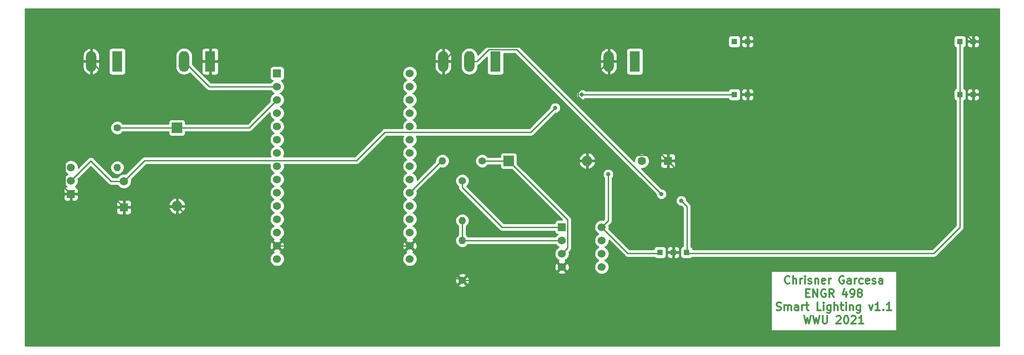
<source format=gtl>
%TF.GenerationSoftware,KiCad,Pcbnew,(5.1.9)-1*%
%TF.CreationDate,2021-05-17T17:45:37-07:00*%
%TF.ProjectId,Senior Project,53656e69-6f72-4205-9072-6f6a6563742e,rev?*%
%TF.SameCoordinates,Original*%
%TF.FileFunction,Copper,L1,Top*%
%TF.FilePolarity,Positive*%
%FSLAX46Y46*%
G04 Gerber Fmt 4.6, Leading zero omitted, Abs format (unit mm)*
G04 Created by KiCad (PCBNEW (5.1.9)-1) date 2021-05-17 17:45:37*
%MOMM*%
%LPD*%
G01*
G04 APERTURE LIST*
%TA.AperFunction,NonConductor*%
%ADD10C,0.300000*%
%TD*%
%TA.AperFunction,ComponentPad*%
%ADD11R,1.100000X1.100000*%
%TD*%
%TA.AperFunction,ComponentPad*%
%ADD12C,1.400000*%
%TD*%
%TA.AperFunction,ComponentPad*%
%ADD13O,1.400000X1.400000*%
%TD*%
%TA.AperFunction,ComponentPad*%
%ADD14R,1.600000X1.600000*%
%TD*%
%TA.AperFunction,ComponentPad*%
%ADD15C,1.600000*%
%TD*%
%TA.AperFunction,ComponentPad*%
%ADD16R,2.000000X2.000000*%
%TD*%
%TA.AperFunction,ComponentPad*%
%ADD17O,2.000000X2.000000*%
%TD*%
%TA.AperFunction,ComponentPad*%
%ADD18R,1.980000X3.960000*%
%TD*%
%TA.AperFunction,ComponentPad*%
%ADD19O,1.980000X3.960000*%
%TD*%
%TA.AperFunction,ComponentPad*%
%ADD20R,1.524000X1.524000*%
%TD*%
%TA.AperFunction,ComponentPad*%
%ADD21C,1.524000*%
%TD*%
%TA.AperFunction,ViaPad*%
%ADD22C,0.800000*%
%TD*%
%TA.AperFunction,Conductor*%
%ADD23C,0.250000*%
%TD*%
%TA.AperFunction,Conductor*%
%ADD24C,0.254000*%
%TD*%
%TA.AperFunction,Conductor*%
%ADD25C,0.100000*%
%TD*%
G04 APERTURE END LIST*
D10*
X201085714Y-127520714D02*
X201014285Y-127592142D01*
X200800000Y-127663571D01*
X200657142Y-127663571D01*
X200442857Y-127592142D01*
X200300000Y-127449285D01*
X200228571Y-127306428D01*
X200157142Y-127020714D01*
X200157142Y-126806428D01*
X200228571Y-126520714D01*
X200300000Y-126377857D01*
X200442857Y-126235000D01*
X200657142Y-126163571D01*
X200800000Y-126163571D01*
X201014285Y-126235000D01*
X201085714Y-126306428D01*
X201728571Y-127663571D02*
X201728571Y-126163571D01*
X202371428Y-127663571D02*
X202371428Y-126877857D01*
X202300000Y-126735000D01*
X202157142Y-126663571D01*
X201942857Y-126663571D01*
X201800000Y-126735000D01*
X201728571Y-126806428D01*
X203085714Y-127663571D02*
X203085714Y-126663571D01*
X203085714Y-126949285D02*
X203157142Y-126806428D01*
X203228571Y-126735000D01*
X203371428Y-126663571D01*
X203514285Y-126663571D01*
X204014285Y-127663571D02*
X204014285Y-126663571D01*
X204014285Y-126163571D02*
X203942857Y-126235000D01*
X204014285Y-126306428D01*
X204085714Y-126235000D01*
X204014285Y-126163571D01*
X204014285Y-126306428D01*
X204657142Y-127592142D02*
X204800000Y-127663571D01*
X205085714Y-127663571D01*
X205228571Y-127592142D01*
X205300000Y-127449285D01*
X205300000Y-127377857D01*
X205228571Y-127235000D01*
X205085714Y-127163571D01*
X204871428Y-127163571D01*
X204728571Y-127092142D01*
X204657142Y-126949285D01*
X204657142Y-126877857D01*
X204728571Y-126735000D01*
X204871428Y-126663571D01*
X205085714Y-126663571D01*
X205228571Y-126735000D01*
X205942857Y-126663571D02*
X205942857Y-127663571D01*
X205942857Y-126806428D02*
X206014285Y-126735000D01*
X206157142Y-126663571D01*
X206371428Y-126663571D01*
X206514285Y-126735000D01*
X206585714Y-126877857D01*
X206585714Y-127663571D01*
X207871428Y-127592142D02*
X207728571Y-127663571D01*
X207442857Y-127663571D01*
X207300000Y-127592142D01*
X207228571Y-127449285D01*
X207228571Y-126877857D01*
X207300000Y-126735000D01*
X207442857Y-126663571D01*
X207728571Y-126663571D01*
X207871428Y-126735000D01*
X207942857Y-126877857D01*
X207942857Y-127020714D01*
X207228571Y-127163571D01*
X208585714Y-127663571D02*
X208585714Y-126663571D01*
X208585714Y-126949285D02*
X208657142Y-126806428D01*
X208728571Y-126735000D01*
X208871428Y-126663571D01*
X209014285Y-126663571D01*
X211442857Y-126235000D02*
X211300000Y-126163571D01*
X211085714Y-126163571D01*
X210871428Y-126235000D01*
X210728571Y-126377857D01*
X210657142Y-126520714D01*
X210585714Y-126806428D01*
X210585714Y-127020714D01*
X210657142Y-127306428D01*
X210728571Y-127449285D01*
X210871428Y-127592142D01*
X211085714Y-127663571D01*
X211228571Y-127663571D01*
X211442857Y-127592142D01*
X211514285Y-127520714D01*
X211514285Y-127020714D01*
X211228571Y-127020714D01*
X212800000Y-127663571D02*
X212800000Y-126877857D01*
X212728571Y-126735000D01*
X212585714Y-126663571D01*
X212300000Y-126663571D01*
X212157142Y-126735000D01*
X212800000Y-127592142D02*
X212657142Y-127663571D01*
X212300000Y-127663571D01*
X212157142Y-127592142D01*
X212085714Y-127449285D01*
X212085714Y-127306428D01*
X212157142Y-127163571D01*
X212300000Y-127092142D01*
X212657142Y-127092142D01*
X212800000Y-127020714D01*
X213514285Y-127663571D02*
X213514285Y-126663571D01*
X213514285Y-126949285D02*
X213585714Y-126806428D01*
X213657142Y-126735000D01*
X213800000Y-126663571D01*
X213942857Y-126663571D01*
X215085714Y-127592142D02*
X214942857Y-127663571D01*
X214657142Y-127663571D01*
X214514285Y-127592142D01*
X214442857Y-127520714D01*
X214371428Y-127377857D01*
X214371428Y-126949285D01*
X214442857Y-126806428D01*
X214514285Y-126735000D01*
X214657142Y-126663571D01*
X214942857Y-126663571D01*
X215085714Y-126735000D01*
X216300000Y-127592142D02*
X216157142Y-127663571D01*
X215871428Y-127663571D01*
X215728571Y-127592142D01*
X215657142Y-127449285D01*
X215657142Y-126877857D01*
X215728571Y-126735000D01*
X215871428Y-126663571D01*
X216157142Y-126663571D01*
X216300000Y-126735000D01*
X216371428Y-126877857D01*
X216371428Y-127020714D01*
X215657142Y-127163571D01*
X216942857Y-127592142D02*
X217085714Y-127663571D01*
X217371428Y-127663571D01*
X217514285Y-127592142D01*
X217585714Y-127449285D01*
X217585714Y-127377857D01*
X217514285Y-127235000D01*
X217371428Y-127163571D01*
X217157142Y-127163571D01*
X217014285Y-127092142D01*
X216942857Y-126949285D01*
X216942857Y-126877857D01*
X217014285Y-126735000D01*
X217157142Y-126663571D01*
X217371428Y-126663571D01*
X217514285Y-126735000D01*
X218871428Y-127663571D02*
X218871428Y-126877857D01*
X218800000Y-126735000D01*
X218657142Y-126663571D01*
X218371428Y-126663571D01*
X218228571Y-126735000D01*
X218871428Y-127592142D02*
X218728571Y-127663571D01*
X218371428Y-127663571D01*
X218228571Y-127592142D01*
X218157142Y-127449285D01*
X218157142Y-127306428D01*
X218228571Y-127163571D01*
X218371428Y-127092142D01*
X218728571Y-127092142D01*
X218871428Y-127020714D01*
X204228571Y-129427857D02*
X204728571Y-129427857D01*
X204942857Y-130213571D02*
X204228571Y-130213571D01*
X204228571Y-128713571D01*
X204942857Y-128713571D01*
X205585714Y-130213571D02*
X205585714Y-128713571D01*
X206442857Y-130213571D01*
X206442857Y-128713571D01*
X207942857Y-128785000D02*
X207800000Y-128713571D01*
X207585714Y-128713571D01*
X207371428Y-128785000D01*
X207228571Y-128927857D01*
X207157142Y-129070714D01*
X207085714Y-129356428D01*
X207085714Y-129570714D01*
X207157142Y-129856428D01*
X207228571Y-129999285D01*
X207371428Y-130142142D01*
X207585714Y-130213571D01*
X207728571Y-130213571D01*
X207942857Y-130142142D01*
X208014285Y-130070714D01*
X208014285Y-129570714D01*
X207728571Y-129570714D01*
X209514285Y-130213571D02*
X209014285Y-129499285D01*
X208657142Y-130213571D02*
X208657142Y-128713571D01*
X209228571Y-128713571D01*
X209371428Y-128785000D01*
X209442857Y-128856428D01*
X209514285Y-128999285D01*
X209514285Y-129213571D01*
X209442857Y-129356428D01*
X209371428Y-129427857D01*
X209228571Y-129499285D01*
X208657142Y-129499285D01*
X211942857Y-129213571D02*
X211942857Y-130213571D01*
X211585714Y-128642142D02*
X211228571Y-129713571D01*
X212157142Y-129713571D01*
X212800000Y-130213571D02*
X213085714Y-130213571D01*
X213228571Y-130142142D01*
X213300000Y-130070714D01*
X213442857Y-129856428D01*
X213514285Y-129570714D01*
X213514285Y-128999285D01*
X213442857Y-128856428D01*
X213371428Y-128785000D01*
X213228571Y-128713571D01*
X212942857Y-128713571D01*
X212800000Y-128785000D01*
X212728571Y-128856428D01*
X212657142Y-128999285D01*
X212657142Y-129356428D01*
X212728571Y-129499285D01*
X212800000Y-129570714D01*
X212942857Y-129642142D01*
X213228571Y-129642142D01*
X213371428Y-129570714D01*
X213442857Y-129499285D01*
X213514285Y-129356428D01*
X214371428Y-129356428D02*
X214228571Y-129285000D01*
X214157142Y-129213571D01*
X214085714Y-129070714D01*
X214085714Y-128999285D01*
X214157142Y-128856428D01*
X214228571Y-128785000D01*
X214371428Y-128713571D01*
X214657142Y-128713571D01*
X214800000Y-128785000D01*
X214871428Y-128856428D01*
X214942857Y-128999285D01*
X214942857Y-129070714D01*
X214871428Y-129213571D01*
X214800000Y-129285000D01*
X214657142Y-129356428D01*
X214371428Y-129356428D01*
X214228571Y-129427857D01*
X214157142Y-129499285D01*
X214085714Y-129642142D01*
X214085714Y-129927857D01*
X214157142Y-130070714D01*
X214228571Y-130142142D01*
X214371428Y-130213571D01*
X214657142Y-130213571D01*
X214800000Y-130142142D01*
X214871428Y-130070714D01*
X214942857Y-129927857D01*
X214942857Y-129642142D01*
X214871428Y-129499285D01*
X214800000Y-129427857D01*
X214657142Y-129356428D01*
X198585714Y-132692142D02*
X198800000Y-132763571D01*
X199157142Y-132763571D01*
X199300000Y-132692142D01*
X199371428Y-132620714D01*
X199442857Y-132477857D01*
X199442857Y-132335000D01*
X199371428Y-132192142D01*
X199300000Y-132120714D01*
X199157142Y-132049285D01*
X198871428Y-131977857D01*
X198728571Y-131906428D01*
X198657142Y-131835000D01*
X198585714Y-131692142D01*
X198585714Y-131549285D01*
X198657142Y-131406428D01*
X198728571Y-131335000D01*
X198871428Y-131263571D01*
X199228571Y-131263571D01*
X199442857Y-131335000D01*
X200085714Y-132763571D02*
X200085714Y-131763571D01*
X200085714Y-131906428D02*
X200157142Y-131835000D01*
X200300000Y-131763571D01*
X200514285Y-131763571D01*
X200657142Y-131835000D01*
X200728571Y-131977857D01*
X200728571Y-132763571D01*
X200728571Y-131977857D02*
X200800000Y-131835000D01*
X200942857Y-131763571D01*
X201157142Y-131763571D01*
X201300000Y-131835000D01*
X201371428Y-131977857D01*
X201371428Y-132763571D01*
X202728571Y-132763571D02*
X202728571Y-131977857D01*
X202657142Y-131835000D01*
X202514285Y-131763571D01*
X202228571Y-131763571D01*
X202085714Y-131835000D01*
X202728571Y-132692142D02*
X202585714Y-132763571D01*
X202228571Y-132763571D01*
X202085714Y-132692142D01*
X202014285Y-132549285D01*
X202014285Y-132406428D01*
X202085714Y-132263571D01*
X202228571Y-132192142D01*
X202585714Y-132192142D01*
X202728571Y-132120714D01*
X203442857Y-132763571D02*
X203442857Y-131763571D01*
X203442857Y-132049285D02*
X203514285Y-131906428D01*
X203585714Y-131835000D01*
X203728571Y-131763571D01*
X203871428Y-131763571D01*
X204157142Y-131763571D02*
X204728571Y-131763571D01*
X204371428Y-131263571D02*
X204371428Y-132549285D01*
X204442857Y-132692142D01*
X204585714Y-132763571D01*
X204728571Y-132763571D01*
X207085714Y-132763571D02*
X206371428Y-132763571D01*
X206371428Y-131263571D01*
X207585714Y-132763571D02*
X207585714Y-131763571D01*
X207585714Y-131263571D02*
X207514285Y-131335000D01*
X207585714Y-131406428D01*
X207657142Y-131335000D01*
X207585714Y-131263571D01*
X207585714Y-131406428D01*
X208942857Y-131763571D02*
X208942857Y-132977857D01*
X208871428Y-133120714D01*
X208800000Y-133192142D01*
X208657142Y-133263571D01*
X208442857Y-133263571D01*
X208300000Y-133192142D01*
X208942857Y-132692142D02*
X208800000Y-132763571D01*
X208514285Y-132763571D01*
X208371428Y-132692142D01*
X208300000Y-132620714D01*
X208228571Y-132477857D01*
X208228571Y-132049285D01*
X208300000Y-131906428D01*
X208371428Y-131835000D01*
X208514285Y-131763571D01*
X208800000Y-131763571D01*
X208942857Y-131835000D01*
X209657142Y-132763571D02*
X209657142Y-131263571D01*
X210300000Y-132763571D02*
X210300000Y-131977857D01*
X210228571Y-131835000D01*
X210085714Y-131763571D01*
X209871428Y-131763571D01*
X209728571Y-131835000D01*
X209657142Y-131906428D01*
X210800000Y-131763571D02*
X211371428Y-131763571D01*
X211014285Y-131263571D02*
X211014285Y-132549285D01*
X211085714Y-132692142D01*
X211228571Y-132763571D01*
X211371428Y-132763571D01*
X211871428Y-132763571D02*
X211871428Y-131763571D01*
X211871428Y-131263571D02*
X211800000Y-131335000D01*
X211871428Y-131406428D01*
X211942857Y-131335000D01*
X211871428Y-131263571D01*
X211871428Y-131406428D01*
X212585714Y-131763571D02*
X212585714Y-132763571D01*
X212585714Y-131906428D02*
X212657142Y-131835000D01*
X212800000Y-131763571D01*
X213014285Y-131763571D01*
X213157142Y-131835000D01*
X213228571Y-131977857D01*
X213228571Y-132763571D01*
X214585714Y-131763571D02*
X214585714Y-132977857D01*
X214514285Y-133120714D01*
X214442857Y-133192142D01*
X214300000Y-133263571D01*
X214085714Y-133263571D01*
X213942857Y-133192142D01*
X214585714Y-132692142D02*
X214442857Y-132763571D01*
X214157142Y-132763571D01*
X214014285Y-132692142D01*
X213942857Y-132620714D01*
X213871428Y-132477857D01*
X213871428Y-132049285D01*
X213942857Y-131906428D01*
X214014285Y-131835000D01*
X214157142Y-131763571D01*
X214442857Y-131763571D01*
X214585714Y-131835000D01*
X216300000Y-131763571D02*
X216657142Y-132763571D01*
X217014285Y-131763571D01*
X218371428Y-132763571D02*
X217514285Y-132763571D01*
X217942857Y-132763571D02*
X217942857Y-131263571D01*
X217800000Y-131477857D01*
X217657142Y-131620714D01*
X217514285Y-131692142D01*
X219014285Y-132620714D02*
X219085714Y-132692142D01*
X219014285Y-132763571D01*
X218942857Y-132692142D01*
X219014285Y-132620714D01*
X219014285Y-132763571D01*
X220514285Y-132763571D02*
X219657142Y-132763571D01*
X220085714Y-132763571D02*
X220085714Y-131263571D01*
X219942857Y-131477857D01*
X219800000Y-131620714D01*
X219657142Y-131692142D01*
X203835714Y-133813571D02*
X204192857Y-135313571D01*
X204478571Y-134242142D01*
X204764285Y-135313571D01*
X205121428Y-133813571D01*
X205550000Y-133813571D02*
X205907142Y-135313571D01*
X206192857Y-134242142D01*
X206478571Y-135313571D01*
X206835714Y-133813571D01*
X207407142Y-133813571D02*
X207407142Y-135027857D01*
X207478571Y-135170714D01*
X207550000Y-135242142D01*
X207692857Y-135313571D01*
X207978571Y-135313571D01*
X208121428Y-135242142D01*
X208192857Y-135170714D01*
X208264285Y-135027857D01*
X208264285Y-133813571D01*
X210050000Y-133956428D02*
X210121428Y-133885000D01*
X210264285Y-133813571D01*
X210621428Y-133813571D01*
X210764285Y-133885000D01*
X210835714Y-133956428D01*
X210907142Y-134099285D01*
X210907142Y-134242142D01*
X210835714Y-134456428D01*
X209978571Y-135313571D01*
X210907142Y-135313571D01*
X211835714Y-133813571D02*
X211978571Y-133813571D01*
X212121428Y-133885000D01*
X212192857Y-133956428D01*
X212264285Y-134099285D01*
X212335714Y-134385000D01*
X212335714Y-134742142D01*
X212264285Y-135027857D01*
X212192857Y-135170714D01*
X212121428Y-135242142D01*
X211978571Y-135313571D01*
X211835714Y-135313571D01*
X211692857Y-135242142D01*
X211621428Y-135170714D01*
X211550000Y-135027857D01*
X211478571Y-134742142D01*
X211478571Y-134385000D01*
X211550000Y-134099285D01*
X211621428Y-133956428D01*
X211692857Y-133885000D01*
X211835714Y-133813571D01*
X212907142Y-133956428D02*
X212978571Y-133885000D01*
X213121428Y-133813571D01*
X213478571Y-133813571D01*
X213621428Y-133885000D01*
X213692857Y-133956428D01*
X213764285Y-134099285D01*
X213764285Y-134242142D01*
X213692857Y-134456428D01*
X212835714Y-135313571D01*
X213764285Y-135313571D01*
X215192857Y-135313571D02*
X214335714Y-135313571D01*
X214764285Y-135313571D02*
X214764285Y-133813571D01*
X214621428Y-134027857D01*
X214478571Y-134170714D01*
X214335714Y-134242142D01*
D11*
%TO.P,J9,1*%
%TO.N,GND*%
X178816000Y-121666000D03*
%TD*%
D12*
%TO.P,1k,1*%
%TO.N,GND*%
X138430000Y-127000000D03*
D13*
%TO.P,1k,2*%
%TO.N,Net-(1k1-Pad2)*%
X138430000Y-119380000D03*
%TD*%
D14*
%TO.P,C1,1*%
%TO.N,GND*%
X73660000Y-113030000D03*
D15*
%TO.P,C1,2*%
%TO.N,+3V3*%
X73660000Y-108030000D03*
%TD*%
D16*
%TO.P,C2,1*%
%TO.N,Net-(C2-Pad1)*%
X83820000Y-97790000D03*
D17*
%TO.P,C2,2*%
%TO.N,GND*%
X83820000Y-112790000D03*
%TD*%
%TO.P,C3,2*%
%TO.N,GND*%
X162320000Y-104140000D03*
D16*
%TO.P,C3,1*%
%TO.N,Net-(C3-Pad1)*%
X147320000Y-104140000D03*
%TD*%
D15*
%TO.P,C4,2*%
%TO.N,Net-(C4-Pad2)*%
X172800000Y-104140000D03*
D14*
%TO.P,C4,1*%
%TO.N,GND*%
X177800000Y-104140000D03*
%TD*%
D11*
%TO.P,J1,1*%
%TO.N,+3V3*%
X190500000Y-91440000D03*
%TD*%
D18*
%TO.P,J2,1*%
%TO.N,+3V3*%
X72390000Y-85090000D03*
D19*
%TO.P,J2,2*%
%TO.N,GND*%
X67390000Y-85090000D03*
%TD*%
D18*
%TO.P,J3,1*%
%TO.N,Net-(J3-Pad1)*%
X144780000Y-85090000D03*
D19*
%TO.P,J3,2*%
%TO.N,+5V*%
X139780000Y-85090000D03*
%TO.P,J3,3*%
%TO.N,GND*%
X134780000Y-85090000D03*
%TD*%
D18*
%TO.P,J4,1*%
%TO.N,Net-(J4-Pad1)*%
X171450000Y-85090000D03*
D19*
%TO.P,J4,2*%
%TO.N,GND*%
X166450000Y-85090000D03*
%TD*%
D18*
%TO.P,J5,1*%
%TO.N,GND*%
X90170000Y-85090000D03*
D19*
%TO.P,J5,2*%
%TO.N,Net-(J5-Pad2)*%
X85170000Y-85090000D03*
%TD*%
D11*
%TO.P,J6,1*%
%TO.N,+5V*%
X233680000Y-81280000D03*
%TD*%
%TO.P,J7,1*%
%TO.N,GND*%
X193040000Y-81280000D03*
%TD*%
%TO.P,J8,1*%
%TO.N,+5V*%
X181356000Y-121666000D03*
%TD*%
%TO.P,J10,1*%
%TO.N,Net-(C4-Pad2)*%
X176276000Y-121666000D03*
%TD*%
D13*
%TO.P,R3,2*%
%TO.N,Net-(R3-Pad2)*%
X72390000Y-105410000D03*
D12*
%TO.P,R3,1*%
%TO.N,Net-(C2-Pad1)*%
X72390000Y-97790000D03*
%TD*%
%TO.P,R4,1*%
%TO.N,Net-(C3-Pad1)*%
X142240000Y-104140000D03*
D13*
%TO.P,R4,2*%
%TO.N,Net-(R4-Pad2)*%
X134620000Y-104140000D03*
%TD*%
%TO.P,R5,2*%
%TO.N,Net-(1k1-Pad2)*%
X138430000Y-115570000D03*
D12*
%TO.P,R5,1*%
%TO.N,Net-(J4-Pad1)*%
X138430000Y-107950000D03*
%TD*%
D20*
%TO.P,U1,1*%
%TO.N,GND*%
X63500000Y-110490000D03*
D21*
%TO.P,U1,2*%
%TO.N,+3V3*%
X63500000Y-107950000D03*
%TO.P,U1,3*%
%TO.N,Net-(R3-Pad2)*%
X63500000Y-105410000D03*
%TD*%
%TO.P,U2,30*%
%TO.N,Net-(U2-Pad30)*%
X128360001Y-87380001D03*
%TO.P,U2,29*%
%TO.N,Net-(U2-Pad29)*%
X128360001Y-89920001D03*
%TO.P,U2,28*%
%TO.N,Net-(U2-Pad28)*%
X128360001Y-92460001D03*
%TO.P,U2,27*%
%TO.N,Net-(U2-Pad27)*%
X128360001Y-95000001D03*
%TO.P,U2,26*%
%TO.N,Net-(U2-Pad26)*%
X128360001Y-97540001D03*
%TO.P,U2,25*%
%TO.N,Net-(U2-Pad25)*%
X128360001Y-100080001D03*
%TO.P,U2,24*%
%TO.N,Net-(U2-Pad24)*%
X128360001Y-102620001D03*
%TO.P,U2,23*%
%TO.N,Net-(U2-Pad23)*%
X128360001Y-105160001D03*
%TO.P,U2,22*%
%TO.N,Net-(J3-Pad1)*%
X128360001Y-107700001D03*
%TO.P,U2,21*%
%TO.N,Net-(R4-Pad2)*%
X128360001Y-110240001D03*
%TO.P,U2,20*%
%TO.N,Net-(U2-Pad20)*%
X128360001Y-112780001D03*
%TO.P,U2,19*%
%TO.N,Net-(U2-Pad19)*%
X128360001Y-115320001D03*
%TO.P,U2,18*%
%TO.N,Net-(U2-Pad18)*%
X128360001Y-117860001D03*
%TO.P,U2,17*%
%TO.N,GND*%
X128360001Y-120400001D03*
%TO.P,U2,16*%
%TO.N,Net-(U2-Pad16)*%
X128360001Y-122940001D03*
%TO.P,U2,15*%
%TO.N,Net-(U2-Pad15)*%
X102960001Y-122940001D03*
%TO.P,U2,14*%
%TO.N,GND*%
X102960001Y-120400001D03*
%TO.P,U2,13*%
%TO.N,Net-(U2-Pad13)*%
X102960001Y-117860001D03*
%TO.P,U2,12*%
%TO.N,Net-(U2-Pad12)*%
X102960001Y-115320001D03*
%TO.P,U2,11*%
%TO.N,Net-(U2-Pad11)*%
X102960001Y-112780001D03*
%TO.P,U2,10*%
%TO.N,Net-(U2-Pad10)*%
X102960001Y-110240001D03*
%TO.P,U2,9*%
%TO.N,Net-(U2-Pad9)*%
X102960001Y-107700001D03*
%TO.P,U2,8*%
%TO.N,Net-(U2-Pad8)*%
X102960001Y-105160001D03*
%TO.P,U2,7*%
%TO.N,Net-(U2-Pad7)*%
X102960001Y-102620001D03*
%TO.P,U2,6*%
%TO.N,Net-(U2-Pad6)*%
X102960001Y-100080001D03*
%TO.P,U2,5*%
%TO.N,Net-(U2-Pad5)*%
X102960001Y-97540001D03*
%TO.P,U2,4*%
%TO.N,Net-(U2-Pad4)*%
X102960001Y-95000001D03*
%TO.P,U2,3*%
%TO.N,Net-(C2-Pad1)*%
X102960001Y-92460001D03*
%TO.P,U2,2*%
%TO.N,Net-(J5-Pad2)*%
X102960001Y-89920001D03*
D20*
%TO.P,U2,1*%
%TO.N,Net-(U2-Pad1)*%
X102960001Y-87380001D03*
%TD*%
%TO.P,U4,1*%
%TO.N,Net-(J4-Pad1)*%
X157480000Y-116840000D03*
D21*
%TO.P,U4,2*%
%TO.N,Net-(1k1-Pad2)*%
X157480000Y-119380000D03*
%TO.P,U4,3*%
%TO.N,Net-(C3-Pad1)*%
X157480000Y-121920000D03*
%TO.P,U4,4*%
%TO.N,GND*%
X157480000Y-124460000D03*
%TO.P,U4,5*%
%TO.N,N/C*%
X165100000Y-124460000D03*
%TO.P,U4,6*%
X165100000Y-121920000D03*
%TO.P,U4,7*%
X165100000Y-119380000D03*
%TO.P,U4,8*%
%TO.N,Net-(C4-Pad2)*%
X165100000Y-116840000D03*
%TD*%
D11*
%TO.P,J11,1*%
%TO.N,+3V3*%
X190500000Y-81280000D03*
%TD*%
%TO.P,J12,1*%
%TO.N,+5V*%
X233680000Y-91440000D03*
%TD*%
%TO.P,J13,1*%
%TO.N,GND*%
X193040000Y-91440000D03*
%TD*%
%TO.P,J14,1*%
%TO.N,GND*%
X236220000Y-81280000D03*
%TD*%
%TO.P,J15,1*%
%TO.N,GND*%
X236220000Y-91440000D03*
%TD*%
D22*
%TO.N,GND*%
X167640000Y-104140000D03*
X68580000Y-95250000D03*
X66040000Y-97790000D03*
X85090000Y-91440000D03*
%TO.N,+3V3*%
X161290000Y-91440000D03*
X156210000Y-93980000D03*
%TO.N,+5V*%
X180340000Y-111760000D03*
X176530000Y-110490000D03*
%TO.N,Net-(C4-Pad2)*%
X166370000Y-106680000D03*
%TD*%
D23*
%TO.N,GND*%
X193040000Y-87630000D02*
X193040000Y-91440000D01*
X190500000Y-85090000D02*
X193040000Y-87630000D01*
X193040000Y-87630000D02*
X193040000Y-81280000D01*
X193040000Y-81280000D02*
X228600000Y-81280000D01*
X228600000Y-81280000D02*
X229870000Y-80010000D01*
X229870000Y-80010000D02*
X234950000Y-80010000D01*
X236220000Y-81280000D02*
X236220000Y-91440000D01*
X234950000Y-80010000D02*
X236220000Y-81280000D01*
X177800000Y-104140000D02*
X187960000Y-104140000D01*
X187960000Y-104140000D02*
X193040000Y-99060000D01*
X193040000Y-99060000D02*
X193040000Y-91440000D01*
X178880000Y-105220000D02*
X177800000Y-104140000D01*
X178880000Y-121850000D02*
X178880000Y-105220000D01*
X162320000Y-104140000D02*
X167640000Y-104140000D01*
X128360001Y-120400001D02*
X134620000Y-126660000D01*
X138090000Y-126660000D02*
X138430000Y-127000000D01*
X134620000Y-126660000D02*
X138090000Y-126660000D01*
X154940000Y-127000000D02*
X157480000Y-124460000D01*
X138430000Y-127000000D02*
X154940000Y-127000000D01*
X162320000Y-119620000D02*
X162320000Y-104140000D01*
X157480000Y-124460000D02*
X162320000Y-119620000D01*
X83820000Y-112790000D02*
X90170000Y-119140000D01*
X101700000Y-119140000D02*
X102960001Y-120400001D01*
X90170000Y-119140000D02*
X101700000Y-119140000D01*
X102960001Y-120400001D02*
X128360001Y-120400001D01*
X71120000Y-110490000D02*
X73660000Y-113030000D01*
X63500000Y-110490000D02*
X71120000Y-110490000D01*
X83580000Y-113030000D02*
X83820000Y-112790000D01*
X73660000Y-113030000D02*
X83580000Y-113030000D01*
X72310000Y-91520000D02*
X68580000Y-95250000D01*
X62412999Y-101417001D02*
X62412999Y-109402999D01*
X62412999Y-109402999D02*
X63500000Y-110490000D01*
X66040000Y-97790000D02*
X62412999Y-101417001D01*
X176674999Y-103014999D02*
X177800000Y-104140000D01*
X171791997Y-103014999D02*
X176674999Y-103014999D01*
X160564999Y-91788001D02*
X171791997Y-103014999D01*
X160564999Y-90975001D02*
X160564999Y-91788001D01*
X152184981Y-82334981D02*
X160695000Y-90845000D01*
X137535019Y-82334981D02*
X152184981Y-82334981D01*
X134780000Y-85090000D02*
X137535019Y-82334981D01*
X160695000Y-90845000D02*
X160564999Y-90975001D01*
X166450000Y-85090000D02*
X160695000Y-90845000D01*
X85010000Y-91520000D02*
X85090000Y-91440000D01*
X72310000Y-91520000D02*
X85010000Y-91520000D01*
X72310000Y-90010000D02*
X67390000Y-85090000D01*
X72310000Y-91520000D02*
X72310000Y-90010000D01*
%TO.N,Net-(1k1-Pad2)*%
X138430000Y-119380000D02*
X138430000Y-115570000D01*
X138430000Y-119380000D02*
X157480000Y-119380000D01*
%TO.N,+3V3*%
X72310000Y-85090000D02*
X72390000Y-85090000D01*
X190500000Y-91440000D02*
X161290000Y-91440000D01*
X151562998Y-98627002D02*
X123622998Y-98627002D01*
X156210000Y-93980000D02*
X151562998Y-98627002D01*
X77617000Y-104073000D02*
X73660000Y-108030000D01*
X118177000Y-104073000D02*
X77617000Y-104073000D01*
X123622998Y-98627002D02*
X118177000Y-104073000D01*
X67310000Y-104140000D02*
X63500000Y-107950000D01*
X71200000Y-108030000D02*
X73660000Y-108030000D01*
X67310000Y-104140000D02*
X71200000Y-108030000D01*
%TO.N,Net-(C2-Pad1)*%
X97630002Y-97790000D02*
X102960001Y-92460001D01*
X83820000Y-97790000D02*
X97630002Y-97790000D01*
X72390000Y-97790000D02*
X83820000Y-97790000D01*
%TO.N,Net-(C3-Pad1)*%
X142240000Y-104140000D02*
X147320000Y-104140000D01*
X158567001Y-115387001D02*
X158567001Y-120832999D01*
X158567001Y-120832999D02*
X157480000Y-121920000D01*
X147320000Y-104140000D02*
X158567001Y-115387001D01*
%TO.N,+5V*%
X233680000Y-81280000D02*
X233680000Y-91440000D01*
X233680000Y-91440000D02*
X233680000Y-116840000D01*
X228670000Y-121850000D02*
X181420000Y-121850000D01*
X233680000Y-116840000D02*
X228670000Y-121850000D01*
X181420000Y-112840000D02*
X180340000Y-111760000D01*
X181420000Y-121850000D02*
X181420000Y-112840000D01*
X176530000Y-110490000D02*
X148824990Y-82784990D01*
X141224998Y-85090000D02*
X139780000Y-85090000D01*
X143530008Y-82784990D02*
X141224998Y-85090000D01*
X148824990Y-82784990D02*
X143530008Y-82784990D01*
%TO.N,Net-(J4-Pad1)*%
X138430000Y-107950000D02*
X138430000Y-109220000D01*
X146050000Y-116840000D02*
X157480000Y-116840000D01*
X138430000Y-109220000D02*
X146050000Y-116840000D01*
%TO.N,Net-(J5-Pad2)*%
X90000001Y-89920001D02*
X102960001Y-89920001D01*
X85170000Y-85090000D02*
X90000001Y-89920001D01*
%TO.N,Net-(R4-Pad2)*%
X134460002Y-104140000D02*
X134620000Y-104140000D01*
X128360001Y-110240001D02*
X134460002Y-104140000D01*
%TO.N,Net-(C4-Pad2)*%
X170110000Y-121850000D02*
X165100000Y-116840000D01*
X176340000Y-121850000D02*
X170110000Y-121850000D01*
X166370000Y-115570000D02*
X165100000Y-116840000D01*
X166370000Y-106680000D02*
X166370000Y-115570000D01*
%TD*%
D24*
%TO.N,GND*%
X241173000Y-139573000D02*
X54737000Y-139573000D01*
X54737000Y-127921269D01*
X137688336Y-127921269D01*
X137747797Y-128155037D01*
X137986242Y-128265934D01*
X138241740Y-128328183D01*
X138504473Y-128339390D01*
X138764344Y-128299125D01*
X139011366Y-128208935D01*
X139112203Y-128155037D01*
X139171664Y-127921269D01*
X138430000Y-127179605D01*
X137688336Y-127921269D01*
X54737000Y-127921269D01*
X54737000Y-127074473D01*
X137090610Y-127074473D01*
X137130875Y-127334344D01*
X137221065Y-127581366D01*
X137274963Y-127682203D01*
X137508731Y-127741664D01*
X138250395Y-127000000D01*
X138609605Y-127000000D01*
X139351269Y-127741664D01*
X139585037Y-127682203D01*
X139695934Y-127443758D01*
X139758183Y-127188260D01*
X139769390Y-126925527D01*
X139729125Y-126665656D01*
X139638935Y-126418634D01*
X139585037Y-126317797D01*
X139351269Y-126258336D01*
X138609605Y-127000000D01*
X138250395Y-127000000D01*
X137508731Y-126258336D01*
X137274963Y-126317797D01*
X137164066Y-126556242D01*
X137101817Y-126811740D01*
X137090610Y-127074473D01*
X54737000Y-127074473D01*
X54737000Y-126078731D01*
X137688336Y-126078731D01*
X138430000Y-126820395D01*
X139171664Y-126078731D01*
X139112203Y-125844963D01*
X138873758Y-125734066D01*
X138618260Y-125671817D01*
X138355527Y-125660610D01*
X138095656Y-125700875D01*
X137848634Y-125791065D01*
X137747797Y-125844963D01*
X137688336Y-126078731D01*
X54737000Y-126078731D01*
X54737000Y-125425565D01*
X156694040Y-125425565D01*
X156761020Y-125665656D01*
X157010048Y-125782756D01*
X157277135Y-125849023D01*
X157552017Y-125861910D01*
X157824133Y-125820922D01*
X158083023Y-125727636D01*
X158198980Y-125665656D01*
X158265960Y-125425565D01*
X157480000Y-124639605D01*
X156694040Y-125425565D01*
X54737000Y-125425565D01*
X54737000Y-124532017D01*
X156078090Y-124532017D01*
X156119078Y-124804133D01*
X156212364Y-125063023D01*
X156274344Y-125178980D01*
X156514435Y-125245960D01*
X157300395Y-124460000D01*
X157659605Y-124460000D01*
X158445565Y-125245960D01*
X158685656Y-125178980D01*
X158802756Y-124929952D01*
X158869023Y-124662865D01*
X158881910Y-124387983D01*
X158840922Y-124115867D01*
X158747636Y-123856977D01*
X158685656Y-123741020D01*
X158445565Y-123674040D01*
X157659605Y-124460000D01*
X157300395Y-124460000D01*
X156514435Y-123674040D01*
X156274344Y-123741020D01*
X156157244Y-123990048D01*
X156090977Y-124257135D01*
X156078090Y-124532017D01*
X54737000Y-124532017D01*
X54737000Y-122802409D01*
X101563001Y-122802409D01*
X101563001Y-123077593D01*
X101616687Y-123347491D01*
X101721996Y-123601728D01*
X101874881Y-123830536D01*
X102069466Y-124025121D01*
X102298274Y-124178006D01*
X102552511Y-124283315D01*
X102822409Y-124337001D01*
X103097593Y-124337001D01*
X103367491Y-124283315D01*
X103621728Y-124178006D01*
X103850536Y-124025121D01*
X104045121Y-123830536D01*
X104198006Y-123601728D01*
X104303315Y-123347491D01*
X104357001Y-123077593D01*
X104357001Y-122802409D01*
X126963001Y-122802409D01*
X126963001Y-123077593D01*
X127016687Y-123347491D01*
X127121996Y-123601728D01*
X127274881Y-123830536D01*
X127469466Y-124025121D01*
X127698274Y-124178006D01*
X127952511Y-124283315D01*
X128222409Y-124337001D01*
X128497593Y-124337001D01*
X128767491Y-124283315D01*
X129021728Y-124178006D01*
X129250536Y-124025121D01*
X129445121Y-123830536D01*
X129598006Y-123601728D01*
X129703315Y-123347491D01*
X129757001Y-123077593D01*
X129757001Y-122802409D01*
X129703315Y-122532511D01*
X129598006Y-122278274D01*
X129445121Y-122049466D01*
X129250536Y-121854881D01*
X129021728Y-121701996D01*
X128950058Y-121672309D01*
X128963024Y-121667637D01*
X129078981Y-121605657D01*
X129145961Y-121365566D01*
X128360001Y-120579606D01*
X127574041Y-121365566D01*
X127641021Y-121605657D01*
X127776761Y-121669486D01*
X127698274Y-121701996D01*
X127469466Y-121854881D01*
X127274881Y-122049466D01*
X127121996Y-122278274D01*
X127016687Y-122532511D01*
X126963001Y-122802409D01*
X104357001Y-122802409D01*
X104303315Y-122532511D01*
X104198006Y-122278274D01*
X104045121Y-122049466D01*
X103850536Y-121854881D01*
X103621728Y-121701996D01*
X103550058Y-121672309D01*
X103563024Y-121667637D01*
X103678981Y-121605657D01*
X103745961Y-121365566D01*
X102960001Y-120579606D01*
X102174041Y-121365566D01*
X102241021Y-121605657D01*
X102376761Y-121669486D01*
X102298274Y-121701996D01*
X102069466Y-121854881D01*
X101874881Y-122049466D01*
X101721996Y-122278274D01*
X101616687Y-122532511D01*
X101563001Y-122802409D01*
X54737000Y-122802409D01*
X54737000Y-120472018D01*
X101558091Y-120472018D01*
X101599079Y-120744134D01*
X101692365Y-121003024D01*
X101754345Y-121118981D01*
X101994436Y-121185961D01*
X102780396Y-120400001D01*
X103139606Y-120400001D01*
X103925566Y-121185961D01*
X104165657Y-121118981D01*
X104282757Y-120869953D01*
X104349024Y-120602866D01*
X104355158Y-120472018D01*
X126958091Y-120472018D01*
X126999079Y-120744134D01*
X127092365Y-121003024D01*
X127154345Y-121118981D01*
X127394436Y-121185961D01*
X128180396Y-120400001D01*
X128539606Y-120400001D01*
X129325566Y-121185961D01*
X129565657Y-121118981D01*
X129682757Y-120869953D01*
X129749024Y-120602866D01*
X129761911Y-120327984D01*
X129720923Y-120055868D01*
X129627637Y-119796978D01*
X129565657Y-119681021D01*
X129325566Y-119614041D01*
X128539606Y-120400001D01*
X128180396Y-120400001D01*
X127394436Y-119614041D01*
X127154345Y-119681021D01*
X127037245Y-119930049D01*
X126970978Y-120197136D01*
X126958091Y-120472018D01*
X104355158Y-120472018D01*
X104361911Y-120327984D01*
X104320923Y-120055868D01*
X104227637Y-119796978D01*
X104165657Y-119681021D01*
X103925566Y-119614041D01*
X103139606Y-120400001D01*
X102780396Y-120400001D01*
X101994436Y-119614041D01*
X101754345Y-119681021D01*
X101637245Y-119930049D01*
X101570978Y-120197136D01*
X101558091Y-120472018D01*
X54737000Y-120472018D01*
X54737000Y-113830000D01*
X72221928Y-113830000D01*
X72234188Y-113954482D01*
X72270498Y-114074180D01*
X72329463Y-114184494D01*
X72408815Y-114281185D01*
X72505506Y-114360537D01*
X72615820Y-114419502D01*
X72735518Y-114455812D01*
X72860000Y-114468072D01*
X73374250Y-114465000D01*
X73533000Y-114306250D01*
X73533000Y-113157000D01*
X73787000Y-113157000D01*
X73787000Y-114306250D01*
X73945750Y-114465000D01*
X74460000Y-114468072D01*
X74584482Y-114455812D01*
X74704180Y-114419502D01*
X74814494Y-114360537D01*
X74911185Y-114281185D01*
X74990537Y-114184494D01*
X75049502Y-114074180D01*
X75085812Y-113954482D01*
X75098072Y-113830000D01*
X75095000Y-113315750D01*
X74949685Y-113170435D01*
X82229871Y-113170435D01*
X82334644Y-113473344D01*
X82496499Y-113749992D01*
X82709215Y-113989748D01*
X82964618Y-114183399D01*
X83252893Y-114323502D01*
X83439566Y-114380124D01*
X83693000Y-114260777D01*
X83693000Y-112917000D01*
X83947000Y-112917000D01*
X83947000Y-114260777D01*
X84200434Y-114380124D01*
X84387107Y-114323502D01*
X84675382Y-114183399D01*
X84930785Y-113989748D01*
X85143501Y-113749992D01*
X85305356Y-113473344D01*
X85410129Y-113170435D01*
X85291315Y-112917000D01*
X83947000Y-112917000D01*
X83693000Y-112917000D01*
X82348685Y-112917000D01*
X82229871Y-113170435D01*
X74949685Y-113170435D01*
X74936250Y-113157000D01*
X73787000Y-113157000D01*
X73533000Y-113157000D01*
X72383750Y-113157000D01*
X72225000Y-113315750D01*
X72221928Y-113830000D01*
X54737000Y-113830000D01*
X54737000Y-112230000D01*
X72221928Y-112230000D01*
X72225000Y-112744250D01*
X72383750Y-112903000D01*
X73533000Y-112903000D01*
X73533000Y-111753750D01*
X73787000Y-111753750D01*
X73787000Y-112903000D01*
X74936250Y-112903000D01*
X75095000Y-112744250D01*
X75096999Y-112409565D01*
X82229871Y-112409565D01*
X82348685Y-112663000D01*
X83693000Y-112663000D01*
X83693000Y-111319223D01*
X83947000Y-111319223D01*
X83947000Y-112663000D01*
X85291315Y-112663000D01*
X85410129Y-112409565D01*
X85305356Y-112106656D01*
X85143501Y-111830008D01*
X84930785Y-111590252D01*
X84675382Y-111396601D01*
X84387107Y-111256498D01*
X84200434Y-111199876D01*
X83947000Y-111319223D01*
X83693000Y-111319223D01*
X83439566Y-111199876D01*
X83252893Y-111256498D01*
X82964618Y-111396601D01*
X82709215Y-111590252D01*
X82496499Y-111830008D01*
X82334644Y-112106656D01*
X82229871Y-112409565D01*
X75096999Y-112409565D01*
X75098072Y-112230000D01*
X75085812Y-112105518D01*
X75049502Y-111985820D01*
X74990537Y-111875506D01*
X74911185Y-111778815D01*
X74814494Y-111699463D01*
X74704180Y-111640498D01*
X74584482Y-111604188D01*
X74460000Y-111591928D01*
X73945750Y-111595000D01*
X73787000Y-111753750D01*
X73533000Y-111753750D01*
X73374250Y-111595000D01*
X72860000Y-111591928D01*
X72735518Y-111604188D01*
X72615820Y-111640498D01*
X72505506Y-111699463D01*
X72408815Y-111778815D01*
X72329463Y-111875506D01*
X72270498Y-111985820D01*
X72234188Y-112105518D01*
X72221928Y-112230000D01*
X54737000Y-112230000D01*
X54737000Y-111252000D01*
X62099928Y-111252000D01*
X62112188Y-111376482D01*
X62148498Y-111496180D01*
X62207463Y-111606494D01*
X62286815Y-111703185D01*
X62383506Y-111782537D01*
X62493820Y-111841502D01*
X62613518Y-111877812D01*
X62738000Y-111890072D01*
X63214250Y-111887000D01*
X63373000Y-111728250D01*
X63373000Y-110617000D01*
X63627000Y-110617000D01*
X63627000Y-111728250D01*
X63785750Y-111887000D01*
X64262000Y-111890072D01*
X64386482Y-111877812D01*
X64506180Y-111841502D01*
X64616494Y-111782537D01*
X64713185Y-111703185D01*
X64792537Y-111606494D01*
X64851502Y-111496180D01*
X64887812Y-111376482D01*
X64900072Y-111252000D01*
X64897000Y-110775750D01*
X64738250Y-110617000D01*
X63627000Y-110617000D01*
X63373000Y-110617000D01*
X62261750Y-110617000D01*
X62103000Y-110775750D01*
X62099928Y-111252000D01*
X54737000Y-111252000D01*
X54737000Y-109728000D01*
X62099928Y-109728000D01*
X62103000Y-110204250D01*
X62261750Y-110363000D01*
X63373000Y-110363000D01*
X63373000Y-110343000D01*
X63627000Y-110343000D01*
X63627000Y-110363000D01*
X64738250Y-110363000D01*
X64897000Y-110204250D01*
X64900072Y-109728000D01*
X64887812Y-109603518D01*
X64851502Y-109483820D01*
X64792537Y-109373506D01*
X64713185Y-109276815D01*
X64616494Y-109197463D01*
X64506180Y-109138498D01*
X64386482Y-109102188D01*
X64302535Y-109093920D01*
X64390535Y-109035120D01*
X64585120Y-108840535D01*
X64738005Y-108611727D01*
X64843314Y-108357490D01*
X64897000Y-108087592D01*
X64897000Y-107812408D01*
X64866372Y-107658429D01*
X67310000Y-105214801D01*
X70636201Y-108541003D01*
X70659999Y-108570001D01*
X70775724Y-108664974D01*
X70907753Y-108735546D01*
X71051014Y-108779003D01*
X71162667Y-108790000D01*
X71162675Y-108790000D01*
X71200000Y-108793676D01*
X71237325Y-108790000D01*
X72441957Y-108790000D01*
X72545363Y-108944759D01*
X72745241Y-109144637D01*
X72980273Y-109301680D01*
X73241426Y-109409853D01*
X73518665Y-109465000D01*
X73801335Y-109465000D01*
X74078574Y-109409853D01*
X74339727Y-109301680D01*
X74574759Y-109144637D01*
X74774637Y-108944759D01*
X74931680Y-108709727D01*
X75039853Y-108448574D01*
X75095000Y-108171335D01*
X75095000Y-107888665D01*
X75058688Y-107706113D01*
X77931802Y-104833000D01*
X101600677Y-104833000D01*
X101563001Y-105022409D01*
X101563001Y-105297593D01*
X101616687Y-105567491D01*
X101721996Y-105821728D01*
X101874881Y-106050536D01*
X102069466Y-106245121D01*
X102298274Y-106398006D01*
X102375516Y-106430001D01*
X102298274Y-106461996D01*
X102069466Y-106614881D01*
X101874881Y-106809466D01*
X101721996Y-107038274D01*
X101616687Y-107292511D01*
X101563001Y-107562409D01*
X101563001Y-107837593D01*
X101616687Y-108107491D01*
X101721996Y-108361728D01*
X101874881Y-108590536D01*
X102069466Y-108785121D01*
X102298274Y-108938006D01*
X102375516Y-108970001D01*
X102298274Y-109001996D01*
X102069466Y-109154881D01*
X101874881Y-109349466D01*
X101721996Y-109578274D01*
X101616687Y-109832511D01*
X101563001Y-110102409D01*
X101563001Y-110377593D01*
X101616687Y-110647491D01*
X101721996Y-110901728D01*
X101874881Y-111130536D01*
X102069466Y-111325121D01*
X102298274Y-111478006D01*
X102375516Y-111510001D01*
X102298274Y-111541996D01*
X102069466Y-111694881D01*
X101874881Y-111889466D01*
X101721996Y-112118274D01*
X101616687Y-112372511D01*
X101563001Y-112642409D01*
X101563001Y-112917593D01*
X101616687Y-113187491D01*
X101721996Y-113441728D01*
X101874881Y-113670536D01*
X102069466Y-113865121D01*
X102298274Y-114018006D01*
X102375516Y-114050001D01*
X102298274Y-114081996D01*
X102069466Y-114234881D01*
X101874881Y-114429466D01*
X101721996Y-114658274D01*
X101616687Y-114912511D01*
X101563001Y-115182409D01*
X101563001Y-115457593D01*
X101616687Y-115727491D01*
X101721996Y-115981728D01*
X101874881Y-116210536D01*
X102069466Y-116405121D01*
X102298274Y-116558006D01*
X102375516Y-116590001D01*
X102298274Y-116621996D01*
X102069466Y-116774881D01*
X101874881Y-116969466D01*
X101721996Y-117198274D01*
X101616687Y-117452511D01*
X101563001Y-117722409D01*
X101563001Y-117997593D01*
X101616687Y-118267491D01*
X101721996Y-118521728D01*
X101874881Y-118750536D01*
X102069466Y-118945121D01*
X102298274Y-119098006D01*
X102369944Y-119127693D01*
X102356978Y-119132365D01*
X102241021Y-119194345D01*
X102174041Y-119434436D01*
X102960001Y-120220396D01*
X103745961Y-119434436D01*
X103678981Y-119194345D01*
X103543241Y-119130516D01*
X103621728Y-119098006D01*
X103850536Y-118945121D01*
X104045121Y-118750536D01*
X104198006Y-118521728D01*
X104303315Y-118267491D01*
X104357001Y-117997593D01*
X104357001Y-117722409D01*
X104303315Y-117452511D01*
X104198006Y-117198274D01*
X104045121Y-116969466D01*
X103850536Y-116774881D01*
X103621728Y-116621996D01*
X103544486Y-116590001D01*
X103621728Y-116558006D01*
X103850536Y-116405121D01*
X104045121Y-116210536D01*
X104198006Y-115981728D01*
X104303315Y-115727491D01*
X104357001Y-115457593D01*
X104357001Y-115182409D01*
X104303315Y-114912511D01*
X104198006Y-114658274D01*
X104045121Y-114429466D01*
X103850536Y-114234881D01*
X103621728Y-114081996D01*
X103544486Y-114050001D01*
X103621728Y-114018006D01*
X103850536Y-113865121D01*
X104045121Y-113670536D01*
X104198006Y-113441728D01*
X104303315Y-113187491D01*
X104357001Y-112917593D01*
X104357001Y-112642409D01*
X104303315Y-112372511D01*
X104198006Y-112118274D01*
X104045121Y-111889466D01*
X103850536Y-111694881D01*
X103621728Y-111541996D01*
X103544486Y-111510001D01*
X103621728Y-111478006D01*
X103850536Y-111325121D01*
X104045121Y-111130536D01*
X104198006Y-110901728D01*
X104303315Y-110647491D01*
X104357001Y-110377593D01*
X104357001Y-110102409D01*
X104303315Y-109832511D01*
X104198006Y-109578274D01*
X104045121Y-109349466D01*
X103850536Y-109154881D01*
X103621728Y-109001996D01*
X103544486Y-108970001D01*
X103621728Y-108938006D01*
X103850536Y-108785121D01*
X104045121Y-108590536D01*
X104198006Y-108361728D01*
X104303315Y-108107491D01*
X104357001Y-107837593D01*
X104357001Y-107562409D01*
X104303315Y-107292511D01*
X104198006Y-107038274D01*
X104045121Y-106809466D01*
X103850536Y-106614881D01*
X103621728Y-106461996D01*
X103544486Y-106430001D01*
X103621728Y-106398006D01*
X103850536Y-106245121D01*
X104045121Y-106050536D01*
X104198006Y-105821728D01*
X104303315Y-105567491D01*
X104357001Y-105297593D01*
X104357001Y-105022409D01*
X104319325Y-104833000D01*
X118139678Y-104833000D01*
X118177000Y-104836676D01*
X118214322Y-104833000D01*
X118214333Y-104833000D01*
X118325986Y-104822003D01*
X118469247Y-104778546D01*
X118601276Y-104707974D01*
X118717001Y-104613001D01*
X118740804Y-104583997D01*
X123937800Y-99387002D01*
X127142891Y-99387002D01*
X127121996Y-99418274D01*
X127016687Y-99672511D01*
X126963001Y-99942409D01*
X126963001Y-100217593D01*
X127016687Y-100487491D01*
X127121996Y-100741728D01*
X127274881Y-100970536D01*
X127469466Y-101165121D01*
X127698274Y-101318006D01*
X127775516Y-101350001D01*
X127698274Y-101381996D01*
X127469466Y-101534881D01*
X127274881Y-101729466D01*
X127121996Y-101958274D01*
X127016687Y-102212511D01*
X126963001Y-102482409D01*
X126963001Y-102757593D01*
X127016687Y-103027491D01*
X127121996Y-103281728D01*
X127274881Y-103510536D01*
X127469466Y-103705121D01*
X127698274Y-103858006D01*
X127775516Y-103890001D01*
X127698274Y-103921996D01*
X127469466Y-104074881D01*
X127274881Y-104269466D01*
X127121996Y-104498274D01*
X127016687Y-104752511D01*
X126963001Y-105022409D01*
X126963001Y-105297593D01*
X127016687Y-105567491D01*
X127121996Y-105821728D01*
X127274881Y-106050536D01*
X127469466Y-106245121D01*
X127698274Y-106398006D01*
X127775516Y-106430001D01*
X127698274Y-106461996D01*
X127469466Y-106614881D01*
X127274881Y-106809466D01*
X127121996Y-107038274D01*
X127016687Y-107292511D01*
X126963001Y-107562409D01*
X126963001Y-107837593D01*
X127016687Y-108107491D01*
X127121996Y-108361728D01*
X127274881Y-108590536D01*
X127469466Y-108785121D01*
X127698274Y-108938006D01*
X127775516Y-108970001D01*
X127698274Y-109001996D01*
X127469466Y-109154881D01*
X127274881Y-109349466D01*
X127121996Y-109578274D01*
X127016687Y-109832511D01*
X126963001Y-110102409D01*
X126963001Y-110377593D01*
X127016687Y-110647491D01*
X127121996Y-110901728D01*
X127274881Y-111130536D01*
X127469466Y-111325121D01*
X127698274Y-111478006D01*
X127775516Y-111510001D01*
X127698274Y-111541996D01*
X127469466Y-111694881D01*
X127274881Y-111889466D01*
X127121996Y-112118274D01*
X127016687Y-112372511D01*
X126963001Y-112642409D01*
X126963001Y-112917593D01*
X127016687Y-113187491D01*
X127121996Y-113441728D01*
X127274881Y-113670536D01*
X127469466Y-113865121D01*
X127698274Y-114018006D01*
X127775516Y-114050001D01*
X127698274Y-114081996D01*
X127469466Y-114234881D01*
X127274881Y-114429466D01*
X127121996Y-114658274D01*
X127016687Y-114912511D01*
X126963001Y-115182409D01*
X126963001Y-115457593D01*
X127016687Y-115727491D01*
X127121996Y-115981728D01*
X127274881Y-116210536D01*
X127469466Y-116405121D01*
X127698274Y-116558006D01*
X127775516Y-116590001D01*
X127698274Y-116621996D01*
X127469466Y-116774881D01*
X127274881Y-116969466D01*
X127121996Y-117198274D01*
X127016687Y-117452511D01*
X126963001Y-117722409D01*
X126963001Y-117997593D01*
X127016687Y-118267491D01*
X127121996Y-118521728D01*
X127274881Y-118750536D01*
X127469466Y-118945121D01*
X127698274Y-119098006D01*
X127769944Y-119127693D01*
X127756978Y-119132365D01*
X127641021Y-119194345D01*
X127574041Y-119434436D01*
X128360001Y-120220396D01*
X129145961Y-119434436D01*
X129078981Y-119194345D01*
X128943241Y-119130516D01*
X129021728Y-119098006D01*
X129250536Y-118945121D01*
X129445121Y-118750536D01*
X129598006Y-118521728D01*
X129703315Y-118267491D01*
X129757001Y-117997593D01*
X129757001Y-117722409D01*
X129703315Y-117452511D01*
X129598006Y-117198274D01*
X129445121Y-116969466D01*
X129250536Y-116774881D01*
X129021728Y-116621996D01*
X128944486Y-116590001D01*
X129021728Y-116558006D01*
X129250536Y-116405121D01*
X129445121Y-116210536D01*
X129598006Y-115981728D01*
X129703315Y-115727491D01*
X129757001Y-115457593D01*
X129757001Y-115182409D01*
X129703315Y-114912511D01*
X129598006Y-114658274D01*
X129445121Y-114429466D01*
X129250536Y-114234881D01*
X129021728Y-114081996D01*
X128944486Y-114050001D01*
X129021728Y-114018006D01*
X129250536Y-113865121D01*
X129445121Y-113670536D01*
X129598006Y-113441728D01*
X129703315Y-113187491D01*
X129757001Y-112917593D01*
X129757001Y-112642409D01*
X129703315Y-112372511D01*
X129598006Y-112118274D01*
X129445121Y-111889466D01*
X129250536Y-111694881D01*
X129021728Y-111541996D01*
X128944486Y-111510001D01*
X129021728Y-111478006D01*
X129250536Y-111325121D01*
X129445121Y-111130536D01*
X129598006Y-110901728D01*
X129703315Y-110647491D01*
X129757001Y-110377593D01*
X129757001Y-110102409D01*
X129726373Y-109948430D01*
X131856289Y-107818514D01*
X137095000Y-107818514D01*
X137095000Y-108081486D01*
X137146304Y-108339405D01*
X137246939Y-108582359D01*
X137393038Y-108801013D01*
X137578987Y-108986962D01*
X137670001Y-109047775D01*
X137670001Y-109182668D01*
X137666324Y-109220000D01*
X137670001Y-109257333D01*
X137679076Y-109349466D01*
X137680998Y-109368985D01*
X137724454Y-109512246D01*
X137795026Y-109644276D01*
X137863737Y-109728000D01*
X137890000Y-109760001D01*
X137918998Y-109783799D01*
X145486200Y-117351002D01*
X145509999Y-117380001D01*
X145625724Y-117474974D01*
X145757753Y-117545546D01*
X145901014Y-117589003D01*
X146012667Y-117600000D01*
X146012676Y-117600000D01*
X146049999Y-117603676D01*
X146087322Y-117600000D01*
X156079928Y-117600000D01*
X156079928Y-117602000D01*
X156092188Y-117726482D01*
X156128498Y-117846180D01*
X156187463Y-117956494D01*
X156266815Y-118053185D01*
X156363506Y-118132537D01*
X156473820Y-118191502D01*
X156593518Y-118227812D01*
X156677465Y-118236080D01*
X156589465Y-118294880D01*
X156394880Y-118489465D01*
X156307659Y-118620000D01*
X139527775Y-118620000D01*
X139466962Y-118528987D01*
X139281013Y-118343038D01*
X139190000Y-118282225D01*
X139190000Y-116667775D01*
X139281013Y-116606962D01*
X139466962Y-116421013D01*
X139613061Y-116202359D01*
X139713696Y-115959405D01*
X139765000Y-115701486D01*
X139765000Y-115438514D01*
X139713696Y-115180595D01*
X139613061Y-114937641D01*
X139466962Y-114718987D01*
X139281013Y-114533038D01*
X139062359Y-114386939D01*
X138819405Y-114286304D01*
X138561486Y-114235000D01*
X138298514Y-114235000D01*
X138040595Y-114286304D01*
X137797641Y-114386939D01*
X137578987Y-114533038D01*
X137393038Y-114718987D01*
X137246939Y-114937641D01*
X137146304Y-115180595D01*
X137095000Y-115438514D01*
X137095000Y-115701486D01*
X137146304Y-115959405D01*
X137246939Y-116202359D01*
X137393038Y-116421013D01*
X137578987Y-116606962D01*
X137670001Y-116667775D01*
X137670000Y-118282225D01*
X137578987Y-118343038D01*
X137393038Y-118528987D01*
X137246939Y-118747641D01*
X137146304Y-118990595D01*
X137095000Y-119248514D01*
X137095000Y-119511486D01*
X137146304Y-119769405D01*
X137246939Y-120012359D01*
X137393038Y-120231013D01*
X137578987Y-120416962D01*
X137797641Y-120563061D01*
X138040595Y-120663696D01*
X138298514Y-120715000D01*
X138561486Y-120715000D01*
X138819405Y-120663696D01*
X139062359Y-120563061D01*
X139281013Y-120416962D01*
X139466962Y-120231013D01*
X139527775Y-120140000D01*
X156307659Y-120140000D01*
X156394880Y-120270535D01*
X156589465Y-120465120D01*
X156818273Y-120618005D01*
X156895515Y-120650000D01*
X156818273Y-120681995D01*
X156589465Y-120834880D01*
X156394880Y-121029465D01*
X156241995Y-121258273D01*
X156136686Y-121512510D01*
X156083000Y-121782408D01*
X156083000Y-122057592D01*
X156136686Y-122327490D01*
X156241995Y-122581727D01*
X156394880Y-122810535D01*
X156589465Y-123005120D01*
X156818273Y-123158005D01*
X156889943Y-123187692D01*
X156876977Y-123192364D01*
X156761020Y-123254344D01*
X156694040Y-123494435D01*
X157480000Y-124280395D01*
X158265960Y-123494435D01*
X158198980Y-123254344D01*
X158063240Y-123190515D01*
X158141727Y-123158005D01*
X158370535Y-123005120D01*
X158565120Y-122810535D01*
X158718005Y-122581727D01*
X158823314Y-122327490D01*
X158877000Y-122057592D01*
X158877000Y-121782408D01*
X158846372Y-121628430D01*
X159078004Y-121396798D01*
X159107002Y-121373000D01*
X159201975Y-121257275D01*
X159272547Y-121125246D01*
X159316004Y-120981985D01*
X159327001Y-120870332D01*
X159330678Y-120832999D01*
X159327001Y-120795666D01*
X159327001Y-116702408D01*
X163703000Y-116702408D01*
X163703000Y-116977592D01*
X163756686Y-117247490D01*
X163861995Y-117501727D01*
X164014880Y-117730535D01*
X164209465Y-117925120D01*
X164438273Y-118078005D01*
X164515515Y-118110000D01*
X164438273Y-118141995D01*
X164209465Y-118294880D01*
X164014880Y-118489465D01*
X163861995Y-118718273D01*
X163756686Y-118972510D01*
X163703000Y-119242408D01*
X163703000Y-119517592D01*
X163756686Y-119787490D01*
X163861995Y-120041727D01*
X164014880Y-120270535D01*
X164209465Y-120465120D01*
X164438273Y-120618005D01*
X164515515Y-120650000D01*
X164438273Y-120681995D01*
X164209465Y-120834880D01*
X164014880Y-121029465D01*
X163861995Y-121258273D01*
X163756686Y-121512510D01*
X163703000Y-121782408D01*
X163703000Y-122057592D01*
X163756686Y-122327490D01*
X163861995Y-122581727D01*
X164014880Y-122810535D01*
X164209465Y-123005120D01*
X164438273Y-123158005D01*
X164515515Y-123190000D01*
X164438273Y-123221995D01*
X164209465Y-123374880D01*
X164014880Y-123569465D01*
X163861995Y-123798273D01*
X163756686Y-124052510D01*
X163703000Y-124322408D01*
X163703000Y-124597592D01*
X163756686Y-124867490D01*
X163861995Y-125121727D01*
X164014880Y-125350535D01*
X164209465Y-125545120D01*
X164438273Y-125698005D01*
X164692510Y-125803314D01*
X164962408Y-125857000D01*
X165237592Y-125857000D01*
X165507490Y-125803314D01*
X165761727Y-125698005D01*
X165990535Y-125545120D01*
X166185120Y-125350535D01*
X166289045Y-125195000D01*
X197515000Y-125195000D01*
X197515000Y-136665000D01*
X221585000Y-136665000D01*
X221585000Y-125195000D01*
X197515000Y-125195000D01*
X166289045Y-125195000D01*
X166338005Y-125121727D01*
X166443314Y-124867490D01*
X166497000Y-124597592D01*
X166497000Y-124322408D01*
X166443314Y-124052510D01*
X166338005Y-123798273D01*
X166185120Y-123569465D01*
X165990535Y-123374880D01*
X165761727Y-123221995D01*
X165684485Y-123190000D01*
X165761727Y-123158005D01*
X165990535Y-123005120D01*
X166185120Y-122810535D01*
X166338005Y-122581727D01*
X166443314Y-122327490D01*
X166497000Y-122057592D01*
X166497000Y-121782408D01*
X166443314Y-121512510D01*
X166338005Y-121258273D01*
X166185120Y-121029465D01*
X165990535Y-120834880D01*
X165761727Y-120681995D01*
X165684485Y-120650000D01*
X165761727Y-120618005D01*
X165990535Y-120465120D01*
X166185120Y-120270535D01*
X166338005Y-120041727D01*
X166443314Y-119787490D01*
X166497000Y-119517592D01*
X166497000Y-119311801D01*
X169546201Y-122361003D01*
X169569999Y-122390001D01*
X169598997Y-122413799D01*
X169685723Y-122484974D01*
X169774658Y-122532511D01*
X169817753Y-122555546D01*
X169961014Y-122599003D01*
X170072667Y-122610000D01*
X170072677Y-122610000D01*
X170110000Y-122613676D01*
X170147323Y-122610000D01*
X175227885Y-122610000D01*
X175274815Y-122667185D01*
X175371506Y-122746537D01*
X175481820Y-122805502D01*
X175601518Y-122841812D01*
X175726000Y-122854072D01*
X176826000Y-122854072D01*
X176950482Y-122841812D01*
X177070180Y-122805502D01*
X177180494Y-122746537D01*
X177277185Y-122667185D01*
X177356537Y-122570494D01*
X177415502Y-122460180D01*
X177451812Y-122340482D01*
X177464072Y-122216000D01*
X177627928Y-122216000D01*
X177640188Y-122340482D01*
X177676498Y-122460180D01*
X177735463Y-122570494D01*
X177814815Y-122667185D01*
X177911506Y-122746537D01*
X178021820Y-122805502D01*
X178141518Y-122841812D01*
X178266000Y-122854072D01*
X178530250Y-122851000D01*
X178689000Y-122692250D01*
X178689000Y-121793000D01*
X178943000Y-121793000D01*
X178943000Y-122692250D01*
X179101750Y-122851000D01*
X179366000Y-122854072D01*
X179490482Y-122841812D01*
X179610180Y-122805502D01*
X179720494Y-122746537D01*
X179817185Y-122667185D01*
X179896537Y-122570494D01*
X179955502Y-122460180D01*
X179991812Y-122340482D01*
X180004072Y-122216000D01*
X180001000Y-121951750D01*
X179842250Y-121793000D01*
X178943000Y-121793000D01*
X178689000Y-121793000D01*
X177789750Y-121793000D01*
X177631000Y-121951750D01*
X177627928Y-122216000D01*
X177464072Y-122216000D01*
X177464072Y-121116000D01*
X177627928Y-121116000D01*
X177631000Y-121380250D01*
X177789750Y-121539000D01*
X178689000Y-121539000D01*
X178689000Y-120639750D01*
X178943000Y-120639750D01*
X178943000Y-121539000D01*
X179842250Y-121539000D01*
X180001000Y-121380250D01*
X180004072Y-121116000D01*
X179991812Y-120991518D01*
X179955502Y-120871820D01*
X179896537Y-120761506D01*
X179817185Y-120664815D01*
X179720494Y-120585463D01*
X179610180Y-120526498D01*
X179490482Y-120490188D01*
X179366000Y-120477928D01*
X179101750Y-120481000D01*
X178943000Y-120639750D01*
X178689000Y-120639750D01*
X178530250Y-120481000D01*
X178266000Y-120477928D01*
X178141518Y-120490188D01*
X178021820Y-120526498D01*
X177911506Y-120585463D01*
X177814815Y-120664815D01*
X177735463Y-120761506D01*
X177676498Y-120871820D01*
X177640188Y-120991518D01*
X177627928Y-121116000D01*
X177464072Y-121116000D01*
X177451812Y-120991518D01*
X177415502Y-120871820D01*
X177356537Y-120761506D01*
X177277185Y-120664815D01*
X177180494Y-120585463D01*
X177070180Y-120526498D01*
X176950482Y-120490188D01*
X176826000Y-120477928D01*
X175726000Y-120477928D01*
X175601518Y-120490188D01*
X175481820Y-120526498D01*
X175371506Y-120585463D01*
X175274815Y-120664815D01*
X175195463Y-120761506D01*
X175136498Y-120871820D01*
X175100188Y-120991518D01*
X175090489Y-121090000D01*
X170424802Y-121090000D01*
X166466372Y-117131571D01*
X166497000Y-116977592D01*
X166497000Y-116702408D01*
X166466372Y-116548430D01*
X166881003Y-116133799D01*
X166910001Y-116110001D01*
X167004974Y-115994276D01*
X167075546Y-115862247D01*
X167119003Y-115718986D01*
X167130000Y-115607333D01*
X167130000Y-115607324D01*
X167133676Y-115570001D01*
X167130000Y-115532678D01*
X167130000Y-111658061D01*
X179305000Y-111658061D01*
X179305000Y-111861939D01*
X179344774Y-112061898D01*
X179422795Y-112250256D01*
X179536063Y-112419774D01*
X179680226Y-112563937D01*
X179849744Y-112677205D01*
X180038102Y-112755226D01*
X180238061Y-112795000D01*
X180300199Y-112795000D01*
X180660001Y-113154803D01*
X180660000Y-120496715D01*
X180561820Y-120526498D01*
X180451506Y-120585463D01*
X180354815Y-120664815D01*
X180275463Y-120761506D01*
X180216498Y-120871820D01*
X180180188Y-120991518D01*
X180167928Y-121116000D01*
X180167928Y-122216000D01*
X180180188Y-122340482D01*
X180216498Y-122460180D01*
X180275463Y-122570494D01*
X180354815Y-122667185D01*
X180451506Y-122746537D01*
X180561820Y-122805502D01*
X180681518Y-122841812D01*
X180806000Y-122854072D01*
X181906000Y-122854072D01*
X182030482Y-122841812D01*
X182150180Y-122805502D01*
X182260494Y-122746537D01*
X182357185Y-122667185D01*
X182404115Y-122610000D01*
X228632678Y-122610000D01*
X228670000Y-122613676D01*
X228707322Y-122610000D01*
X228707333Y-122610000D01*
X228818986Y-122599003D01*
X228962247Y-122555546D01*
X229094276Y-122484974D01*
X229210001Y-122390001D01*
X229233804Y-122360997D01*
X234191003Y-117403799D01*
X234220001Y-117380001D01*
X234246332Y-117347917D01*
X234314974Y-117264277D01*
X234385546Y-117132247D01*
X234385546Y-117132246D01*
X234429003Y-116988986D01*
X234440000Y-116877333D01*
X234440000Y-116877323D01*
X234443676Y-116840000D01*
X234440000Y-116802677D01*
X234440000Y-92589870D01*
X234474180Y-92579502D01*
X234584494Y-92520537D01*
X234681185Y-92441185D01*
X234760537Y-92344494D01*
X234819502Y-92234180D01*
X234855812Y-92114482D01*
X234868072Y-91990000D01*
X235031928Y-91990000D01*
X235044188Y-92114482D01*
X235080498Y-92234180D01*
X235139463Y-92344494D01*
X235218815Y-92441185D01*
X235315506Y-92520537D01*
X235425820Y-92579502D01*
X235545518Y-92615812D01*
X235670000Y-92628072D01*
X235934250Y-92625000D01*
X236093000Y-92466250D01*
X236093000Y-91567000D01*
X236347000Y-91567000D01*
X236347000Y-92466250D01*
X236505750Y-92625000D01*
X236770000Y-92628072D01*
X236894482Y-92615812D01*
X237014180Y-92579502D01*
X237124494Y-92520537D01*
X237221185Y-92441185D01*
X237300537Y-92344494D01*
X237359502Y-92234180D01*
X237395812Y-92114482D01*
X237408072Y-91990000D01*
X237405000Y-91725750D01*
X237246250Y-91567000D01*
X236347000Y-91567000D01*
X236093000Y-91567000D01*
X235193750Y-91567000D01*
X235035000Y-91725750D01*
X235031928Y-91990000D01*
X234868072Y-91990000D01*
X234868072Y-90890000D01*
X235031928Y-90890000D01*
X235035000Y-91154250D01*
X235193750Y-91313000D01*
X236093000Y-91313000D01*
X236093000Y-90413750D01*
X236347000Y-90413750D01*
X236347000Y-91313000D01*
X237246250Y-91313000D01*
X237405000Y-91154250D01*
X237408072Y-90890000D01*
X237395812Y-90765518D01*
X237359502Y-90645820D01*
X237300537Y-90535506D01*
X237221185Y-90438815D01*
X237124494Y-90359463D01*
X237014180Y-90300498D01*
X236894482Y-90264188D01*
X236770000Y-90251928D01*
X236505750Y-90255000D01*
X236347000Y-90413750D01*
X236093000Y-90413750D01*
X235934250Y-90255000D01*
X235670000Y-90251928D01*
X235545518Y-90264188D01*
X235425820Y-90300498D01*
X235315506Y-90359463D01*
X235218815Y-90438815D01*
X235139463Y-90535506D01*
X235080498Y-90645820D01*
X235044188Y-90765518D01*
X235031928Y-90890000D01*
X234868072Y-90890000D01*
X234855812Y-90765518D01*
X234819502Y-90645820D01*
X234760537Y-90535506D01*
X234681185Y-90438815D01*
X234584494Y-90359463D01*
X234474180Y-90300498D01*
X234440000Y-90290130D01*
X234440000Y-82429870D01*
X234474180Y-82419502D01*
X234584494Y-82360537D01*
X234681185Y-82281185D01*
X234760537Y-82184494D01*
X234819502Y-82074180D01*
X234855812Y-81954482D01*
X234868072Y-81830000D01*
X235031928Y-81830000D01*
X235044188Y-81954482D01*
X235080498Y-82074180D01*
X235139463Y-82184494D01*
X235218815Y-82281185D01*
X235315506Y-82360537D01*
X235425820Y-82419502D01*
X235545518Y-82455812D01*
X235670000Y-82468072D01*
X235934250Y-82465000D01*
X236093000Y-82306250D01*
X236093000Y-81407000D01*
X236347000Y-81407000D01*
X236347000Y-82306250D01*
X236505750Y-82465000D01*
X236770000Y-82468072D01*
X236894482Y-82455812D01*
X237014180Y-82419502D01*
X237124494Y-82360537D01*
X237221185Y-82281185D01*
X237300537Y-82184494D01*
X237359502Y-82074180D01*
X237395812Y-81954482D01*
X237408072Y-81830000D01*
X237405000Y-81565750D01*
X237246250Y-81407000D01*
X236347000Y-81407000D01*
X236093000Y-81407000D01*
X235193750Y-81407000D01*
X235035000Y-81565750D01*
X235031928Y-81830000D01*
X234868072Y-81830000D01*
X234868072Y-80730000D01*
X235031928Y-80730000D01*
X235035000Y-80994250D01*
X235193750Y-81153000D01*
X236093000Y-81153000D01*
X236093000Y-80253750D01*
X236347000Y-80253750D01*
X236347000Y-81153000D01*
X237246250Y-81153000D01*
X237405000Y-80994250D01*
X237408072Y-80730000D01*
X237395812Y-80605518D01*
X237359502Y-80485820D01*
X237300537Y-80375506D01*
X237221185Y-80278815D01*
X237124494Y-80199463D01*
X237014180Y-80140498D01*
X236894482Y-80104188D01*
X236770000Y-80091928D01*
X236505750Y-80095000D01*
X236347000Y-80253750D01*
X236093000Y-80253750D01*
X235934250Y-80095000D01*
X235670000Y-80091928D01*
X235545518Y-80104188D01*
X235425820Y-80140498D01*
X235315506Y-80199463D01*
X235218815Y-80278815D01*
X235139463Y-80375506D01*
X235080498Y-80485820D01*
X235044188Y-80605518D01*
X235031928Y-80730000D01*
X234868072Y-80730000D01*
X234855812Y-80605518D01*
X234819502Y-80485820D01*
X234760537Y-80375506D01*
X234681185Y-80278815D01*
X234584494Y-80199463D01*
X234474180Y-80140498D01*
X234354482Y-80104188D01*
X234230000Y-80091928D01*
X233130000Y-80091928D01*
X233005518Y-80104188D01*
X232885820Y-80140498D01*
X232775506Y-80199463D01*
X232678815Y-80278815D01*
X232599463Y-80375506D01*
X232540498Y-80485820D01*
X232504188Y-80605518D01*
X232491928Y-80730000D01*
X232491928Y-81830000D01*
X232504188Y-81954482D01*
X232540498Y-82074180D01*
X232599463Y-82184494D01*
X232678815Y-82281185D01*
X232775506Y-82360537D01*
X232885820Y-82419502D01*
X232920000Y-82429870D01*
X232920001Y-90290129D01*
X232885820Y-90300498D01*
X232775506Y-90359463D01*
X232678815Y-90438815D01*
X232599463Y-90535506D01*
X232540498Y-90645820D01*
X232504188Y-90765518D01*
X232491928Y-90890000D01*
X232491928Y-91990000D01*
X232504188Y-92114482D01*
X232540498Y-92234180D01*
X232599463Y-92344494D01*
X232678815Y-92441185D01*
X232775506Y-92520537D01*
X232885820Y-92579502D01*
X232920000Y-92589870D01*
X232920001Y-116525197D01*
X228355199Y-121090000D01*
X182541511Y-121090000D01*
X182531812Y-120991518D01*
X182495502Y-120871820D01*
X182436537Y-120761506D01*
X182357185Y-120664815D01*
X182260494Y-120585463D01*
X182180000Y-120542437D01*
X182180000Y-112877325D01*
X182183676Y-112840000D01*
X182180000Y-112802675D01*
X182180000Y-112802667D01*
X182169003Y-112691014D01*
X182125546Y-112547753D01*
X182054974Y-112415724D01*
X181960001Y-112299999D01*
X181931003Y-112276201D01*
X181375000Y-111720199D01*
X181375000Y-111658061D01*
X181335226Y-111458102D01*
X181257205Y-111269744D01*
X181143937Y-111100226D01*
X180999774Y-110956063D01*
X180830256Y-110842795D01*
X180641898Y-110764774D01*
X180441939Y-110725000D01*
X180238061Y-110725000D01*
X180038102Y-110764774D01*
X179849744Y-110842795D01*
X179680226Y-110956063D01*
X179536063Y-111100226D01*
X179422795Y-111269744D01*
X179344774Y-111458102D01*
X179305000Y-111658061D01*
X167130000Y-111658061D01*
X167130000Y-107383711D01*
X167173937Y-107339774D01*
X167287205Y-107170256D01*
X167365226Y-106981898D01*
X167405000Y-106781939D01*
X167405000Y-106578061D01*
X167365226Y-106378102D01*
X167287205Y-106189744D01*
X167173937Y-106020226D01*
X167029774Y-105876063D01*
X166860256Y-105762795D01*
X166671898Y-105684774D01*
X166471939Y-105645000D01*
X166268061Y-105645000D01*
X166068102Y-105684774D01*
X165879744Y-105762795D01*
X165710226Y-105876063D01*
X165566063Y-106020226D01*
X165452795Y-106189744D01*
X165374774Y-106378102D01*
X165335000Y-106578061D01*
X165335000Y-106781939D01*
X165374774Y-106981898D01*
X165452795Y-107170256D01*
X165566063Y-107339774D01*
X165610000Y-107383711D01*
X165610001Y-115255197D01*
X165391570Y-115473628D01*
X165237592Y-115443000D01*
X164962408Y-115443000D01*
X164692510Y-115496686D01*
X164438273Y-115601995D01*
X164209465Y-115754880D01*
X164014880Y-115949465D01*
X163861995Y-116178273D01*
X163756686Y-116432510D01*
X163703000Y-116702408D01*
X159327001Y-116702408D01*
X159327001Y-115424323D01*
X159330677Y-115387000D01*
X159327001Y-115349677D01*
X159327001Y-115349668D01*
X159316004Y-115238015D01*
X159272547Y-115094754D01*
X159201975Y-114962725D01*
X159107002Y-114847000D01*
X159078005Y-114823203D01*
X148958072Y-104703271D01*
X148958072Y-104520434D01*
X160729876Y-104520434D01*
X160786498Y-104707107D01*
X160926601Y-104995382D01*
X161120252Y-105250785D01*
X161360008Y-105463501D01*
X161636656Y-105625356D01*
X161939565Y-105730129D01*
X162193000Y-105611315D01*
X162193000Y-104267000D01*
X162447000Y-104267000D01*
X162447000Y-105611315D01*
X162700435Y-105730129D01*
X163003344Y-105625356D01*
X163279992Y-105463501D01*
X163519748Y-105250785D01*
X163713399Y-104995382D01*
X163853502Y-104707107D01*
X163910124Y-104520434D01*
X163790777Y-104267000D01*
X162447000Y-104267000D01*
X162193000Y-104267000D01*
X160849223Y-104267000D01*
X160729876Y-104520434D01*
X148958072Y-104520434D01*
X148958072Y-103759566D01*
X160729876Y-103759566D01*
X160849223Y-104013000D01*
X162193000Y-104013000D01*
X162193000Y-102668685D01*
X162447000Y-102668685D01*
X162447000Y-104013000D01*
X163790777Y-104013000D01*
X163910124Y-103759566D01*
X163853502Y-103572893D01*
X163713399Y-103284618D01*
X163519748Y-103029215D01*
X163279992Y-102816499D01*
X163003344Y-102654644D01*
X162700435Y-102549871D01*
X162447000Y-102668685D01*
X162193000Y-102668685D01*
X161939565Y-102549871D01*
X161636656Y-102654644D01*
X161360008Y-102816499D01*
X161120252Y-103029215D01*
X160926601Y-103284618D01*
X160786498Y-103572893D01*
X160729876Y-103759566D01*
X148958072Y-103759566D01*
X148958072Y-103140000D01*
X148945812Y-103015518D01*
X148909502Y-102895820D01*
X148850537Y-102785506D01*
X148771185Y-102688815D01*
X148674494Y-102609463D01*
X148564180Y-102550498D01*
X148444482Y-102514188D01*
X148320000Y-102501928D01*
X146320000Y-102501928D01*
X146195518Y-102514188D01*
X146075820Y-102550498D01*
X145965506Y-102609463D01*
X145868815Y-102688815D01*
X145789463Y-102785506D01*
X145730498Y-102895820D01*
X145694188Y-103015518D01*
X145681928Y-103140000D01*
X145681928Y-103380000D01*
X143337775Y-103380000D01*
X143276962Y-103288987D01*
X143091013Y-103103038D01*
X142872359Y-102956939D01*
X142629405Y-102856304D01*
X142371486Y-102805000D01*
X142108514Y-102805000D01*
X141850595Y-102856304D01*
X141607641Y-102956939D01*
X141388987Y-103103038D01*
X141203038Y-103288987D01*
X141056939Y-103507641D01*
X140956304Y-103750595D01*
X140905000Y-104008514D01*
X140905000Y-104271486D01*
X140956304Y-104529405D01*
X141056939Y-104772359D01*
X141203038Y-104991013D01*
X141388987Y-105176962D01*
X141607641Y-105323061D01*
X141850595Y-105423696D01*
X142108514Y-105475000D01*
X142371486Y-105475000D01*
X142629405Y-105423696D01*
X142872359Y-105323061D01*
X143091013Y-105176962D01*
X143276962Y-104991013D01*
X143337775Y-104900000D01*
X145681928Y-104900000D01*
X145681928Y-105140000D01*
X145694188Y-105264482D01*
X145730498Y-105384180D01*
X145789463Y-105494494D01*
X145868815Y-105591185D01*
X145965506Y-105670537D01*
X146075820Y-105729502D01*
X146195518Y-105765812D01*
X146320000Y-105778072D01*
X147883271Y-105778072D01*
X157545126Y-115439928D01*
X156718000Y-115439928D01*
X156593518Y-115452188D01*
X156473820Y-115488498D01*
X156363506Y-115547463D01*
X156266815Y-115626815D01*
X156187463Y-115723506D01*
X156128498Y-115833820D01*
X156092188Y-115953518D01*
X156079928Y-116078000D01*
X156079928Y-116080000D01*
X146364802Y-116080000D01*
X139275468Y-108990667D01*
X139281013Y-108986962D01*
X139466962Y-108801013D01*
X139613061Y-108582359D01*
X139713696Y-108339405D01*
X139765000Y-108081486D01*
X139765000Y-107818514D01*
X139713696Y-107560595D01*
X139613061Y-107317641D01*
X139466962Y-107098987D01*
X139281013Y-106913038D01*
X139062359Y-106766939D01*
X138819405Y-106666304D01*
X138561486Y-106615000D01*
X138298514Y-106615000D01*
X138040595Y-106666304D01*
X137797641Y-106766939D01*
X137578987Y-106913038D01*
X137393038Y-107098987D01*
X137246939Y-107317641D01*
X137146304Y-107560595D01*
X137095000Y-107818514D01*
X131856289Y-107818514D01*
X134247705Y-105427099D01*
X134488514Y-105475000D01*
X134751486Y-105475000D01*
X135009405Y-105423696D01*
X135252359Y-105323061D01*
X135471013Y-105176962D01*
X135656962Y-104991013D01*
X135803061Y-104772359D01*
X135903696Y-104529405D01*
X135955000Y-104271486D01*
X135955000Y-104008514D01*
X135903696Y-103750595D01*
X135803061Y-103507641D01*
X135656962Y-103288987D01*
X135471013Y-103103038D01*
X135252359Y-102956939D01*
X135009405Y-102856304D01*
X134751486Y-102805000D01*
X134488514Y-102805000D01*
X134230595Y-102856304D01*
X133987641Y-102956939D01*
X133768987Y-103103038D01*
X133583038Y-103288987D01*
X133436939Y-103507641D01*
X133336304Y-103750595D01*
X133285000Y-104008514D01*
X133285000Y-104240200D01*
X129757001Y-107768200D01*
X129757001Y-107562409D01*
X129703315Y-107292511D01*
X129598006Y-107038274D01*
X129445121Y-106809466D01*
X129250536Y-106614881D01*
X129021728Y-106461996D01*
X128944486Y-106430001D01*
X129021728Y-106398006D01*
X129250536Y-106245121D01*
X129445121Y-106050536D01*
X129598006Y-105821728D01*
X129703315Y-105567491D01*
X129757001Y-105297593D01*
X129757001Y-105022409D01*
X129703315Y-104752511D01*
X129598006Y-104498274D01*
X129445121Y-104269466D01*
X129250536Y-104074881D01*
X129021728Y-103921996D01*
X128944486Y-103890001D01*
X129021728Y-103858006D01*
X129250536Y-103705121D01*
X129445121Y-103510536D01*
X129598006Y-103281728D01*
X129703315Y-103027491D01*
X129757001Y-102757593D01*
X129757001Y-102482409D01*
X129703315Y-102212511D01*
X129598006Y-101958274D01*
X129445121Y-101729466D01*
X129250536Y-101534881D01*
X129021728Y-101381996D01*
X128944486Y-101350001D01*
X129021728Y-101318006D01*
X129250536Y-101165121D01*
X129445121Y-100970536D01*
X129598006Y-100741728D01*
X129703315Y-100487491D01*
X129757001Y-100217593D01*
X129757001Y-99942409D01*
X129703315Y-99672511D01*
X129598006Y-99418274D01*
X129577111Y-99387002D01*
X151525676Y-99387002D01*
X151562998Y-99390678D01*
X151600320Y-99387002D01*
X151600331Y-99387002D01*
X151711984Y-99376005D01*
X151855245Y-99332548D01*
X151987274Y-99261976D01*
X152102999Y-99167003D01*
X152126802Y-99137999D01*
X156249802Y-95015000D01*
X156311939Y-95015000D01*
X156511898Y-94975226D01*
X156700256Y-94897205D01*
X156869774Y-94783937D01*
X157013937Y-94639774D01*
X157127205Y-94470256D01*
X157205226Y-94281898D01*
X157245000Y-94081939D01*
X157245000Y-93878061D01*
X157205226Y-93678102D01*
X157127205Y-93489744D01*
X157013937Y-93320226D01*
X156869774Y-93176063D01*
X156700256Y-93062795D01*
X156511898Y-92984774D01*
X156311939Y-92945000D01*
X156108061Y-92945000D01*
X155908102Y-92984774D01*
X155719744Y-93062795D01*
X155550226Y-93176063D01*
X155406063Y-93320226D01*
X155292795Y-93489744D01*
X155214774Y-93678102D01*
X155175000Y-93878061D01*
X155175000Y-93940198D01*
X151248197Y-97867002D01*
X129719325Y-97867002D01*
X129757001Y-97677593D01*
X129757001Y-97402409D01*
X129703315Y-97132511D01*
X129598006Y-96878274D01*
X129445121Y-96649466D01*
X129250536Y-96454881D01*
X129021728Y-96301996D01*
X128944486Y-96270001D01*
X129021728Y-96238006D01*
X129250536Y-96085121D01*
X129445121Y-95890536D01*
X129598006Y-95661728D01*
X129703315Y-95407491D01*
X129757001Y-95137593D01*
X129757001Y-94862409D01*
X129703315Y-94592511D01*
X129598006Y-94338274D01*
X129445121Y-94109466D01*
X129250536Y-93914881D01*
X129021728Y-93761996D01*
X128944486Y-93730001D01*
X129021728Y-93698006D01*
X129250536Y-93545121D01*
X129445121Y-93350536D01*
X129598006Y-93121728D01*
X129703315Y-92867491D01*
X129757001Y-92597593D01*
X129757001Y-92322409D01*
X129703315Y-92052511D01*
X129598006Y-91798274D01*
X129445121Y-91569466D01*
X129250536Y-91374881D01*
X129021728Y-91221996D01*
X128944486Y-91190001D01*
X129021728Y-91158006D01*
X129250536Y-91005121D01*
X129445121Y-90810536D01*
X129598006Y-90581728D01*
X129703315Y-90327491D01*
X129757001Y-90057593D01*
X129757001Y-89782409D01*
X129703315Y-89512511D01*
X129598006Y-89258274D01*
X129445121Y-89029466D01*
X129250536Y-88834881D01*
X129021728Y-88681996D01*
X128944486Y-88650001D01*
X129021728Y-88618006D01*
X129250536Y-88465121D01*
X129445121Y-88270536D01*
X129598006Y-88041728D01*
X129703315Y-87787491D01*
X129757001Y-87517593D01*
X129757001Y-87242409D01*
X129703315Y-86972511D01*
X129598006Y-86718274D01*
X129445121Y-86489466D01*
X129250536Y-86294881D01*
X129021728Y-86141996D01*
X128767491Y-86036687D01*
X128497593Y-85983001D01*
X128222409Y-85983001D01*
X127952511Y-86036687D01*
X127698274Y-86141996D01*
X127469466Y-86294881D01*
X127274881Y-86489466D01*
X127121996Y-86718274D01*
X127016687Y-86972511D01*
X126963001Y-87242409D01*
X126963001Y-87517593D01*
X127016687Y-87787491D01*
X127121996Y-88041728D01*
X127274881Y-88270536D01*
X127469466Y-88465121D01*
X127698274Y-88618006D01*
X127775516Y-88650001D01*
X127698274Y-88681996D01*
X127469466Y-88834881D01*
X127274881Y-89029466D01*
X127121996Y-89258274D01*
X127016687Y-89512511D01*
X126963001Y-89782409D01*
X126963001Y-90057593D01*
X127016687Y-90327491D01*
X127121996Y-90581728D01*
X127274881Y-90810536D01*
X127469466Y-91005121D01*
X127698274Y-91158006D01*
X127775516Y-91190001D01*
X127698274Y-91221996D01*
X127469466Y-91374881D01*
X127274881Y-91569466D01*
X127121996Y-91798274D01*
X127016687Y-92052511D01*
X126963001Y-92322409D01*
X126963001Y-92597593D01*
X127016687Y-92867491D01*
X127121996Y-93121728D01*
X127274881Y-93350536D01*
X127469466Y-93545121D01*
X127698274Y-93698006D01*
X127775516Y-93730001D01*
X127698274Y-93761996D01*
X127469466Y-93914881D01*
X127274881Y-94109466D01*
X127121996Y-94338274D01*
X127016687Y-94592511D01*
X126963001Y-94862409D01*
X126963001Y-95137593D01*
X127016687Y-95407491D01*
X127121996Y-95661728D01*
X127274881Y-95890536D01*
X127469466Y-96085121D01*
X127698274Y-96238006D01*
X127775516Y-96270001D01*
X127698274Y-96301996D01*
X127469466Y-96454881D01*
X127274881Y-96649466D01*
X127121996Y-96878274D01*
X127016687Y-97132511D01*
X126963001Y-97402409D01*
X126963001Y-97677593D01*
X127000677Y-97867002D01*
X123660320Y-97867002D01*
X123622997Y-97863326D01*
X123585674Y-97867002D01*
X123585665Y-97867002D01*
X123474012Y-97877999D01*
X123330751Y-97921456D01*
X123198722Y-97992028D01*
X123082997Y-98087001D01*
X123059199Y-98115999D01*
X117862199Y-103313000D01*
X104177111Y-103313000D01*
X104198006Y-103281728D01*
X104303315Y-103027491D01*
X104357001Y-102757593D01*
X104357001Y-102482409D01*
X104303315Y-102212511D01*
X104198006Y-101958274D01*
X104045121Y-101729466D01*
X103850536Y-101534881D01*
X103621728Y-101381996D01*
X103544486Y-101350001D01*
X103621728Y-101318006D01*
X103850536Y-101165121D01*
X104045121Y-100970536D01*
X104198006Y-100741728D01*
X104303315Y-100487491D01*
X104357001Y-100217593D01*
X104357001Y-99942409D01*
X104303315Y-99672511D01*
X104198006Y-99418274D01*
X104045121Y-99189466D01*
X103850536Y-98994881D01*
X103621728Y-98841996D01*
X103544486Y-98810001D01*
X103621728Y-98778006D01*
X103850536Y-98625121D01*
X104045121Y-98430536D01*
X104198006Y-98201728D01*
X104303315Y-97947491D01*
X104357001Y-97677593D01*
X104357001Y-97402409D01*
X104303315Y-97132511D01*
X104198006Y-96878274D01*
X104045121Y-96649466D01*
X103850536Y-96454881D01*
X103621728Y-96301996D01*
X103544486Y-96270001D01*
X103621728Y-96238006D01*
X103850536Y-96085121D01*
X104045121Y-95890536D01*
X104198006Y-95661728D01*
X104303315Y-95407491D01*
X104357001Y-95137593D01*
X104357001Y-94862409D01*
X104303315Y-94592511D01*
X104198006Y-94338274D01*
X104045121Y-94109466D01*
X103850536Y-93914881D01*
X103621728Y-93761996D01*
X103544486Y-93730001D01*
X103621728Y-93698006D01*
X103850536Y-93545121D01*
X104045121Y-93350536D01*
X104198006Y-93121728D01*
X104303315Y-92867491D01*
X104357001Y-92597593D01*
X104357001Y-92322409D01*
X104303315Y-92052511D01*
X104198006Y-91798274D01*
X104045121Y-91569466D01*
X103850536Y-91374881D01*
X103621728Y-91221996D01*
X103544486Y-91190001D01*
X103621728Y-91158006D01*
X103850536Y-91005121D01*
X104045121Y-90810536D01*
X104198006Y-90581728D01*
X104303315Y-90327491D01*
X104357001Y-90057593D01*
X104357001Y-89782409D01*
X104303315Y-89512511D01*
X104198006Y-89258274D01*
X104045121Y-89029466D01*
X103850536Y-88834881D01*
X103762536Y-88776081D01*
X103846483Y-88767813D01*
X103966181Y-88731503D01*
X104076495Y-88672538D01*
X104173186Y-88593186D01*
X104252538Y-88496495D01*
X104311503Y-88386181D01*
X104347813Y-88266483D01*
X104360073Y-88142001D01*
X104360073Y-86618001D01*
X104347813Y-86493519D01*
X104311503Y-86373821D01*
X104252538Y-86263507D01*
X104173186Y-86166816D01*
X104076495Y-86087464D01*
X103966181Y-86028499D01*
X103846483Y-85992189D01*
X103722001Y-85979929D01*
X102198001Y-85979929D01*
X102073519Y-85992189D01*
X101953821Y-86028499D01*
X101843507Y-86087464D01*
X101746816Y-86166816D01*
X101667464Y-86263507D01*
X101608499Y-86373821D01*
X101572189Y-86493519D01*
X101559929Y-86618001D01*
X101559929Y-88142001D01*
X101572189Y-88266483D01*
X101608499Y-88386181D01*
X101667464Y-88496495D01*
X101746816Y-88593186D01*
X101843507Y-88672538D01*
X101953821Y-88731503D01*
X102073519Y-88767813D01*
X102157466Y-88776081D01*
X102069466Y-88834881D01*
X101874881Y-89029466D01*
X101787660Y-89160001D01*
X90314803Y-89160001D01*
X88224802Y-87070000D01*
X88541928Y-87070000D01*
X88554188Y-87194482D01*
X88590498Y-87314180D01*
X88649463Y-87424494D01*
X88728815Y-87521185D01*
X88825506Y-87600537D01*
X88935820Y-87659502D01*
X89055518Y-87695812D01*
X89180000Y-87708072D01*
X89884250Y-87705000D01*
X90043000Y-87546250D01*
X90043000Y-85217000D01*
X90297000Y-85217000D01*
X90297000Y-87546250D01*
X90455750Y-87705000D01*
X91160000Y-87708072D01*
X91284482Y-87695812D01*
X91404180Y-87659502D01*
X91514494Y-87600537D01*
X91611185Y-87521185D01*
X91690537Y-87424494D01*
X91749502Y-87314180D01*
X91785812Y-87194482D01*
X91798072Y-87070000D01*
X91795000Y-85375750D01*
X91636250Y-85217000D01*
X133155000Y-85217000D01*
X133155000Y-86207000D01*
X133211000Y-86521582D01*
X133327296Y-86819194D01*
X133499419Y-87088399D01*
X133720754Y-87318852D01*
X133982795Y-87501696D01*
X134275472Y-87629905D01*
X134401135Y-87660218D01*
X134653000Y-87540740D01*
X134653000Y-85217000D01*
X134907000Y-85217000D01*
X134907000Y-87540740D01*
X135158865Y-87660218D01*
X135284528Y-87629905D01*
X135577205Y-87501696D01*
X135839246Y-87318852D01*
X136060581Y-87088399D01*
X136232704Y-86819194D01*
X136349000Y-86521582D01*
X136405000Y-86207000D01*
X136405000Y-86159823D01*
X138155000Y-86159823D01*
X138178513Y-86398555D01*
X138271432Y-86704868D01*
X138422325Y-86987169D01*
X138625392Y-87234608D01*
X138872830Y-87437675D01*
X139155131Y-87588568D01*
X139461444Y-87681487D01*
X139780000Y-87712862D01*
X140098555Y-87681487D01*
X140404868Y-87588568D01*
X140687169Y-87437675D01*
X140934608Y-87234608D01*
X141137675Y-86987170D01*
X141288568Y-86704869D01*
X141381487Y-86398556D01*
X141405000Y-86159824D01*
X141405000Y-85829595D01*
X141517245Y-85795546D01*
X141649274Y-85724974D01*
X141764999Y-85630001D01*
X141788802Y-85600998D01*
X143151928Y-84237872D01*
X143151928Y-87070000D01*
X143164188Y-87194482D01*
X143200498Y-87314180D01*
X143259463Y-87424494D01*
X143338815Y-87521185D01*
X143435506Y-87600537D01*
X143545820Y-87659502D01*
X143665518Y-87695812D01*
X143790000Y-87708072D01*
X145770000Y-87708072D01*
X145894482Y-87695812D01*
X146014180Y-87659502D01*
X146124494Y-87600537D01*
X146221185Y-87521185D01*
X146300537Y-87424494D01*
X146359502Y-87314180D01*
X146395812Y-87194482D01*
X146408072Y-87070000D01*
X146408072Y-83544990D01*
X148510189Y-83544990D01*
X175495000Y-110529802D01*
X175495000Y-110591939D01*
X175534774Y-110791898D01*
X175612795Y-110980256D01*
X175726063Y-111149774D01*
X175870226Y-111293937D01*
X176039744Y-111407205D01*
X176228102Y-111485226D01*
X176428061Y-111525000D01*
X176631939Y-111525000D01*
X176831898Y-111485226D01*
X177020256Y-111407205D01*
X177189774Y-111293937D01*
X177333937Y-111149774D01*
X177447205Y-110980256D01*
X177525226Y-110791898D01*
X177565000Y-110591939D01*
X177565000Y-110388061D01*
X177525226Y-110188102D01*
X177447205Y-109999744D01*
X177333937Y-109830226D01*
X177189774Y-109686063D01*
X177020256Y-109572795D01*
X176831898Y-109494774D01*
X176631939Y-109455000D01*
X176569802Y-109455000D01*
X172689802Y-105575000D01*
X172941335Y-105575000D01*
X173218574Y-105519853D01*
X173479727Y-105411680D01*
X173714759Y-105254637D01*
X173914637Y-105054759D01*
X173991316Y-104940000D01*
X176361928Y-104940000D01*
X176374188Y-105064482D01*
X176410498Y-105184180D01*
X176469463Y-105294494D01*
X176548815Y-105391185D01*
X176645506Y-105470537D01*
X176755820Y-105529502D01*
X176875518Y-105565812D01*
X177000000Y-105578072D01*
X177514250Y-105575000D01*
X177673000Y-105416250D01*
X177673000Y-104267000D01*
X177927000Y-104267000D01*
X177927000Y-105416250D01*
X178085750Y-105575000D01*
X178600000Y-105578072D01*
X178724482Y-105565812D01*
X178844180Y-105529502D01*
X178954494Y-105470537D01*
X179051185Y-105391185D01*
X179130537Y-105294494D01*
X179189502Y-105184180D01*
X179225812Y-105064482D01*
X179238072Y-104940000D01*
X179235000Y-104425750D01*
X179076250Y-104267000D01*
X177927000Y-104267000D01*
X177673000Y-104267000D01*
X176523750Y-104267000D01*
X176365000Y-104425750D01*
X176361928Y-104940000D01*
X173991316Y-104940000D01*
X174071680Y-104819727D01*
X174179853Y-104558574D01*
X174235000Y-104281335D01*
X174235000Y-103998665D01*
X174179853Y-103721426D01*
X174071680Y-103460273D01*
X173991317Y-103340000D01*
X176361928Y-103340000D01*
X176365000Y-103854250D01*
X176523750Y-104013000D01*
X177673000Y-104013000D01*
X177673000Y-102863750D01*
X177927000Y-102863750D01*
X177927000Y-104013000D01*
X179076250Y-104013000D01*
X179235000Y-103854250D01*
X179238072Y-103340000D01*
X179225812Y-103215518D01*
X179189502Y-103095820D01*
X179130537Y-102985506D01*
X179051185Y-102888815D01*
X178954494Y-102809463D01*
X178844180Y-102750498D01*
X178724482Y-102714188D01*
X178600000Y-102701928D01*
X178085750Y-102705000D01*
X177927000Y-102863750D01*
X177673000Y-102863750D01*
X177514250Y-102705000D01*
X177000000Y-102701928D01*
X176875518Y-102714188D01*
X176755820Y-102750498D01*
X176645506Y-102809463D01*
X176548815Y-102888815D01*
X176469463Y-102985506D01*
X176410498Y-103095820D01*
X176374188Y-103215518D01*
X176361928Y-103340000D01*
X173991317Y-103340000D01*
X173914637Y-103225241D01*
X173714759Y-103025363D01*
X173479727Y-102868320D01*
X173218574Y-102760147D01*
X172941335Y-102705000D01*
X172658665Y-102705000D01*
X172381426Y-102760147D01*
X172120273Y-102868320D01*
X171885241Y-103025363D01*
X171685363Y-103225241D01*
X171528320Y-103460273D01*
X171420147Y-103721426D01*
X171365000Y-103998665D01*
X171365000Y-104250198D01*
X158452863Y-91338061D01*
X160255000Y-91338061D01*
X160255000Y-91541939D01*
X160294774Y-91741898D01*
X160372795Y-91930256D01*
X160486063Y-92099774D01*
X160630226Y-92243937D01*
X160799744Y-92357205D01*
X160988102Y-92435226D01*
X161188061Y-92475000D01*
X161391939Y-92475000D01*
X161591898Y-92435226D01*
X161780256Y-92357205D01*
X161949774Y-92243937D01*
X161993711Y-92200000D01*
X189350130Y-92200000D01*
X189360498Y-92234180D01*
X189419463Y-92344494D01*
X189498815Y-92441185D01*
X189595506Y-92520537D01*
X189705820Y-92579502D01*
X189825518Y-92615812D01*
X189950000Y-92628072D01*
X191050000Y-92628072D01*
X191174482Y-92615812D01*
X191294180Y-92579502D01*
X191404494Y-92520537D01*
X191501185Y-92441185D01*
X191580537Y-92344494D01*
X191639502Y-92234180D01*
X191675812Y-92114482D01*
X191688072Y-91990000D01*
X191851928Y-91990000D01*
X191864188Y-92114482D01*
X191900498Y-92234180D01*
X191959463Y-92344494D01*
X192038815Y-92441185D01*
X192135506Y-92520537D01*
X192245820Y-92579502D01*
X192365518Y-92615812D01*
X192490000Y-92628072D01*
X192754250Y-92625000D01*
X192913000Y-92466250D01*
X192913000Y-91567000D01*
X193167000Y-91567000D01*
X193167000Y-92466250D01*
X193325750Y-92625000D01*
X193590000Y-92628072D01*
X193714482Y-92615812D01*
X193834180Y-92579502D01*
X193944494Y-92520537D01*
X194041185Y-92441185D01*
X194120537Y-92344494D01*
X194179502Y-92234180D01*
X194215812Y-92114482D01*
X194228072Y-91990000D01*
X194225000Y-91725750D01*
X194066250Y-91567000D01*
X193167000Y-91567000D01*
X192913000Y-91567000D01*
X192013750Y-91567000D01*
X191855000Y-91725750D01*
X191851928Y-91990000D01*
X191688072Y-91990000D01*
X191688072Y-90890000D01*
X191851928Y-90890000D01*
X191855000Y-91154250D01*
X192013750Y-91313000D01*
X192913000Y-91313000D01*
X192913000Y-90413750D01*
X193167000Y-90413750D01*
X193167000Y-91313000D01*
X194066250Y-91313000D01*
X194225000Y-91154250D01*
X194228072Y-90890000D01*
X194215812Y-90765518D01*
X194179502Y-90645820D01*
X194120537Y-90535506D01*
X194041185Y-90438815D01*
X193944494Y-90359463D01*
X193834180Y-90300498D01*
X193714482Y-90264188D01*
X193590000Y-90251928D01*
X193325750Y-90255000D01*
X193167000Y-90413750D01*
X192913000Y-90413750D01*
X192754250Y-90255000D01*
X192490000Y-90251928D01*
X192365518Y-90264188D01*
X192245820Y-90300498D01*
X192135506Y-90359463D01*
X192038815Y-90438815D01*
X191959463Y-90535506D01*
X191900498Y-90645820D01*
X191864188Y-90765518D01*
X191851928Y-90890000D01*
X191688072Y-90890000D01*
X191675812Y-90765518D01*
X191639502Y-90645820D01*
X191580537Y-90535506D01*
X191501185Y-90438815D01*
X191404494Y-90359463D01*
X191294180Y-90300498D01*
X191174482Y-90264188D01*
X191050000Y-90251928D01*
X189950000Y-90251928D01*
X189825518Y-90264188D01*
X189705820Y-90300498D01*
X189595506Y-90359463D01*
X189498815Y-90438815D01*
X189419463Y-90535506D01*
X189360498Y-90645820D01*
X189350130Y-90680000D01*
X161993711Y-90680000D01*
X161949774Y-90636063D01*
X161780256Y-90522795D01*
X161591898Y-90444774D01*
X161391939Y-90405000D01*
X161188061Y-90405000D01*
X160988102Y-90444774D01*
X160799744Y-90522795D01*
X160630226Y-90636063D01*
X160486063Y-90780226D01*
X160372795Y-90949744D01*
X160294774Y-91138102D01*
X160255000Y-91338061D01*
X158452863Y-91338061D01*
X152331802Y-85217000D01*
X164825000Y-85217000D01*
X164825000Y-86207000D01*
X164881000Y-86521582D01*
X164997296Y-86819194D01*
X165169419Y-87088399D01*
X165390754Y-87318852D01*
X165652795Y-87501696D01*
X165945472Y-87629905D01*
X166071135Y-87660218D01*
X166323000Y-87540740D01*
X166323000Y-85217000D01*
X166577000Y-85217000D01*
X166577000Y-87540740D01*
X166828865Y-87660218D01*
X166954528Y-87629905D01*
X167247205Y-87501696D01*
X167509246Y-87318852D01*
X167730581Y-87088399D01*
X167902704Y-86819194D01*
X168019000Y-86521582D01*
X168075000Y-86207000D01*
X168075000Y-85217000D01*
X166577000Y-85217000D01*
X166323000Y-85217000D01*
X164825000Y-85217000D01*
X152331802Y-85217000D01*
X151087802Y-83973000D01*
X164825000Y-83973000D01*
X164825000Y-84963000D01*
X166323000Y-84963000D01*
X166323000Y-82639260D01*
X166577000Y-82639260D01*
X166577000Y-84963000D01*
X168075000Y-84963000D01*
X168075000Y-83973000D01*
X168019000Y-83658418D01*
X167902704Y-83360806D01*
X167742345Y-83110000D01*
X169821928Y-83110000D01*
X169821928Y-87070000D01*
X169834188Y-87194482D01*
X169870498Y-87314180D01*
X169929463Y-87424494D01*
X170008815Y-87521185D01*
X170105506Y-87600537D01*
X170215820Y-87659502D01*
X170335518Y-87695812D01*
X170460000Y-87708072D01*
X172440000Y-87708072D01*
X172564482Y-87695812D01*
X172684180Y-87659502D01*
X172794494Y-87600537D01*
X172891185Y-87521185D01*
X172970537Y-87424494D01*
X173029502Y-87314180D01*
X173065812Y-87194482D01*
X173078072Y-87070000D01*
X173078072Y-83110000D01*
X173065812Y-82985518D01*
X173029502Y-82865820D01*
X172970537Y-82755506D01*
X172891185Y-82658815D01*
X172794494Y-82579463D01*
X172684180Y-82520498D01*
X172564482Y-82484188D01*
X172440000Y-82471928D01*
X170460000Y-82471928D01*
X170335518Y-82484188D01*
X170215820Y-82520498D01*
X170105506Y-82579463D01*
X170008815Y-82658815D01*
X169929463Y-82755506D01*
X169870498Y-82865820D01*
X169834188Y-82985518D01*
X169821928Y-83110000D01*
X167742345Y-83110000D01*
X167730581Y-83091601D01*
X167509246Y-82861148D01*
X167247205Y-82678304D01*
X166954528Y-82550095D01*
X166828865Y-82519782D01*
X166577000Y-82639260D01*
X166323000Y-82639260D01*
X166071135Y-82519782D01*
X165945472Y-82550095D01*
X165652795Y-82678304D01*
X165390754Y-82861148D01*
X165169419Y-83091601D01*
X164997296Y-83360806D01*
X164881000Y-83658418D01*
X164825000Y-83973000D01*
X151087802Y-83973000D01*
X149388794Y-82273993D01*
X149364991Y-82244989D01*
X149249266Y-82150016D01*
X149117237Y-82079444D01*
X148973976Y-82035987D01*
X148862323Y-82024990D01*
X148862312Y-82024990D01*
X148824990Y-82021314D01*
X148787668Y-82024990D01*
X143567330Y-82024990D01*
X143530007Y-82021314D01*
X143492684Y-82024990D01*
X143492675Y-82024990D01*
X143381022Y-82035987D01*
X143237761Y-82079444D01*
X143105732Y-82150016D01*
X143105730Y-82150017D01*
X143105731Y-82150017D01*
X143019004Y-82221191D01*
X143019000Y-82221195D01*
X142990007Y-82244989D01*
X142966213Y-82273982D01*
X141388415Y-83851782D01*
X141381487Y-83781444D01*
X141288568Y-83475131D01*
X141137675Y-83192830D01*
X140934608Y-82945392D01*
X140687170Y-82742325D01*
X140404869Y-82591432D01*
X140098556Y-82498513D01*
X139780000Y-82467138D01*
X139461445Y-82498513D01*
X139155132Y-82591432D01*
X138872831Y-82742325D01*
X138625393Y-82945392D01*
X138422326Y-83192830D01*
X138271433Y-83475131D01*
X138178514Y-83781444D01*
X138155001Y-84020176D01*
X138155000Y-86159823D01*
X136405000Y-86159823D01*
X136405000Y-85217000D01*
X134907000Y-85217000D01*
X134653000Y-85217000D01*
X133155000Y-85217000D01*
X91636250Y-85217000D01*
X90297000Y-85217000D01*
X90043000Y-85217000D01*
X88703750Y-85217000D01*
X88545000Y-85375750D01*
X88541928Y-87070000D01*
X88224802Y-87070000D01*
X86795000Y-85640199D01*
X86795000Y-84020176D01*
X86771487Y-83781444D01*
X86678568Y-83475131D01*
X86527675Y-83192830D01*
X86459699Y-83110000D01*
X88541928Y-83110000D01*
X88545000Y-84804250D01*
X88703750Y-84963000D01*
X90043000Y-84963000D01*
X90043000Y-82633750D01*
X90297000Y-82633750D01*
X90297000Y-84963000D01*
X91636250Y-84963000D01*
X91795000Y-84804250D01*
X91796507Y-83973000D01*
X133155000Y-83973000D01*
X133155000Y-84963000D01*
X134653000Y-84963000D01*
X134653000Y-82639260D01*
X134907000Y-82639260D01*
X134907000Y-84963000D01*
X136405000Y-84963000D01*
X136405000Y-83973000D01*
X136349000Y-83658418D01*
X136232704Y-83360806D01*
X136060581Y-83091601D01*
X135839246Y-82861148D01*
X135577205Y-82678304D01*
X135284528Y-82550095D01*
X135158865Y-82519782D01*
X134907000Y-82639260D01*
X134653000Y-82639260D01*
X134401135Y-82519782D01*
X134275472Y-82550095D01*
X133982795Y-82678304D01*
X133720754Y-82861148D01*
X133499419Y-83091601D01*
X133327296Y-83360806D01*
X133211000Y-83658418D01*
X133155000Y-83973000D01*
X91796507Y-83973000D01*
X91798072Y-83110000D01*
X91785812Y-82985518D01*
X91749502Y-82865820D01*
X91690537Y-82755506D01*
X91611185Y-82658815D01*
X91514494Y-82579463D01*
X91404180Y-82520498D01*
X91284482Y-82484188D01*
X91160000Y-82471928D01*
X90455750Y-82475000D01*
X90297000Y-82633750D01*
X90043000Y-82633750D01*
X89884250Y-82475000D01*
X89180000Y-82471928D01*
X89055518Y-82484188D01*
X88935820Y-82520498D01*
X88825506Y-82579463D01*
X88728815Y-82658815D01*
X88649463Y-82755506D01*
X88590498Y-82865820D01*
X88554188Y-82985518D01*
X88541928Y-83110000D01*
X86459699Y-83110000D01*
X86324608Y-82945392D01*
X86077170Y-82742325D01*
X85794869Y-82591432D01*
X85488556Y-82498513D01*
X85170000Y-82467138D01*
X84851445Y-82498513D01*
X84545132Y-82591432D01*
X84262831Y-82742325D01*
X84015393Y-82945392D01*
X83812326Y-83192830D01*
X83661433Y-83475131D01*
X83568514Y-83781444D01*
X83545001Y-84020176D01*
X83545000Y-86159823D01*
X83568513Y-86398555D01*
X83661432Y-86704868D01*
X83812325Y-86987169D01*
X84015392Y-87234608D01*
X84262830Y-87437675D01*
X84545131Y-87588568D01*
X84851444Y-87681487D01*
X85170000Y-87712862D01*
X85488555Y-87681487D01*
X85794868Y-87588568D01*
X86077169Y-87437675D01*
X86278031Y-87272832D01*
X89436202Y-90431004D01*
X89460000Y-90460002D01*
X89488998Y-90483800D01*
X89575724Y-90554975D01*
X89707754Y-90625547D01*
X89851015Y-90669004D01*
X89962668Y-90680001D01*
X89962678Y-90680001D01*
X90000001Y-90683677D01*
X90037324Y-90680001D01*
X101787660Y-90680001D01*
X101874881Y-90810536D01*
X102069466Y-91005121D01*
X102298274Y-91158006D01*
X102375516Y-91190001D01*
X102298274Y-91221996D01*
X102069466Y-91374881D01*
X101874881Y-91569466D01*
X101721996Y-91798274D01*
X101616687Y-92052511D01*
X101563001Y-92322409D01*
X101563001Y-92597593D01*
X101593629Y-92751571D01*
X97315201Y-97030000D01*
X85458072Y-97030000D01*
X85458072Y-96790000D01*
X85445812Y-96665518D01*
X85409502Y-96545820D01*
X85350537Y-96435506D01*
X85271185Y-96338815D01*
X85174494Y-96259463D01*
X85064180Y-96200498D01*
X84944482Y-96164188D01*
X84820000Y-96151928D01*
X82820000Y-96151928D01*
X82695518Y-96164188D01*
X82575820Y-96200498D01*
X82465506Y-96259463D01*
X82368815Y-96338815D01*
X82289463Y-96435506D01*
X82230498Y-96545820D01*
X82194188Y-96665518D01*
X82181928Y-96790000D01*
X82181928Y-97030000D01*
X73487775Y-97030000D01*
X73426962Y-96938987D01*
X73241013Y-96753038D01*
X73022359Y-96606939D01*
X72779405Y-96506304D01*
X72521486Y-96455000D01*
X72258514Y-96455000D01*
X72000595Y-96506304D01*
X71757641Y-96606939D01*
X71538987Y-96753038D01*
X71353038Y-96938987D01*
X71206939Y-97157641D01*
X71106304Y-97400595D01*
X71055000Y-97658514D01*
X71055000Y-97921486D01*
X71106304Y-98179405D01*
X71206939Y-98422359D01*
X71353038Y-98641013D01*
X71538987Y-98826962D01*
X71757641Y-98973061D01*
X72000595Y-99073696D01*
X72258514Y-99125000D01*
X72521486Y-99125000D01*
X72779405Y-99073696D01*
X73022359Y-98973061D01*
X73241013Y-98826962D01*
X73426962Y-98641013D01*
X73487775Y-98550000D01*
X82181928Y-98550000D01*
X82181928Y-98790000D01*
X82194188Y-98914482D01*
X82230498Y-99034180D01*
X82289463Y-99144494D01*
X82368815Y-99241185D01*
X82465506Y-99320537D01*
X82575820Y-99379502D01*
X82695518Y-99415812D01*
X82820000Y-99428072D01*
X84820000Y-99428072D01*
X84944482Y-99415812D01*
X85064180Y-99379502D01*
X85174494Y-99320537D01*
X85271185Y-99241185D01*
X85350537Y-99144494D01*
X85409502Y-99034180D01*
X85445812Y-98914482D01*
X85458072Y-98790000D01*
X85458072Y-98550000D01*
X97592680Y-98550000D01*
X97630002Y-98553676D01*
X97667324Y-98550000D01*
X97667335Y-98550000D01*
X97778988Y-98539003D01*
X97922249Y-98495546D01*
X98054278Y-98424974D01*
X98170003Y-98330001D01*
X98193806Y-98300997D01*
X101563001Y-94931803D01*
X101563001Y-95137593D01*
X101616687Y-95407491D01*
X101721996Y-95661728D01*
X101874881Y-95890536D01*
X102069466Y-96085121D01*
X102298274Y-96238006D01*
X102375516Y-96270001D01*
X102298274Y-96301996D01*
X102069466Y-96454881D01*
X101874881Y-96649466D01*
X101721996Y-96878274D01*
X101616687Y-97132511D01*
X101563001Y-97402409D01*
X101563001Y-97677593D01*
X101616687Y-97947491D01*
X101721996Y-98201728D01*
X101874881Y-98430536D01*
X102069466Y-98625121D01*
X102298274Y-98778006D01*
X102375516Y-98810001D01*
X102298274Y-98841996D01*
X102069466Y-98994881D01*
X101874881Y-99189466D01*
X101721996Y-99418274D01*
X101616687Y-99672511D01*
X101563001Y-99942409D01*
X101563001Y-100217593D01*
X101616687Y-100487491D01*
X101721996Y-100741728D01*
X101874881Y-100970536D01*
X102069466Y-101165121D01*
X102298274Y-101318006D01*
X102375516Y-101350001D01*
X102298274Y-101381996D01*
X102069466Y-101534881D01*
X101874881Y-101729466D01*
X101721996Y-101958274D01*
X101616687Y-102212511D01*
X101563001Y-102482409D01*
X101563001Y-102757593D01*
X101616687Y-103027491D01*
X101721996Y-103281728D01*
X101742891Y-103313000D01*
X77654322Y-103313000D01*
X77616999Y-103309324D01*
X77579676Y-103313000D01*
X77579667Y-103313000D01*
X77468014Y-103323997D01*
X77324753Y-103367454D01*
X77192723Y-103438026D01*
X77111084Y-103505026D01*
X77076999Y-103532999D01*
X77053201Y-103561997D01*
X73983887Y-106631312D01*
X73801335Y-106595000D01*
X73518665Y-106595000D01*
X73241426Y-106650147D01*
X72980273Y-106758320D01*
X72745241Y-106915363D01*
X72545363Y-107115241D01*
X72441957Y-107270000D01*
X71514802Y-107270000D01*
X69523316Y-105278514D01*
X71055000Y-105278514D01*
X71055000Y-105541486D01*
X71106304Y-105799405D01*
X71206939Y-106042359D01*
X71353038Y-106261013D01*
X71538987Y-106446962D01*
X71757641Y-106593061D01*
X72000595Y-106693696D01*
X72258514Y-106745000D01*
X72521486Y-106745000D01*
X72779405Y-106693696D01*
X73022359Y-106593061D01*
X73241013Y-106446962D01*
X73426962Y-106261013D01*
X73573061Y-106042359D01*
X73673696Y-105799405D01*
X73725000Y-105541486D01*
X73725000Y-105278514D01*
X73673696Y-105020595D01*
X73573061Y-104777641D01*
X73426962Y-104558987D01*
X73241013Y-104373038D01*
X73022359Y-104226939D01*
X72779405Y-104126304D01*
X72521486Y-104075000D01*
X72258514Y-104075000D01*
X72000595Y-104126304D01*
X71757641Y-104226939D01*
X71538987Y-104373038D01*
X71353038Y-104558987D01*
X71206939Y-104777641D01*
X71106304Y-105020595D01*
X71055000Y-105278514D01*
X69523316Y-105278514D01*
X67873804Y-103629003D01*
X67850001Y-103599999D01*
X67734276Y-103505026D01*
X67602246Y-103434454D01*
X67458986Y-103390997D01*
X67310000Y-103376324D01*
X67161014Y-103390997D01*
X67017753Y-103434454D01*
X66969450Y-103460273D01*
X66885724Y-103505026D01*
X66769999Y-103599999D01*
X66746201Y-103628997D01*
X64897000Y-105478198D01*
X64897000Y-105272408D01*
X64843314Y-105002510D01*
X64738005Y-104748273D01*
X64585120Y-104519465D01*
X64390535Y-104324880D01*
X64161727Y-104171995D01*
X63907490Y-104066686D01*
X63637592Y-104013000D01*
X63362408Y-104013000D01*
X63092510Y-104066686D01*
X62838273Y-104171995D01*
X62609465Y-104324880D01*
X62414880Y-104519465D01*
X62261995Y-104748273D01*
X62156686Y-105002510D01*
X62103000Y-105272408D01*
X62103000Y-105547592D01*
X62156686Y-105817490D01*
X62261995Y-106071727D01*
X62414880Y-106300535D01*
X62609465Y-106495120D01*
X62838273Y-106648005D01*
X62915515Y-106680000D01*
X62838273Y-106711995D01*
X62609465Y-106864880D01*
X62414880Y-107059465D01*
X62261995Y-107288273D01*
X62156686Y-107542510D01*
X62103000Y-107812408D01*
X62103000Y-108087592D01*
X62156686Y-108357490D01*
X62261995Y-108611727D01*
X62414880Y-108840535D01*
X62609465Y-109035120D01*
X62697465Y-109093920D01*
X62613518Y-109102188D01*
X62493820Y-109138498D01*
X62383506Y-109197463D01*
X62286815Y-109276815D01*
X62207463Y-109373506D01*
X62148498Y-109483820D01*
X62112188Y-109603518D01*
X62099928Y-109728000D01*
X54737000Y-109728000D01*
X54737000Y-85217000D01*
X65765000Y-85217000D01*
X65765000Y-86207000D01*
X65821000Y-86521582D01*
X65937296Y-86819194D01*
X66109419Y-87088399D01*
X66330754Y-87318852D01*
X66592795Y-87501696D01*
X66885472Y-87629905D01*
X67011135Y-87660218D01*
X67263000Y-87540740D01*
X67263000Y-85217000D01*
X67517000Y-85217000D01*
X67517000Y-87540740D01*
X67768865Y-87660218D01*
X67894528Y-87629905D01*
X68187205Y-87501696D01*
X68449246Y-87318852D01*
X68670581Y-87088399D01*
X68842704Y-86819194D01*
X68959000Y-86521582D01*
X69015000Y-86207000D01*
X69015000Y-85217000D01*
X67517000Y-85217000D01*
X67263000Y-85217000D01*
X65765000Y-85217000D01*
X54737000Y-85217000D01*
X54737000Y-83973000D01*
X65765000Y-83973000D01*
X65765000Y-84963000D01*
X67263000Y-84963000D01*
X67263000Y-82639260D01*
X67517000Y-82639260D01*
X67517000Y-84963000D01*
X69015000Y-84963000D01*
X69015000Y-83973000D01*
X68959000Y-83658418D01*
X68842704Y-83360806D01*
X68682345Y-83110000D01*
X70761928Y-83110000D01*
X70761928Y-87070000D01*
X70774188Y-87194482D01*
X70810498Y-87314180D01*
X70869463Y-87424494D01*
X70948815Y-87521185D01*
X71045506Y-87600537D01*
X71155820Y-87659502D01*
X71275518Y-87695812D01*
X71400000Y-87708072D01*
X73380000Y-87708072D01*
X73504482Y-87695812D01*
X73624180Y-87659502D01*
X73734494Y-87600537D01*
X73831185Y-87521185D01*
X73910537Y-87424494D01*
X73969502Y-87314180D01*
X74005812Y-87194482D01*
X74018072Y-87070000D01*
X74018072Y-83110000D01*
X74005812Y-82985518D01*
X73969502Y-82865820D01*
X73910537Y-82755506D01*
X73831185Y-82658815D01*
X73734494Y-82579463D01*
X73624180Y-82520498D01*
X73504482Y-82484188D01*
X73380000Y-82471928D01*
X71400000Y-82471928D01*
X71275518Y-82484188D01*
X71155820Y-82520498D01*
X71045506Y-82579463D01*
X70948815Y-82658815D01*
X70869463Y-82755506D01*
X70810498Y-82865820D01*
X70774188Y-82985518D01*
X70761928Y-83110000D01*
X68682345Y-83110000D01*
X68670581Y-83091601D01*
X68449246Y-82861148D01*
X68187205Y-82678304D01*
X67894528Y-82550095D01*
X67768865Y-82519782D01*
X67517000Y-82639260D01*
X67263000Y-82639260D01*
X67011135Y-82519782D01*
X66885472Y-82550095D01*
X66592795Y-82678304D01*
X66330754Y-82861148D01*
X66109419Y-83091601D01*
X65937296Y-83360806D01*
X65821000Y-83658418D01*
X65765000Y-83973000D01*
X54737000Y-83973000D01*
X54737000Y-80730000D01*
X189311928Y-80730000D01*
X189311928Y-81830000D01*
X189324188Y-81954482D01*
X189360498Y-82074180D01*
X189419463Y-82184494D01*
X189498815Y-82281185D01*
X189595506Y-82360537D01*
X189705820Y-82419502D01*
X189825518Y-82455812D01*
X189950000Y-82468072D01*
X191050000Y-82468072D01*
X191174482Y-82455812D01*
X191294180Y-82419502D01*
X191404494Y-82360537D01*
X191501185Y-82281185D01*
X191580537Y-82184494D01*
X191639502Y-82074180D01*
X191675812Y-81954482D01*
X191688072Y-81830000D01*
X191851928Y-81830000D01*
X191864188Y-81954482D01*
X191900498Y-82074180D01*
X191959463Y-82184494D01*
X192038815Y-82281185D01*
X192135506Y-82360537D01*
X192245820Y-82419502D01*
X192365518Y-82455812D01*
X192490000Y-82468072D01*
X192754250Y-82465000D01*
X192913000Y-82306250D01*
X192913000Y-81407000D01*
X193167000Y-81407000D01*
X193167000Y-82306250D01*
X193325750Y-82465000D01*
X193590000Y-82468072D01*
X193714482Y-82455812D01*
X193834180Y-82419502D01*
X193944494Y-82360537D01*
X194041185Y-82281185D01*
X194120537Y-82184494D01*
X194179502Y-82074180D01*
X194215812Y-81954482D01*
X194228072Y-81830000D01*
X194225000Y-81565750D01*
X194066250Y-81407000D01*
X193167000Y-81407000D01*
X192913000Y-81407000D01*
X192013750Y-81407000D01*
X191855000Y-81565750D01*
X191851928Y-81830000D01*
X191688072Y-81830000D01*
X191688072Y-80730000D01*
X191851928Y-80730000D01*
X191855000Y-80994250D01*
X192013750Y-81153000D01*
X192913000Y-81153000D01*
X192913000Y-80253750D01*
X193167000Y-80253750D01*
X193167000Y-81153000D01*
X194066250Y-81153000D01*
X194225000Y-80994250D01*
X194228072Y-80730000D01*
X194215812Y-80605518D01*
X194179502Y-80485820D01*
X194120537Y-80375506D01*
X194041185Y-80278815D01*
X193944494Y-80199463D01*
X193834180Y-80140498D01*
X193714482Y-80104188D01*
X193590000Y-80091928D01*
X193325750Y-80095000D01*
X193167000Y-80253750D01*
X192913000Y-80253750D01*
X192754250Y-80095000D01*
X192490000Y-80091928D01*
X192365518Y-80104188D01*
X192245820Y-80140498D01*
X192135506Y-80199463D01*
X192038815Y-80278815D01*
X191959463Y-80375506D01*
X191900498Y-80485820D01*
X191864188Y-80605518D01*
X191851928Y-80730000D01*
X191688072Y-80730000D01*
X191675812Y-80605518D01*
X191639502Y-80485820D01*
X191580537Y-80375506D01*
X191501185Y-80278815D01*
X191404494Y-80199463D01*
X191294180Y-80140498D01*
X191174482Y-80104188D01*
X191050000Y-80091928D01*
X189950000Y-80091928D01*
X189825518Y-80104188D01*
X189705820Y-80140498D01*
X189595506Y-80199463D01*
X189498815Y-80278815D01*
X189419463Y-80375506D01*
X189360498Y-80485820D01*
X189324188Y-80605518D01*
X189311928Y-80730000D01*
X54737000Y-80730000D01*
X54737000Y-75057000D01*
X241173000Y-75057000D01*
X241173000Y-139573000D01*
%TA.AperFunction,Conductor*%
D25*
G36*
X241173000Y-139573000D02*
G01*
X54737000Y-139573000D01*
X54737000Y-127921269D01*
X137688336Y-127921269D01*
X137747797Y-128155037D01*
X137986242Y-128265934D01*
X138241740Y-128328183D01*
X138504473Y-128339390D01*
X138764344Y-128299125D01*
X139011366Y-128208935D01*
X139112203Y-128155037D01*
X139171664Y-127921269D01*
X138430000Y-127179605D01*
X137688336Y-127921269D01*
X54737000Y-127921269D01*
X54737000Y-127074473D01*
X137090610Y-127074473D01*
X137130875Y-127334344D01*
X137221065Y-127581366D01*
X137274963Y-127682203D01*
X137508731Y-127741664D01*
X138250395Y-127000000D01*
X138609605Y-127000000D01*
X139351269Y-127741664D01*
X139585037Y-127682203D01*
X139695934Y-127443758D01*
X139758183Y-127188260D01*
X139769390Y-126925527D01*
X139729125Y-126665656D01*
X139638935Y-126418634D01*
X139585037Y-126317797D01*
X139351269Y-126258336D01*
X138609605Y-127000000D01*
X138250395Y-127000000D01*
X137508731Y-126258336D01*
X137274963Y-126317797D01*
X137164066Y-126556242D01*
X137101817Y-126811740D01*
X137090610Y-127074473D01*
X54737000Y-127074473D01*
X54737000Y-126078731D01*
X137688336Y-126078731D01*
X138430000Y-126820395D01*
X139171664Y-126078731D01*
X139112203Y-125844963D01*
X138873758Y-125734066D01*
X138618260Y-125671817D01*
X138355527Y-125660610D01*
X138095656Y-125700875D01*
X137848634Y-125791065D01*
X137747797Y-125844963D01*
X137688336Y-126078731D01*
X54737000Y-126078731D01*
X54737000Y-125425565D01*
X156694040Y-125425565D01*
X156761020Y-125665656D01*
X157010048Y-125782756D01*
X157277135Y-125849023D01*
X157552017Y-125861910D01*
X157824133Y-125820922D01*
X158083023Y-125727636D01*
X158198980Y-125665656D01*
X158265960Y-125425565D01*
X157480000Y-124639605D01*
X156694040Y-125425565D01*
X54737000Y-125425565D01*
X54737000Y-124532017D01*
X156078090Y-124532017D01*
X156119078Y-124804133D01*
X156212364Y-125063023D01*
X156274344Y-125178980D01*
X156514435Y-125245960D01*
X157300395Y-124460000D01*
X157659605Y-124460000D01*
X158445565Y-125245960D01*
X158685656Y-125178980D01*
X158802756Y-124929952D01*
X158869023Y-124662865D01*
X158881910Y-124387983D01*
X158840922Y-124115867D01*
X158747636Y-123856977D01*
X158685656Y-123741020D01*
X158445565Y-123674040D01*
X157659605Y-124460000D01*
X157300395Y-124460000D01*
X156514435Y-123674040D01*
X156274344Y-123741020D01*
X156157244Y-123990048D01*
X156090977Y-124257135D01*
X156078090Y-124532017D01*
X54737000Y-124532017D01*
X54737000Y-122802409D01*
X101563001Y-122802409D01*
X101563001Y-123077593D01*
X101616687Y-123347491D01*
X101721996Y-123601728D01*
X101874881Y-123830536D01*
X102069466Y-124025121D01*
X102298274Y-124178006D01*
X102552511Y-124283315D01*
X102822409Y-124337001D01*
X103097593Y-124337001D01*
X103367491Y-124283315D01*
X103621728Y-124178006D01*
X103850536Y-124025121D01*
X104045121Y-123830536D01*
X104198006Y-123601728D01*
X104303315Y-123347491D01*
X104357001Y-123077593D01*
X104357001Y-122802409D01*
X126963001Y-122802409D01*
X126963001Y-123077593D01*
X127016687Y-123347491D01*
X127121996Y-123601728D01*
X127274881Y-123830536D01*
X127469466Y-124025121D01*
X127698274Y-124178006D01*
X127952511Y-124283315D01*
X128222409Y-124337001D01*
X128497593Y-124337001D01*
X128767491Y-124283315D01*
X129021728Y-124178006D01*
X129250536Y-124025121D01*
X129445121Y-123830536D01*
X129598006Y-123601728D01*
X129703315Y-123347491D01*
X129757001Y-123077593D01*
X129757001Y-122802409D01*
X129703315Y-122532511D01*
X129598006Y-122278274D01*
X129445121Y-122049466D01*
X129250536Y-121854881D01*
X129021728Y-121701996D01*
X128950058Y-121672309D01*
X128963024Y-121667637D01*
X129078981Y-121605657D01*
X129145961Y-121365566D01*
X128360001Y-120579606D01*
X127574041Y-121365566D01*
X127641021Y-121605657D01*
X127776761Y-121669486D01*
X127698274Y-121701996D01*
X127469466Y-121854881D01*
X127274881Y-122049466D01*
X127121996Y-122278274D01*
X127016687Y-122532511D01*
X126963001Y-122802409D01*
X104357001Y-122802409D01*
X104303315Y-122532511D01*
X104198006Y-122278274D01*
X104045121Y-122049466D01*
X103850536Y-121854881D01*
X103621728Y-121701996D01*
X103550058Y-121672309D01*
X103563024Y-121667637D01*
X103678981Y-121605657D01*
X103745961Y-121365566D01*
X102960001Y-120579606D01*
X102174041Y-121365566D01*
X102241021Y-121605657D01*
X102376761Y-121669486D01*
X102298274Y-121701996D01*
X102069466Y-121854881D01*
X101874881Y-122049466D01*
X101721996Y-122278274D01*
X101616687Y-122532511D01*
X101563001Y-122802409D01*
X54737000Y-122802409D01*
X54737000Y-120472018D01*
X101558091Y-120472018D01*
X101599079Y-120744134D01*
X101692365Y-121003024D01*
X101754345Y-121118981D01*
X101994436Y-121185961D01*
X102780396Y-120400001D01*
X103139606Y-120400001D01*
X103925566Y-121185961D01*
X104165657Y-121118981D01*
X104282757Y-120869953D01*
X104349024Y-120602866D01*
X104355158Y-120472018D01*
X126958091Y-120472018D01*
X126999079Y-120744134D01*
X127092365Y-121003024D01*
X127154345Y-121118981D01*
X127394436Y-121185961D01*
X128180396Y-120400001D01*
X128539606Y-120400001D01*
X129325566Y-121185961D01*
X129565657Y-121118981D01*
X129682757Y-120869953D01*
X129749024Y-120602866D01*
X129761911Y-120327984D01*
X129720923Y-120055868D01*
X129627637Y-119796978D01*
X129565657Y-119681021D01*
X129325566Y-119614041D01*
X128539606Y-120400001D01*
X128180396Y-120400001D01*
X127394436Y-119614041D01*
X127154345Y-119681021D01*
X127037245Y-119930049D01*
X126970978Y-120197136D01*
X126958091Y-120472018D01*
X104355158Y-120472018D01*
X104361911Y-120327984D01*
X104320923Y-120055868D01*
X104227637Y-119796978D01*
X104165657Y-119681021D01*
X103925566Y-119614041D01*
X103139606Y-120400001D01*
X102780396Y-120400001D01*
X101994436Y-119614041D01*
X101754345Y-119681021D01*
X101637245Y-119930049D01*
X101570978Y-120197136D01*
X101558091Y-120472018D01*
X54737000Y-120472018D01*
X54737000Y-113830000D01*
X72221928Y-113830000D01*
X72234188Y-113954482D01*
X72270498Y-114074180D01*
X72329463Y-114184494D01*
X72408815Y-114281185D01*
X72505506Y-114360537D01*
X72615820Y-114419502D01*
X72735518Y-114455812D01*
X72860000Y-114468072D01*
X73374250Y-114465000D01*
X73533000Y-114306250D01*
X73533000Y-113157000D01*
X73787000Y-113157000D01*
X73787000Y-114306250D01*
X73945750Y-114465000D01*
X74460000Y-114468072D01*
X74584482Y-114455812D01*
X74704180Y-114419502D01*
X74814494Y-114360537D01*
X74911185Y-114281185D01*
X74990537Y-114184494D01*
X75049502Y-114074180D01*
X75085812Y-113954482D01*
X75098072Y-113830000D01*
X75095000Y-113315750D01*
X74949685Y-113170435D01*
X82229871Y-113170435D01*
X82334644Y-113473344D01*
X82496499Y-113749992D01*
X82709215Y-113989748D01*
X82964618Y-114183399D01*
X83252893Y-114323502D01*
X83439566Y-114380124D01*
X83693000Y-114260777D01*
X83693000Y-112917000D01*
X83947000Y-112917000D01*
X83947000Y-114260777D01*
X84200434Y-114380124D01*
X84387107Y-114323502D01*
X84675382Y-114183399D01*
X84930785Y-113989748D01*
X85143501Y-113749992D01*
X85305356Y-113473344D01*
X85410129Y-113170435D01*
X85291315Y-112917000D01*
X83947000Y-112917000D01*
X83693000Y-112917000D01*
X82348685Y-112917000D01*
X82229871Y-113170435D01*
X74949685Y-113170435D01*
X74936250Y-113157000D01*
X73787000Y-113157000D01*
X73533000Y-113157000D01*
X72383750Y-113157000D01*
X72225000Y-113315750D01*
X72221928Y-113830000D01*
X54737000Y-113830000D01*
X54737000Y-112230000D01*
X72221928Y-112230000D01*
X72225000Y-112744250D01*
X72383750Y-112903000D01*
X73533000Y-112903000D01*
X73533000Y-111753750D01*
X73787000Y-111753750D01*
X73787000Y-112903000D01*
X74936250Y-112903000D01*
X75095000Y-112744250D01*
X75096999Y-112409565D01*
X82229871Y-112409565D01*
X82348685Y-112663000D01*
X83693000Y-112663000D01*
X83693000Y-111319223D01*
X83947000Y-111319223D01*
X83947000Y-112663000D01*
X85291315Y-112663000D01*
X85410129Y-112409565D01*
X85305356Y-112106656D01*
X85143501Y-111830008D01*
X84930785Y-111590252D01*
X84675382Y-111396601D01*
X84387107Y-111256498D01*
X84200434Y-111199876D01*
X83947000Y-111319223D01*
X83693000Y-111319223D01*
X83439566Y-111199876D01*
X83252893Y-111256498D01*
X82964618Y-111396601D01*
X82709215Y-111590252D01*
X82496499Y-111830008D01*
X82334644Y-112106656D01*
X82229871Y-112409565D01*
X75096999Y-112409565D01*
X75098072Y-112230000D01*
X75085812Y-112105518D01*
X75049502Y-111985820D01*
X74990537Y-111875506D01*
X74911185Y-111778815D01*
X74814494Y-111699463D01*
X74704180Y-111640498D01*
X74584482Y-111604188D01*
X74460000Y-111591928D01*
X73945750Y-111595000D01*
X73787000Y-111753750D01*
X73533000Y-111753750D01*
X73374250Y-111595000D01*
X72860000Y-111591928D01*
X72735518Y-111604188D01*
X72615820Y-111640498D01*
X72505506Y-111699463D01*
X72408815Y-111778815D01*
X72329463Y-111875506D01*
X72270498Y-111985820D01*
X72234188Y-112105518D01*
X72221928Y-112230000D01*
X54737000Y-112230000D01*
X54737000Y-111252000D01*
X62099928Y-111252000D01*
X62112188Y-111376482D01*
X62148498Y-111496180D01*
X62207463Y-111606494D01*
X62286815Y-111703185D01*
X62383506Y-111782537D01*
X62493820Y-111841502D01*
X62613518Y-111877812D01*
X62738000Y-111890072D01*
X63214250Y-111887000D01*
X63373000Y-111728250D01*
X63373000Y-110617000D01*
X63627000Y-110617000D01*
X63627000Y-111728250D01*
X63785750Y-111887000D01*
X64262000Y-111890072D01*
X64386482Y-111877812D01*
X64506180Y-111841502D01*
X64616494Y-111782537D01*
X64713185Y-111703185D01*
X64792537Y-111606494D01*
X64851502Y-111496180D01*
X64887812Y-111376482D01*
X64900072Y-111252000D01*
X64897000Y-110775750D01*
X64738250Y-110617000D01*
X63627000Y-110617000D01*
X63373000Y-110617000D01*
X62261750Y-110617000D01*
X62103000Y-110775750D01*
X62099928Y-111252000D01*
X54737000Y-111252000D01*
X54737000Y-109728000D01*
X62099928Y-109728000D01*
X62103000Y-110204250D01*
X62261750Y-110363000D01*
X63373000Y-110363000D01*
X63373000Y-110343000D01*
X63627000Y-110343000D01*
X63627000Y-110363000D01*
X64738250Y-110363000D01*
X64897000Y-110204250D01*
X64900072Y-109728000D01*
X64887812Y-109603518D01*
X64851502Y-109483820D01*
X64792537Y-109373506D01*
X64713185Y-109276815D01*
X64616494Y-109197463D01*
X64506180Y-109138498D01*
X64386482Y-109102188D01*
X64302535Y-109093920D01*
X64390535Y-109035120D01*
X64585120Y-108840535D01*
X64738005Y-108611727D01*
X64843314Y-108357490D01*
X64897000Y-108087592D01*
X64897000Y-107812408D01*
X64866372Y-107658429D01*
X67310000Y-105214801D01*
X70636201Y-108541003D01*
X70659999Y-108570001D01*
X70775724Y-108664974D01*
X70907753Y-108735546D01*
X71051014Y-108779003D01*
X71162667Y-108790000D01*
X71162675Y-108790000D01*
X71200000Y-108793676D01*
X71237325Y-108790000D01*
X72441957Y-108790000D01*
X72545363Y-108944759D01*
X72745241Y-109144637D01*
X72980273Y-109301680D01*
X73241426Y-109409853D01*
X73518665Y-109465000D01*
X73801335Y-109465000D01*
X74078574Y-109409853D01*
X74339727Y-109301680D01*
X74574759Y-109144637D01*
X74774637Y-108944759D01*
X74931680Y-108709727D01*
X75039853Y-108448574D01*
X75095000Y-108171335D01*
X75095000Y-107888665D01*
X75058688Y-107706113D01*
X77931802Y-104833000D01*
X101600677Y-104833000D01*
X101563001Y-105022409D01*
X101563001Y-105297593D01*
X101616687Y-105567491D01*
X101721996Y-105821728D01*
X101874881Y-106050536D01*
X102069466Y-106245121D01*
X102298274Y-106398006D01*
X102375516Y-106430001D01*
X102298274Y-106461996D01*
X102069466Y-106614881D01*
X101874881Y-106809466D01*
X101721996Y-107038274D01*
X101616687Y-107292511D01*
X101563001Y-107562409D01*
X101563001Y-107837593D01*
X101616687Y-108107491D01*
X101721996Y-108361728D01*
X101874881Y-108590536D01*
X102069466Y-108785121D01*
X102298274Y-108938006D01*
X102375516Y-108970001D01*
X102298274Y-109001996D01*
X102069466Y-109154881D01*
X101874881Y-109349466D01*
X101721996Y-109578274D01*
X101616687Y-109832511D01*
X101563001Y-110102409D01*
X101563001Y-110377593D01*
X101616687Y-110647491D01*
X101721996Y-110901728D01*
X101874881Y-111130536D01*
X102069466Y-111325121D01*
X102298274Y-111478006D01*
X102375516Y-111510001D01*
X102298274Y-111541996D01*
X102069466Y-111694881D01*
X101874881Y-111889466D01*
X101721996Y-112118274D01*
X101616687Y-112372511D01*
X101563001Y-112642409D01*
X101563001Y-112917593D01*
X101616687Y-113187491D01*
X101721996Y-113441728D01*
X101874881Y-113670536D01*
X102069466Y-113865121D01*
X102298274Y-114018006D01*
X102375516Y-114050001D01*
X102298274Y-114081996D01*
X102069466Y-114234881D01*
X101874881Y-114429466D01*
X101721996Y-114658274D01*
X101616687Y-114912511D01*
X101563001Y-115182409D01*
X101563001Y-115457593D01*
X101616687Y-115727491D01*
X101721996Y-115981728D01*
X101874881Y-116210536D01*
X102069466Y-116405121D01*
X102298274Y-116558006D01*
X102375516Y-116590001D01*
X102298274Y-116621996D01*
X102069466Y-116774881D01*
X101874881Y-116969466D01*
X101721996Y-117198274D01*
X101616687Y-117452511D01*
X101563001Y-117722409D01*
X101563001Y-117997593D01*
X101616687Y-118267491D01*
X101721996Y-118521728D01*
X101874881Y-118750536D01*
X102069466Y-118945121D01*
X102298274Y-119098006D01*
X102369944Y-119127693D01*
X102356978Y-119132365D01*
X102241021Y-119194345D01*
X102174041Y-119434436D01*
X102960001Y-120220396D01*
X103745961Y-119434436D01*
X103678981Y-119194345D01*
X103543241Y-119130516D01*
X103621728Y-119098006D01*
X103850536Y-118945121D01*
X104045121Y-118750536D01*
X104198006Y-118521728D01*
X104303315Y-118267491D01*
X104357001Y-117997593D01*
X104357001Y-117722409D01*
X104303315Y-117452511D01*
X104198006Y-117198274D01*
X104045121Y-116969466D01*
X103850536Y-116774881D01*
X103621728Y-116621996D01*
X103544486Y-116590001D01*
X103621728Y-116558006D01*
X103850536Y-116405121D01*
X104045121Y-116210536D01*
X104198006Y-115981728D01*
X104303315Y-115727491D01*
X104357001Y-115457593D01*
X104357001Y-115182409D01*
X104303315Y-114912511D01*
X104198006Y-114658274D01*
X104045121Y-114429466D01*
X103850536Y-114234881D01*
X103621728Y-114081996D01*
X103544486Y-114050001D01*
X103621728Y-114018006D01*
X103850536Y-113865121D01*
X104045121Y-113670536D01*
X104198006Y-113441728D01*
X104303315Y-113187491D01*
X104357001Y-112917593D01*
X104357001Y-112642409D01*
X104303315Y-112372511D01*
X104198006Y-112118274D01*
X104045121Y-111889466D01*
X103850536Y-111694881D01*
X103621728Y-111541996D01*
X103544486Y-111510001D01*
X103621728Y-111478006D01*
X103850536Y-111325121D01*
X104045121Y-111130536D01*
X104198006Y-110901728D01*
X104303315Y-110647491D01*
X104357001Y-110377593D01*
X104357001Y-110102409D01*
X104303315Y-109832511D01*
X104198006Y-109578274D01*
X104045121Y-109349466D01*
X103850536Y-109154881D01*
X103621728Y-109001996D01*
X103544486Y-108970001D01*
X103621728Y-108938006D01*
X103850536Y-108785121D01*
X104045121Y-108590536D01*
X104198006Y-108361728D01*
X104303315Y-108107491D01*
X104357001Y-107837593D01*
X104357001Y-107562409D01*
X104303315Y-107292511D01*
X104198006Y-107038274D01*
X104045121Y-106809466D01*
X103850536Y-106614881D01*
X103621728Y-106461996D01*
X103544486Y-106430001D01*
X103621728Y-106398006D01*
X103850536Y-106245121D01*
X104045121Y-106050536D01*
X104198006Y-105821728D01*
X104303315Y-105567491D01*
X104357001Y-105297593D01*
X104357001Y-105022409D01*
X104319325Y-104833000D01*
X118139678Y-104833000D01*
X118177000Y-104836676D01*
X118214322Y-104833000D01*
X118214333Y-104833000D01*
X118325986Y-104822003D01*
X118469247Y-104778546D01*
X118601276Y-104707974D01*
X118717001Y-104613001D01*
X118740804Y-104583997D01*
X123937800Y-99387002D01*
X127142891Y-99387002D01*
X127121996Y-99418274D01*
X127016687Y-99672511D01*
X126963001Y-99942409D01*
X126963001Y-100217593D01*
X127016687Y-100487491D01*
X127121996Y-100741728D01*
X127274881Y-100970536D01*
X127469466Y-101165121D01*
X127698274Y-101318006D01*
X127775516Y-101350001D01*
X127698274Y-101381996D01*
X127469466Y-101534881D01*
X127274881Y-101729466D01*
X127121996Y-101958274D01*
X127016687Y-102212511D01*
X126963001Y-102482409D01*
X126963001Y-102757593D01*
X127016687Y-103027491D01*
X127121996Y-103281728D01*
X127274881Y-103510536D01*
X127469466Y-103705121D01*
X127698274Y-103858006D01*
X127775516Y-103890001D01*
X127698274Y-103921996D01*
X127469466Y-104074881D01*
X127274881Y-104269466D01*
X127121996Y-104498274D01*
X127016687Y-104752511D01*
X126963001Y-105022409D01*
X126963001Y-105297593D01*
X127016687Y-105567491D01*
X127121996Y-105821728D01*
X127274881Y-106050536D01*
X127469466Y-106245121D01*
X127698274Y-106398006D01*
X127775516Y-106430001D01*
X127698274Y-106461996D01*
X127469466Y-106614881D01*
X127274881Y-106809466D01*
X127121996Y-107038274D01*
X127016687Y-107292511D01*
X126963001Y-107562409D01*
X126963001Y-107837593D01*
X127016687Y-108107491D01*
X127121996Y-108361728D01*
X127274881Y-108590536D01*
X127469466Y-108785121D01*
X127698274Y-108938006D01*
X127775516Y-108970001D01*
X127698274Y-109001996D01*
X127469466Y-109154881D01*
X127274881Y-109349466D01*
X127121996Y-109578274D01*
X127016687Y-109832511D01*
X126963001Y-110102409D01*
X126963001Y-110377593D01*
X127016687Y-110647491D01*
X127121996Y-110901728D01*
X127274881Y-111130536D01*
X127469466Y-111325121D01*
X127698274Y-111478006D01*
X127775516Y-111510001D01*
X127698274Y-111541996D01*
X127469466Y-111694881D01*
X127274881Y-111889466D01*
X127121996Y-112118274D01*
X127016687Y-112372511D01*
X126963001Y-112642409D01*
X126963001Y-112917593D01*
X127016687Y-113187491D01*
X127121996Y-113441728D01*
X127274881Y-113670536D01*
X127469466Y-113865121D01*
X127698274Y-114018006D01*
X127775516Y-114050001D01*
X127698274Y-114081996D01*
X127469466Y-114234881D01*
X127274881Y-114429466D01*
X127121996Y-114658274D01*
X127016687Y-114912511D01*
X126963001Y-115182409D01*
X126963001Y-115457593D01*
X127016687Y-115727491D01*
X127121996Y-115981728D01*
X127274881Y-116210536D01*
X127469466Y-116405121D01*
X127698274Y-116558006D01*
X127775516Y-116590001D01*
X127698274Y-116621996D01*
X127469466Y-116774881D01*
X127274881Y-116969466D01*
X127121996Y-117198274D01*
X127016687Y-117452511D01*
X126963001Y-117722409D01*
X126963001Y-117997593D01*
X127016687Y-118267491D01*
X127121996Y-118521728D01*
X127274881Y-118750536D01*
X127469466Y-118945121D01*
X127698274Y-119098006D01*
X127769944Y-119127693D01*
X127756978Y-119132365D01*
X127641021Y-119194345D01*
X127574041Y-119434436D01*
X128360001Y-120220396D01*
X129145961Y-119434436D01*
X129078981Y-119194345D01*
X128943241Y-119130516D01*
X129021728Y-119098006D01*
X129250536Y-118945121D01*
X129445121Y-118750536D01*
X129598006Y-118521728D01*
X129703315Y-118267491D01*
X129757001Y-117997593D01*
X129757001Y-117722409D01*
X129703315Y-117452511D01*
X129598006Y-117198274D01*
X129445121Y-116969466D01*
X129250536Y-116774881D01*
X129021728Y-116621996D01*
X128944486Y-116590001D01*
X129021728Y-116558006D01*
X129250536Y-116405121D01*
X129445121Y-116210536D01*
X129598006Y-115981728D01*
X129703315Y-115727491D01*
X129757001Y-115457593D01*
X129757001Y-115182409D01*
X129703315Y-114912511D01*
X129598006Y-114658274D01*
X129445121Y-114429466D01*
X129250536Y-114234881D01*
X129021728Y-114081996D01*
X128944486Y-114050001D01*
X129021728Y-114018006D01*
X129250536Y-113865121D01*
X129445121Y-113670536D01*
X129598006Y-113441728D01*
X129703315Y-113187491D01*
X129757001Y-112917593D01*
X129757001Y-112642409D01*
X129703315Y-112372511D01*
X129598006Y-112118274D01*
X129445121Y-111889466D01*
X129250536Y-111694881D01*
X129021728Y-111541996D01*
X128944486Y-111510001D01*
X129021728Y-111478006D01*
X129250536Y-111325121D01*
X129445121Y-111130536D01*
X129598006Y-110901728D01*
X129703315Y-110647491D01*
X129757001Y-110377593D01*
X129757001Y-110102409D01*
X129726373Y-109948430D01*
X131856289Y-107818514D01*
X137095000Y-107818514D01*
X137095000Y-108081486D01*
X137146304Y-108339405D01*
X137246939Y-108582359D01*
X137393038Y-108801013D01*
X137578987Y-108986962D01*
X137670001Y-109047775D01*
X137670001Y-109182668D01*
X137666324Y-109220000D01*
X137670001Y-109257333D01*
X137679076Y-109349466D01*
X137680998Y-109368985D01*
X137724454Y-109512246D01*
X137795026Y-109644276D01*
X137863737Y-109728000D01*
X137890000Y-109760001D01*
X137918998Y-109783799D01*
X145486200Y-117351002D01*
X145509999Y-117380001D01*
X145625724Y-117474974D01*
X145757753Y-117545546D01*
X145901014Y-117589003D01*
X146012667Y-117600000D01*
X146012676Y-117600000D01*
X146049999Y-117603676D01*
X146087322Y-117600000D01*
X156079928Y-117600000D01*
X156079928Y-117602000D01*
X156092188Y-117726482D01*
X156128498Y-117846180D01*
X156187463Y-117956494D01*
X156266815Y-118053185D01*
X156363506Y-118132537D01*
X156473820Y-118191502D01*
X156593518Y-118227812D01*
X156677465Y-118236080D01*
X156589465Y-118294880D01*
X156394880Y-118489465D01*
X156307659Y-118620000D01*
X139527775Y-118620000D01*
X139466962Y-118528987D01*
X139281013Y-118343038D01*
X139190000Y-118282225D01*
X139190000Y-116667775D01*
X139281013Y-116606962D01*
X139466962Y-116421013D01*
X139613061Y-116202359D01*
X139713696Y-115959405D01*
X139765000Y-115701486D01*
X139765000Y-115438514D01*
X139713696Y-115180595D01*
X139613061Y-114937641D01*
X139466962Y-114718987D01*
X139281013Y-114533038D01*
X139062359Y-114386939D01*
X138819405Y-114286304D01*
X138561486Y-114235000D01*
X138298514Y-114235000D01*
X138040595Y-114286304D01*
X137797641Y-114386939D01*
X137578987Y-114533038D01*
X137393038Y-114718987D01*
X137246939Y-114937641D01*
X137146304Y-115180595D01*
X137095000Y-115438514D01*
X137095000Y-115701486D01*
X137146304Y-115959405D01*
X137246939Y-116202359D01*
X137393038Y-116421013D01*
X137578987Y-116606962D01*
X137670001Y-116667775D01*
X137670000Y-118282225D01*
X137578987Y-118343038D01*
X137393038Y-118528987D01*
X137246939Y-118747641D01*
X137146304Y-118990595D01*
X137095000Y-119248514D01*
X137095000Y-119511486D01*
X137146304Y-119769405D01*
X137246939Y-120012359D01*
X137393038Y-120231013D01*
X137578987Y-120416962D01*
X137797641Y-120563061D01*
X138040595Y-120663696D01*
X138298514Y-120715000D01*
X138561486Y-120715000D01*
X138819405Y-120663696D01*
X139062359Y-120563061D01*
X139281013Y-120416962D01*
X139466962Y-120231013D01*
X139527775Y-120140000D01*
X156307659Y-120140000D01*
X156394880Y-120270535D01*
X156589465Y-120465120D01*
X156818273Y-120618005D01*
X156895515Y-120650000D01*
X156818273Y-120681995D01*
X156589465Y-120834880D01*
X156394880Y-121029465D01*
X156241995Y-121258273D01*
X156136686Y-121512510D01*
X156083000Y-121782408D01*
X156083000Y-122057592D01*
X156136686Y-122327490D01*
X156241995Y-122581727D01*
X156394880Y-122810535D01*
X156589465Y-123005120D01*
X156818273Y-123158005D01*
X156889943Y-123187692D01*
X156876977Y-123192364D01*
X156761020Y-123254344D01*
X156694040Y-123494435D01*
X157480000Y-124280395D01*
X158265960Y-123494435D01*
X158198980Y-123254344D01*
X158063240Y-123190515D01*
X158141727Y-123158005D01*
X158370535Y-123005120D01*
X158565120Y-122810535D01*
X158718005Y-122581727D01*
X158823314Y-122327490D01*
X158877000Y-122057592D01*
X158877000Y-121782408D01*
X158846372Y-121628430D01*
X159078004Y-121396798D01*
X159107002Y-121373000D01*
X159201975Y-121257275D01*
X159272547Y-121125246D01*
X159316004Y-120981985D01*
X159327001Y-120870332D01*
X159330678Y-120832999D01*
X159327001Y-120795666D01*
X159327001Y-116702408D01*
X163703000Y-116702408D01*
X163703000Y-116977592D01*
X163756686Y-117247490D01*
X163861995Y-117501727D01*
X164014880Y-117730535D01*
X164209465Y-117925120D01*
X164438273Y-118078005D01*
X164515515Y-118110000D01*
X164438273Y-118141995D01*
X164209465Y-118294880D01*
X164014880Y-118489465D01*
X163861995Y-118718273D01*
X163756686Y-118972510D01*
X163703000Y-119242408D01*
X163703000Y-119517592D01*
X163756686Y-119787490D01*
X163861995Y-120041727D01*
X164014880Y-120270535D01*
X164209465Y-120465120D01*
X164438273Y-120618005D01*
X164515515Y-120650000D01*
X164438273Y-120681995D01*
X164209465Y-120834880D01*
X164014880Y-121029465D01*
X163861995Y-121258273D01*
X163756686Y-121512510D01*
X163703000Y-121782408D01*
X163703000Y-122057592D01*
X163756686Y-122327490D01*
X163861995Y-122581727D01*
X164014880Y-122810535D01*
X164209465Y-123005120D01*
X164438273Y-123158005D01*
X164515515Y-123190000D01*
X164438273Y-123221995D01*
X164209465Y-123374880D01*
X164014880Y-123569465D01*
X163861995Y-123798273D01*
X163756686Y-124052510D01*
X163703000Y-124322408D01*
X163703000Y-124597592D01*
X163756686Y-124867490D01*
X163861995Y-125121727D01*
X164014880Y-125350535D01*
X164209465Y-125545120D01*
X164438273Y-125698005D01*
X164692510Y-125803314D01*
X164962408Y-125857000D01*
X165237592Y-125857000D01*
X165507490Y-125803314D01*
X165761727Y-125698005D01*
X165990535Y-125545120D01*
X166185120Y-125350535D01*
X166289045Y-125195000D01*
X197515000Y-125195000D01*
X197515000Y-136665000D01*
X221585000Y-136665000D01*
X221585000Y-125195000D01*
X197515000Y-125195000D01*
X166289045Y-125195000D01*
X166338005Y-125121727D01*
X166443314Y-124867490D01*
X166497000Y-124597592D01*
X166497000Y-124322408D01*
X166443314Y-124052510D01*
X166338005Y-123798273D01*
X166185120Y-123569465D01*
X165990535Y-123374880D01*
X165761727Y-123221995D01*
X165684485Y-123190000D01*
X165761727Y-123158005D01*
X165990535Y-123005120D01*
X166185120Y-122810535D01*
X166338005Y-122581727D01*
X166443314Y-122327490D01*
X166497000Y-122057592D01*
X166497000Y-121782408D01*
X166443314Y-121512510D01*
X166338005Y-121258273D01*
X166185120Y-121029465D01*
X165990535Y-120834880D01*
X165761727Y-120681995D01*
X165684485Y-120650000D01*
X165761727Y-120618005D01*
X165990535Y-120465120D01*
X166185120Y-120270535D01*
X166338005Y-120041727D01*
X166443314Y-119787490D01*
X166497000Y-119517592D01*
X166497000Y-119311801D01*
X169546201Y-122361003D01*
X169569999Y-122390001D01*
X169598997Y-122413799D01*
X169685723Y-122484974D01*
X169774658Y-122532511D01*
X169817753Y-122555546D01*
X169961014Y-122599003D01*
X170072667Y-122610000D01*
X170072677Y-122610000D01*
X170110000Y-122613676D01*
X170147323Y-122610000D01*
X175227885Y-122610000D01*
X175274815Y-122667185D01*
X175371506Y-122746537D01*
X175481820Y-122805502D01*
X175601518Y-122841812D01*
X175726000Y-122854072D01*
X176826000Y-122854072D01*
X176950482Y-122841812D01*
X177070180Y-122805502D01*
X177180494Y-122746537D01*
X177277185Y-122667185D01*
X177356537Y-122570494D01*
X177415502Y-122460180D01*
X177451812Y-122340482D01*
X177464072Y-122216000D01*
X177627928Y-122216000D01*
X177640188Y-122340482D01*
X177676498Y-122460180D01*
X177735463Y-122570494D01*
X177814815Y-122667185D01*
X177911506Y-122746537D01*
X178021820Y-122805502D01*
X178141518Y-122841812D01*
X178266000Y-122854072D01*
X178530250Y-122851000D01*
X178689000Y-122692250D01*
X178689000Y-121793000D01*
X178943000Y-121793000D01*
X178943000Y-122692250D01*
X179101750Y-122851000D01*
X179366000Y-122854072D01*
X179490482Y-122841812D01*
X179610180Y-122805502D01*
X179720494Y-122746537D01*
X179817185Y-122667185D01*
X179896537Y-122570494D01*
X179955502Y-122460180D01*
X179991812Y-122340482D01*
X180004072Y-122216000D01*
X180001000Y-121951750D01*
X179842250Y-121793000D01*
X178943000Y-121793000D01*
X178689000Y-121793000D01*
X177789750Y-121793000D01*
X177631000Y-121951750D01*
X177627928Y-122216000D01*
X177464072Y-122216000D01*
X177464072Y-121116000D01*
X177627928Y-121116000D01*
X177631000Y-121380250D01*
X177789750Y-121539000D01*
X178689000Y-121539000D01*
X178689000Y-120639750D01*
X178943000Y-120639750D01*
X178943000Y-121539000D01*
X179842250Y-121539000D01*
X180001000Y-121380250D01*
X180004072Y-121116000D01*
X179991812Y-120991518D01*
X179955502Y-120871820D01*
X179896537Y-120761506D01*
X179817185Y-120664815D01*
X179720494Y-120585463D01*
X179610180Y-120526498D01*
X179490482Y-120490188D01*
X179366000Y-120477928D01*
X179101750Y-120481000D01*
X178943000Y-120639750D01*
X178689000Y-120639750D01*
X178530250Y-120481000D01*
X178266000Y-120477928D01*
X178141518Y-120490188D01*
X178021820Y-120526498D01*
X177911506Y-120585463D01*
X177814815Y-120664815D01*
X177735463Y-120761506D01*
X177676498Y-120871820D01*
X177640188Y-120991518D01*
X177627928Y-121116000D01*
X177464072Y-121116000D01*
X177451812Y-120991518D01*
X177415502Y-120871820D01*
X177356537Y-120761506D01*
X177277185Y-120664815D01*
X177180494Y-120585463D01*
X177070180Y-120526498D01*
X176950482Y-120490188D01*
X176826000Y-120477928D01*
X175726000Y-120477928D01*
X175601518Y-120490188D01*
X175481820Y-120526498D01*
X175371506Y-120585463D01*
X175274815Y-120664815D01*
X175195463Y-120761506D01*
X175136498Y-120871820D01*
X175100188Y-120991518D01*
X175090489Y-121090000D01*
X170424802Y-121090000D01*
X166466372Y-117131571D01*
X166497000Y-116977592D01*
X166497000Y-116702408D01*
X166466372Y-116548430D01*
X166881003Y-116133799D01*
X166910001Y-116110001D01*
X167004974Y-115994276D01*
X167075546Y-115862247D01*
X167119003Y-115718986D01*
X167130000Y-115607333D01*
X167130000Y-115607324D01*
X167133676Y-115570001D01*
X167130000Y-115532678D01*
X167130000Y-111658061D01*
X179305000Y-111658061D01*
X179305000Y-111861939D01*
X179344774Y-112061898D01*
X179422795Y-112250256D01*
X179536063Y-112419774D01*
X179680226Y-112563937D01*
X179849744Y-112677205D01*
X180038102Y-112755226D01*
X180238061Y-112795000D01*
X180300199Y-112795000D01*
X180660001Y-113154803D01*
X180660000Y-120496715D01*
X180561820Y-120526498D01*
X180451506Y-120585463D01*
X180354815Y-120664815D01*
X180275463Y-120761506D01*
X180216498Y-120871820D01*
X180180188Y-120991518D01*
X180167928Y-121116000D01*
X180167928Y-122216000D01*
X180180188Y-122340482D01*
X180216498Y-122460180D01*
X180275463Y-122570494D01*
X180354815Y-122667185D01*
X180451506Y-122746537D01*
X180561820Y-122805502D01*
X180681518Y-122841812D01*
X180806000Y-122854072D01*
X181906000Y-122854072D01*
X182030482Y-122841812D01*
X182150180Y-122805502D01*
X182260494Y-122746537D01*
X182357185Y-122667185D01*
X182404115Y-122610000D01*
X228632678Y-122610000D01*
X228670000Y-122613676D01*
X228707322Y-122610000D01*
X228707333Y-122610000D01*
X228818986Y-122599003D01*
X228962247Y-122555546D01*
X229094276Y-122484974D01*
X229210001Y-122390001D01*
X229233804Y-122360997D01*
X234191003Y-117403799D01*
X234220001Y-117380001D01*
X234246332Y-117347917D01*
X234314974Y-117264277D01*
X234385546Y-117132247D01*
X234385546Y-117132246D01*
X234429003Y-116988986D01*
X234440000Y-116877333D01*
X234440000Y-116877323D01*
X234443676Y-116840000D01*
X234440000Y-116802677D01*
X234440000Y-92589870D01*
X234474180Y-92579502D01*
X234584494Y-92520537D01*
X234681185Y-92441185D01*
X234760537Y-92344494D01*
X234819502Y-92234180D01*
X234855812Y-92114482D01*
X234868072Y-91990000D01*
X235031928Y-91990000D01*
X235044188Y-92114482D01*
X235080498Y-92234180D01*
X235139463Y-92344494D01*
X235218815Y-92441185D01*
X235315506Y-92520537D01*
X235425820Y-92579502D01*
X235545518Y-92615812D01*
X235670000Y-92628072D01*
X235934250Y-92625000D01*
X236093000Y-92466250D01*
X236093000Y-91567000D01*
X236347000Y-91567000D01*
X236347000Y-92466250D01*
X236505750Y-92625000D01*
X236770000Y-92628072D01*
X236894482Y-92615812D01*
X237014180Y-92579502D01*
X237124494Y-92520537D01*
X237221185Y-92441185D01*
X237300537Y-92344494D01*
X237359502Y-92234180D01*
X237395812Y-92114482D01*
X237408072Y-91990000D01*
X237405000Y-91725750D01*
X237246250Y-91567000D01*
X236347000Y-91567000D01*
X236093000Y-91567000D01*
X235193750Y-91567000D01*
X235035000Y-91725750D01*
X235031928Y-91990000D01*
X234868072Y-91990000D01*
X234868072Y-90890000D01*
X235031928Y-90890000D01*
X235035000Y-91154250D01*
X235193750Y-91313000D01*
X236093000Y-91313000D01*
X236093000Y-90413750D01*
X236347000Y-90413750D01*
X236347000Y-91313000D01*
X237246250Y-91313000D01*
X237405000Y-91154250D01*
X237408072Y-90890000D01*
X237395812Y-90765518D01*
X237359502Y-90645820D01*
X237300537Y-90535506D01*
X237221185Y-90438815D01*
X237124494Y-90359463D01*
X237014180Y-90300498D01*
X236894482Y-90264188D01*
X236770000Y-90251928D01*
X236505750Y-90255000D01*
X236347000Y-90413750D01*
X236093000Y-90413750D01*
X235934250Y-90255000D01*
X235670000Y-90251928D01*
X235545518Y-90264188D01*
X235425820Y-90300498D01*
X235315506Y-90359463D01*
X235218815Y-90438815D01*
X235139463Y-90535506D01*
X235080498Y-90645820D01*
X235044188Y-90765518D01*
X235031928Y-90890000D01*
X234868072Y-90890000D01*
X234855812Y-90765518D01*
X234819502Y-90645820D01*
X234760537Y-90535506D01*
X234681185Y-90438815D01*
X234584494Y-90359463D01*
X234474180Y-90300498D01*
X234440000Y-90290130D01*
X234440000Y-82429870D01*
X234474180Y-82419502D01*
X234584494Y-82360537D01*
X234681185Y-82281185D01*
X234760537Y-82184494D01*
X234819502Y-82074180D01*
X234855812Y-81954482D01*
X234868072Y-81830000D01*
X235031928Y-81830000D01*
X235044188Y-81954482D01*
X235080498Y-82074180D01*
X235139463Y-82184494D01*
X235218815Y-82281185D01*
X235315506Y-82360537D01*
X235425820Y-82419502D01*
X235545518Y-82455812D01*
X235670000Y-82468072D01*
X235934250Y-82465000D01*
X236093000Y-82306250D01*
X236093000Y-81407000D01*
X236347000Y-81407000D01*
X236347000Y-82306250D01*
X236505750Y-82465000D01*
X236770000Y-82468072D01*
X236894482Y-82455812D01*
X237014180Y-82419502D01*
X237124494Y-82360537D01*
X237221185Y-82281185D01*
X237300537Y-82184494D01*
X237359502Y-82074180D01*
X237395812Y-81954482D01*
X237408072Y-81830000D01*
X237405000Y-81565750D01*
X237246250Y-81407000D01*
X236347000Y-81407000D01*
X236093000Y-81407000D01*
X235193750Y-81407000D01*
X235035000Y-81565750D01*
X235031928Y-81830000D01*
X234868072Y-81830000D01*
X234868072Y-80730000D01*
X235031928Y-80730000D01*
X235035000Y-80994250D01*
X235193750Y-81153000D01*
X236093000Y-81153000D01*
X236093000Y-80253750D01*
X236347000Y-80253750D01*
X236347000Y-81153000D01*
X237246250Y-81153000D01*
X237405000Y-80994250D01*
X237408072Y-80730000D01*
X237395812Y-80605518D01*
X237359502Y-80485820D01*
X237300537Y-80375506D01*
X237221185Y-80278815D01*
X237124494Y-80199463D01*
X237014180Y-80140498D01*
X236894482Y-80104188D01*
X236770000Y-80091928D01*
X236505750Y-80095000D01*
X236347000Y-80253750D01*
X236093000Y-80253750D01*
X235934250Y-80095000D01*
X235670000Y-80091928D01*
X235545518Y-80104188D01*
X235425820Y-80140498D01*
X235315506Y-80199463D01*
X235218815Y-80278815D01*
X235139463Y-80375506D01*
X235080498Y-80485820D01*
X235044188Y-80605518D01*
X235031928Y-80730000D01*
X234868072Y-80730000D01*
X234855812Y-80605518D01*
X234819502Y-80485820D01*
X234760537Y-80375506D01*
X234681185Y-80278815D01*
X234584494Y-80199463D01*
X234474180Y-80140498D01*
X234354482Y-80104188D01*
X234230000Y-80091928D01*
X233130000Y-80091928D01*
X233005518Y-80104188D01*
X232885820Y-80140498D01*
X232775506Y-80199463D01*
X232678815Y-80278815D01*
X232599463Y-80375506D01*
X232540498Y-80485820D01*
X232504188Y-80605518D01*
X232491928Y-80730000D01*
X232491928Y-81830000D01*
X232504188Y-81954482D01*
X232540498Y-82074180D01*
X232599463Y-82184494D01*
X232678815Y-82281185D01*
X232775506Y-82360537D01*
X232885820Y-82419502D01*
X232920000Y-82429870D01*
X232920001Y-90290129D01*
X232885820Y-90300498D01*
X232775506Y-90359463D01*
X232678815Y-90438815D01*
X232599463Y-90535506D01*
X232540498Y-90645820D01*
X232504188Y-90765518D01*
X232491928Y-90890000D01*
X232491928Y-91990000D01*
X232504188Y-92114482D01*
X232540498Y-92234180D01*
X232599463Y-92344494D01*
X232678815Y-92441185D01*
X232775506Y-92520537D01*
X232885820Y-92579502D01*
X232920000Y-92589870D01*
X232920001Y-116525197D01*
X228355199Y-121090000D01*
X182541511Y-121090000D01*
X182531812Y-120991518D01*
X182495502Y-120871820D01*
X182436537Y-120761506D01*
X182357185Y-120664815D01*
X182260494Y-120585463D01*
X182180000Y-120542437D01*
X182180000Y-112877325D01*
X182183676Y-112840000D01*
X182180000Y-112802675D01*
X182180000Y-112802667D01*
X182169003Y-112691014D01*
X182125546Y-112547753D01*
X182054974Y-112415724D01*
X181960001Y-112299999D01*
X181931003Y-112276201D01*
X181375000Y-111720199D01*
X181375000Y-111658061D01*
X181335226Y-111458102D01*
X181257205Y-111269744D01*
X181143937Y-111100226D01*
X180999774Y-110956063D01*
X180830256Y-110842795D01*
X180641898Y-110764774D01*
X180441939Y-110725000D01*
X180238061Y-110725000D01*
X180038102Y-110764774D01*
X179849744Y-110842795D01*
X179680226Y-110956063D01*
X179536063Y-111100226D01*
X179422795Y-111269744D01*
X179344774Y-111458102D01*
X179305000Y-111658061D01*
X167130000Y-111658061D01*
X167130000Y-107383711D01*
X167173937Y-107339774D01*
X167287205Y-107170256D01*
X167365226Y-106981898D01*
X167405000Y-106781939D01*
X167405000Y-106578061D01*
X167365226Y-106378102D01*
X167287205Y-106189744D01*
X167173937Y-106020226D01*
X167029774Y-105876063D01*
X166860256Y-105762795D01*
X166671898Y-105684774D01*
X166471939Y-105645000D01*
X166268061Y-105645000D01*
X166068102Y-105684774D01*
X165879744Y-105762795D01*
X165710226Y-105876063D01*
X165566063Y-106020226D01*
X165452795Y-106189744D01*
X165374774Y-106378102D01*
X165335000Y-106578061D01*
X165335000Y-106781939D01*
X165374774Y-106981898D01*
X165452795Y-107170256D01*
X165566063Y-107339774D01*
X165610000Y-107383711D01*
X165610001Y-115255197D01*
X165391570Y-115473628D01*
X165237592Y-115443000D01*
X164962408Y-115443000D01*
X164692510Y-115496686D01*
X164438273Y-115601995D01*
X164209465Y-115754880D01*
X164014880Y-115949465D01*
X163861995Y-116178273D01*
X163756686Y-116432510D01*
X163703000Y-116702408D01*
X159327001Y-116702408D01*
X159327001Y-115424323D01*
X159330677Y-115387000D01*
X159327001Y-115349677D01*
X159327001Y-115349668D01*
X159316004Y-115238015D01*
X159272547Y-115094754D01*
X159201975Y-114962725D01*
X159107002Y-114847000D01*
X159078005Y-114823203D01*
X148958072Y-104703271D01*
X148958072Y-104520434D01*
X160729876Y-104520434D01*
X160786498Y-104707107D01*
X160926601Y-104995382D01*
X161120252Y-105250785D01*
X161360008Y-105463501D01*
X161636656Y-105625356D01*
X161939565Y-105730129D01*
X162193000Y-105611315D01*
X162193000Y-104267000D01*
X162447000Y-104267000D01*
X162447000Y-105611315D01*
X162700435Y-105730129D01*
X163003344Y-105625356D01*
X163279992Y-105463501D01*
X163519748Y-105250785D01*
X163713399Y-104995382D01*
X163853502Y-104707107D01*
X163910124Y-104520434D01*
X163790777Y-104267000D01*
X162447000Y-104267000D01*
X162193000Y-104267000D01*
X160849223Y-104267000D01*
X160729876Y-104520434D01*
X148958072Y-104520434D01*
X148958072Y-103759566D01*
X160729876Y-103759566D01*
X160849223Y-104013000D01*
X162193000Y-104013000D01*
X162193000Y-102668685D01*
X162447000Y-102668685D01*
X162447000Y-104013000D01*
X163790777Y-104013000D01*
X163910124Y-103759566D01*
X163853502Y-103572893D01*
X163713399Y-103284618D01*
X163519748Y-103029215D01*
X163279992Y-102816499D01*
X163003344Y-102654644D01*
X162700435Y-102549871D01*
X162447000Y-102668685D01*
X162193000Y-102668685D01*
X161939565Y-102549871D01*
X161636656Y-102654644D01*
X161360008Y-102816499D01*
X161120252Y-103029215D01*
X160926601Y-103284618D01*
X160786498Y-103572893D01*
X160729876Y-103759566D01*
X148958072Y-103759566D01*
X148958072Y-103140000D01*
X148945812Y-103015518D01*
X148909502Y-102895820D01*
X148850537Y-102785506D01*
X148771185Y-102688815D01*
X148674494Y-102609463D01*
X148564180Y-102550498D01*
X148444482Y-102514188D01*
X148320000Y-102501928D01*
X146320000Y-102501928D01*
X146195518Y-102514188D01*
X146075820Y-102550498D01*
X145965506Y-102609463D01*
X145868815Y-102688815D01*
X145789463Y-102785506D01*
X145730498Y-102895820D01*
X145694188Y-103015518D01*
X145681928Y-103140000D01*
X145681928Y-103380000D01*
X143337775Y-103380000D01*
X143276962Y-103288987D01*
X143091013Y-103103038D01*
X142872359Y-102956939D01*
X142629405Y-102856304D01*
X142371486Y-102805000D01*
X142108514Y-102805000D01*
X141850595Y-102856304D01*
X141607641Y-102956939D01*
X141388987Y-103103038D01*
X141203038Y-103288987D01*
X141056939Y-103507641D01*
X140956304Y-103750595D01*
X140905000Y-104008514D01*
X140905000Y-104271486D01*
X140956304Y-104529405D01*
X141056939Y-104772359D01*
X141203038Y-104991013D01*
X141388987Y-105176962D01*
X141607641Y-105323061D01*
X141850595Y-105423696D01*
X142108514Y-105475000D01*
X142371486Y-105475000D01*
X142629405Y-105423696D01*
X142872359Y-105323061D01*
X143091013Y-105176962D01*
X143276962Y-104991013D01*
X143337775Y-104900000D01*
X145681928Y-104900000D01*
X145681928Y-105140000D01*
X145694188Y-105264482D01*
X145730498Y-105384180D01*
X145789463Y-105494494D01*
X145868815Y-105591185D01*
X145965506Y-105670537D01*
X146075820Y-105729502D01*
X146195518Y-105765812D01*
X146320000Y-105778072D01*
X147883271Y-105778072D01*
X157545126Y-115439928D01*
X156718000Y-115439928D01*
X156593518Y-115452188D01*
X156473820Y-115488498D01*
X156363506Y-115547463D01*
X156266815Y-115626815D01*
X156187463Y-115723506D01*
X156128498Y-115833820D01*
X156092188Y-115953518D01*
X156079928Y-116078000D01*
X156079928Y-116080000D01*
X146364802Y-116080000D01*
X139275468Y-108990667D01*
X139281013Y-108986962D01*
X139466962Y-108801013D01*
X139613061Y-108582359D01*
X139713696Y-108339405D01*
X139765000Y-108081486D01*
X139765000Y-107818514D01*
X139713696Y-107560595D01*
X139613061Y-107317641D01*
X139466962Y-107098987D01*
X139281013Y-106913038D01*
X139062359Y-106766939D01*
X138819405Y-106666304D01*
X138561486Y-106615000D01*
X138298514Y-106615000D01*
X138040595Y-106666304D01*
X137797641Y-106766939D01*
X137578987Y-106913038D01*
X137393038Y-107098987D01*
X137246939Y-107317641D01*
X137146304Y-107560595D01*
X137095000Y-107818514D01*
X131856289Y-107818514D01*
X134247705Y-105427099D01*
X134488514Y-105475000D01*
X134751486Y-105475000D01*
X135009405Y-105423696D01*
X135252359Y-105323061D01*
X135471013Y-105176962D01*
X135656962Y-104991013D01*
X135803061Y-104772359D01*
X135903696Y-104529405D01*
X135955000Y-104271486D01*
X135955000Y-104008514D01*
X135903696Y-103750595D01*
X135803061Y-103507641D01*
X135656962Y-103288987D01*
X135471013Y-103103038D01*
X135252359Y-102956939D01*
X135009405Y-102856304D01*
X134751486Y-102805000D01*
X134488514Y-102805000D01*
X134230595Y-102856304D01*
X133987641Y-102956939D01*
X133768987Y-103103038D01*
X133583038Y-103288987D01*
X133436939Y-103507641D01*
X133336304Y-103750595D01*
X133285000Y-104008514D01*
X133285000Y-104240200D01*
X129757001Y-107768200D01*
X129757001Y-107562409D01*
X129703315Y-107292511D01*
X129598006Y-107038274D01*
X129445121Y-106809466D01*
X129250536Y-106614881D01*
X129021728Y-106461996D01*
X128944486Y-106430001D01*
X129021728Y-106398006D01*
X129250536Y-106245121D01*
X129445121Y-106050536D01*
X129598006Y-105821728D01*
X129703315Y-105567491D01*
X129757001Y-105297593D01*
X129757001Y-105022409D01*
X129703315Y-104752511D01*
X129598006Y-104498274D01*
X129445121Y-104269466D01*
X129250536Y-104074881D01*
X129021728Y-103921996D01*
X128944486Y-103890001D01*
X129021728Y-103858006D01*
X129250536Y-103705121D01*
X129445121Y-103510536D01*
X129598006Y-103281728D01*
X129703315Y-103027491D01*
X129757001Y-102757593D01*
X129757001Y-102482409D01*
X129703315Y-102212511D01*
X129598006Y-101958274D01*
X129445121Y-101729466D01*
X129250536Y-101534881D01*
X129021728Y-101381996D01*
X128944486Y-101350001D01*
X129021728Y-101318006D01*
X129250536Y-101165121D01*
X129445121Y-100970536D01*
X129598006Y-100741728D01*
X129703315Y-100487491D01*
X129757001Y-100217593D01*
X129757001Y-99942409D01*
X129703315Y-99672511D01*
X129598006Y-99418274D01*
X129577111Y-99387002D01*
X151525676Y-99387002D01*
X151562998Y-99390678D01*
X151600320Y-99387002D01*
X151600331Y-99387002D01*
X151711984Y-99376005D01*
X151855245Y-99332548D01*
X151987274Y-99261976D01*
X152102999Y-99167003D01*
X152126802Y-99137999D01*
X156249802Y-95015000D01*
X156311939Y-95015000D01*
X156511898Y-94975226D01*
X156700256Y-94897205D01*
X156869774Y-94783937D01*
X157013937Y-94639774D01*
X157127205Y-94470256D01*
X157205226Y-94281898D01*
X157245000Y-94081939D01*
X157245000Y-93878061D01*
X157205226Y-93678102D01*
X157127205Y-93489744D01*
X157013937Y-93320226D01*
X156869774Y-93176063D01*
X156700256Y-93062795D01*
X156511898Y-92984774D01*
X156311939Y-92945000D01*
X156108061Y-92945000D01*
X155908102Y-92984774D01*
X155719744Y-93062795D01*
X155550226Y-93176063D01*
X155406063Y-93320226D01*
X155292795Y-93489744D01*
X155214774Y-93678102D01*
X155175000Y-93878061D01*
X155175000Y-93940198D01*
X151248197Y-97867002D01*
X129719325Y-97867002D01*
X129757001Y-97677593D01*
X129757001Y-97402409D01*
X129703315Y-97132511D01*
X129598006Y-96878274D01*
X129445121Y-96649466D01*
X129250536Y-96454881D01*
X129021728Y-96301996D01*
X128944486Y-96270001D01*
X129021728Y-96238006D01*
X129250536Y-96085121D01*
X129445121Y-95890536D01*
X129598006Y-95661728D01*
X129703315Y-95407491D01*
X129757001Y-95137593D01*
X129757001Y-94862409D01*
X129703315Y-94592511D01*
X129598006Y-94338274D01*
X129445121Y-94109466D01*
X129250536Y-93914881D01*
X129021728Y-93761996D01*
X128944486Y-93730001D01*
X129021728Y-93698006D01*
X129250536Y-93545121D01*
X129445121Y-93350536D01*
X129598006Y-93121728D01*
X129703315Y-92867491D01*
X129757001Y-92597593D01*
X129757001Y-92322409D01*
X129703315Y-92052511D01*
X129598006Y-91798274D01*
X129445121Y-91569466D01*
X129250536Y-91374881D01*
X129021728Y-91221996D01*
X128944486Y-91190001D01*
X129021728Y-91158006D01*
X129250536Y-91005121D01*
X129445121Y-90810536D01*
X129598006Y-90581728D01*
X129703315Y-90327491D01*
X129757001Y-90057593D01*
X129757001Y-89782409D01*
X129703315Y-89512511D01*
X129598006Y-89258274D01*
X129445121Y-89029466D01*
X129250536Y-88834881D01*
X129021728Y-88681996D01*
X128944486Y-88650001D01*
X129021728Y-88618006D01*
X129250536Y-88465121D01*
X129445121Y-88270536D01*
X129598006Y-88041728D01*
X129703315Y-87787491D01*
X129757001Y-87517593D01*
X129757001Y-87242409D01*
X129703315Y-86972511D01*
X129598006Y-86718274D01*
X129445121Y-86489466D01*
X129250536Y-86294881D01*
X129021728Y-86141996D01*
X128767491Y-86036687D01*
X128497593Y-85983001D01*
X128222409Y-85983001D01*
X127952511Y-86036687D01*
X127698274Y-86141996D01*
X127469466Y-86294881D01*
X127274881Y-86489466D01*
X127121996Y-86718274D01*
X127016687Y-86972511D01*
X126963001Y-87242409D01*
X126963001Y-87517593D01*
X127016687Y-87787491D01*
X127121996Y-88041728D01*
X127274881Y-88270536D01*
X127469466Y-88465121D01*
X127698274Y-88618006D01*
X127775516Y-88650001D01*
X127698274Y-88681996D01*
X127469466Y-88834881D01*
X127274881Y-89029466D01*
X127121996Y-89258274D01*
X127016687Y-89512511D01*
X126963001Y-89782409D01*
X126963001Y-90057593D01*
X127016687Y-90327491D01*
X127121996Y-90581728D01*
X127274881Y-90810536D01*
X127469466Y-91005121D01*
X127698274Y-91158006D01*
X127775516Y-91190001D01*
X127698274Y-91221996D01*
X127469466Y-91374881D01*
X127274881Y-91569466D01*
X127121996Y-91798274D01*
X127016687Y-92052511D01*
X126963001Y-92322409D01*
X126963001Y-92597593D01*
X127016687Y-92867491D01*
X127121996Y-93121728D01*
X127274881Y-93350536D01*
X127469466Y-93545121D01*
X127698274Y-93698006D01*
X127775516Y-93730001D01*
X127698274Y-93761996D01*
X127469466Y-93914881D01*
X127274881Y-94109466D01*
X127121996Y-94338274D01*
X127016687Y-94592511D01*
X126963001Y-94862409D01*
X126963001Y-95137593D01*
X127016687Y-95407491D01*
X127121996Y-95661728D01*
X127274881Y-95890536D01*
X127469466Y-96085121D01*
X127698274Y-96238006D01*
X127775516Y-96270001D01*
X127698274Y-96301996D01*
X127469466Y-96454881D01*
X127274881Y-96649466D01*
X127121996Y-96878274D01*
X127016687Y-97132511D01*
X126963001Y-97402409D01*
X126963001Y-97677593D01*
X127000677Y-97867002D01*
X123660320Y-97867002D01*
X123622997Y-97863326D01*
X123585674Y-97867002D01*
X123585665Y-97867002D01*
X123474012Y-97877999D01*
X123330751Y-97921456D01*
X123198722Y-97992028D01*
X123082997Y-98087001D01*
X123059199Y-98115999D01*
X117862199Y-103313000D01*
X104177111Y-103313000D01*
X104198006Y-103281728D01*
X104303315Y-103027491D01*
X104357001Y-102757593D01*
X104357001Y-102482409D01*
X104303315Y-102212511D01*
X104198006Y-101958274D01*
X104045121Y-101729466D01*
X103850536Y-101534881D01*
X103621728Y-101381996D01*
X103544486Y-101350001D01*
X103621728Y-101318006D01*
X103850536Y-101165121D01*
X104045121Y-100970536D01*
X104198006Y-100741728D01*
X104303315Y-100487491D01*
X104357001Y-100217593D01*
X104357001Y-99942409D01*
X104303315Y-99672511D01*
X104198006Y-99418274D01*
X104045121Y-99189466D01*
X103850536Y-98994881D01*
X103621728Y-98841996D01*
X103544486Y-98810001D01*
X103621728Y-98778006D01*
X103850536Y-98625121D01*
X104045121Y-98430536D01*
X104198006Y-98201728D01*
X104303315Y-97947491D01*
X104357001Y-97677593D01*
X104357001Y-97402409D01*
X104303315Y-97132511D01*
X104198006Y-96878274D01*
X104045121Y-96649466D01*
X103850536Y-96454881D01*
X103621728Y-96301996D01*
X103544486Y-96270001D01*
X103621728Y-96238006D01*
X103850536Y-96085121D01*
X104045121Y-95890536D01*
X104198006Y-95661728D01*
X104303315Y-95407491D01*
X104357001Y-95137593D01*
X104357001Y-94862409D01*
X104303315Y-94592511D01*
X104198006Y-94338274D01*
X104045121Y-94109466D01*
X103850536Y-93914881D01*
X103621728Y-93761996D01*
X103544486Y-93730001D01*
X103621728Y-93698006D01*
X103850536Y-93545121D01*
X104045121Y-93350536D01*
X104198006Y-93121728D01*
X104303315Y-92867491D01*
X104357001Y-92597593D01*
X104357001Y-92322409D01*
X104303315Y-92052511D01*
X104198006Y-91798274D01*
X104045121Y-91569466D01*
X103850536Y-91374881D01*
X103621728Y-91221996D01*
X103544486Y-91190001D01*
X103621728Y-91158006D01*
X103850536Y-91005121D01*
X104045121Y-90810536D01*
X104198006Y-90581728D01*
X104303315Y-90327491D01*
X104357001Y-90057593D01*
X104357001Y-89782409D01*
X104303315Y-89512511D01*
X104198006Y-89258274D01*
X104045121Y-89029466D01*
X103850536Y-88834881D01*
X103762536Y-88776081D01*
X103846483Y-88767813D01*
X103966181Y-88731503D01*
X104076495Y-88672538D01*
X104173186Y-88593186D01*
X104252538Y-88496495D01*
X104311503Y-88386181D01*
X104347813Y-88266483D01*
X104360073Y-88142001D01*
X104360073Y-86618001D01*
X104347813Y-86493519D01*
X104311503Y-86373821D01*
X104252538Y-86263507D01*
X104173186Y-86166816D01*
X104076495Y-86087464D01*
X103966181Y-86028499D01*
X103846483Y-85992189D01*
X103722001Y-85979929D01*
X102198001Y-85979929D01*
X102073519Y-85992189D01*
X101953821Y-86028499D01*
X101843507Y-86087464D01*
X101746816Y-86166816D01*
X101667464Y-86263507D01*
X101608499Y-86373821D01*
X101572189Y-86493519D01*
X101559929Y-86618001D01*
X101559929Y-88142001D01*
X101572189Y-88266483D01*
X101608499Y-88386181D01*
X101667464Y-88496495D01*
X101746816Y-88593186D01*
X101843507Y-88672538D01*
X101953821Y-88731503D01*
X102073519Y-88767813D01*
X102157466Y-88776081D01*
X102069466Y-88834881D01*
X101874881Y-89029466D01*
X101787660Y-89160001D01*
X90314803Y-89160001D01*
X88224802Y-87070000D01*
X88541928Y-87070000D01*
X88554188Y-87194482D01*
X88590498Y-87314180D01*
X88649463Y-87424494D01*
X88728815Y-87521185D01*
X88825506Y-87600537D01*
X88935820Y-87659502D01*
X89055518Y-87695812D01*
X89180000Y-87708072D01*
X89884250Y-87705000D01*
X90043000Y-87546250D01*
X90043000Y-85217000D01*
X90297000Y-85217000D01*
X90297000Y-87546250D01*
X90455750Y-87705000D01*
X91160000Y-87708072D01*
X91284482Y-87695812D01*
X91404180Y-87659502D01*
X91514494Y-87600537D01*
X91611185Y-87521185D01*
X91690537Y-87424494D01*
X91749502Y-87314180D01*
X91785812Y-87194482D01*
X91798072Y-87070000D01*
X91795000Y-85375750D01*
X91636250Y-85217000D01*
X133155000Y-85217000D01*
X133155000Y-86207000D01*
X133211000Y-86521582D01*
X133327296Y-86819194D01*
X133499419Y-87088399D01*
X133720754Y-87318852D01*
X133982795Y-87501696D01*
X134275472Y-87629905D01*
X134401135Y-87660218D01*
X134653000Y-87540740D01*
X134653000Y-85217000D01*
X134907000Y-85217000D01*
X134907000Y-87540740D01*
X135158865Y-87660218D01*
X135284528Y-87629905D01*
X135577205Y-87501696D01*
X135839246Y-87318852D01*
X136060581Y-87088399D01*
X136232704Y-86819194D01*
X136349000Y-86521582D01*
X136405000Y-86207000D01*
X136405000Y-86159823D01*
X138155000Y-86159823D01*
X138178513Y-86398555D01*
X138271432Y-86704868D01*
X138422325Y-86987169D01*
X138625392Y-87234608D01*
X138872830Y-87437675D01*
X139155131Y-87588568D01*
X139461444Y-87681487D01*
X139780000Y-87712862D01*
X140098555Y-87681487D01*
X140404868Y-87588568D01*
X140687169Y-87437675D01*
X140934608Y-87234608D01*
X141137675Y-86987170D01*
X141288568Y-86704869D01*
X141381487Y-86398556D01*
X141405000Y-86159824D01*
X141405000Y-85829595D01*
X141517245Y-85795546D01*
X141649274Y-85724974D01*
X141764999Y-85630001D01*
X141788802Y-85600998D01*
X143151928Y-84237872D01*
X143151928Y-87070000D01*
X143164188Y-87194482D01*
X143200498Y-87314180D01*
X143259463Y-87424494D01*
X143338815Y-87521185D01*
X143435506Y-87600537D01*
X143545820Y-87659502D01*
X143665518Y-87695812D01*
X143790000Y-87708072D01*
X145770000Y-87708072D01*
X145894482Y-87695812D01*
X146014180Y-87659502D01*
X146124494Y-87600537D01*
X146221185Y-87521185D01*
X146300537Y-87424494D01*
X146359502Y-87314180D01*
X146395812Y-87194482D01*
X146408072Y-87070000D01*
X146408072Y-83544990D01*
X148510189Y-83544990D01*
X175495000Y-110529802D01*
X175495000Y-110591939D01*
X175534774Y-110791898D01*
X175612795Y-110980256D01*
X175726063Y-111149774D01*
X175870226Y-111293937D01*
X176039744Y-111407205D01*
X176228102Y-111485226D01*
X176428061Y-111525000D01*
X176631939Y-111525000D01*
X176831898Y-111485226D01*
X177020256Y-111407205D01*
X177189774Y-111293937D01*
X177333937Y-111149774D01*
X177447205Y-110980256D01*
X177525226Y-110791898D01*
X177565000Y-110591939D01*
X177565000Y-110388061D01*
X177525226Y-110188102D01*
X177447205Y-109999744D01*
X177333937Y-109830226D01*
X177189774Y-109686063D01*
X177020256Y-109572795D01*
X176831898Y-109494774D01*
X176631939Y-109455000D01*
X176569802Y-109455000D01*
X172689802Y-105575000D01*
X172941335Y-105575000D01*
X173218574Y-105519853D01*
X173479727Y-105411680D01*
X173714759Y-105254637D01*
X173914637Y-105054759D01*
X173991316Y-104940000D01*
X176361928Y-104940000D01*
X176374188Y-105064482D01*
X176410498Y-105184180D01*
X176469463Y-105294494D01*
X176548815Y-105391185D01*
X176645506Y-105470537D01*
X176755820Y-105529502D01*
X176875518Y-105565812D01*
X177000000Y-105578072D01*
X177514250Y-105575000D01*
X177673000Y-105416250D01*
X177673000Y-104267000D01*
X177927000Y-104267000D01*
X177927000Y-105416250D01*
X178085750Y-105575000D01*
X178600000Y-105578072D01*
X178724482Y-105565812D01*
X178844180Y-105529502D01*
X178954494Y-105470537D01*
X179051185Y-105391185D01*
X179130537Y-105294494D01*
X179189502Y-105184180D01*
X179225812Y-105064482D01*
X179238072Y-104940000D01*
X179235000Y-104425750D01*
X179076250Y-104267000D01*
X177927000Y-104267000D01*
X177673000Y-104267000D01*
X176523750Y-104267000D01*
X176365000Y-104425750D01*
X176361928Y-104940000D01*
X173991316Y-104940000D01*
X174071680Y-104819727D01*
X174179853Y-104558574D01*
X174235000Y-104281335D01*
X174235000Y-103998665D01*
X174179853Y-103721426D01*
X174071680Y-103460273D01*
X173991317Y-103340000D01*
X176361928Y-103340000D01*
X176365000Y-103854250D01*
X176523750Y-104013000D01*
X177673000Y-104013000D01*
X177673000Y-102863750D01*
X177927000Y-102863750D01*
X177927000Y-104013000D01*
X179076250Y-104013000D01*
X179235000Y-103854250D01*
X179238072Y-103340000D01*
X179225812Y-103215518D01*
X179189502Y-103095820D01*
X179130537Y-102985506D01*
X179051185Y-102888815D01*
X178954494Y-102809463D01*
X178844180Y-102750498D01*
X178724482Y-102714188D01*
X178600000Y-102701928D01*
X178085750Y-102705000D01*
X177927000Y-102863750D01*
X177673000Y-102863750D01*
X177514250Y-102705000D01*
X177000000Y-102701928D01*
X176875518Y-102714188D01*
X176755820Y-102750498D01*
X176645506Y-102809463D01*
X176548815Y-102888815D01*
X176469463Y-102985506D01*
X176410498Y-103095820D01*
X176374188Y-103215518D01*
X176361928Y-103340000D01*
X173991317Y-103340000D01*
X173914637Y-103225241D01*
X173714759Y-103025363D01*
X173479727Y-102868320D01*
X173218574Y-102760147D01*
X172941335Y-102705000D01*
X172658665Y-102705000D01*
X172381426Y-102760147D01*
X172120273Y-102868320D01*
X171885241Y-103025363D01*
X171685363Y-103225241D01*
X171528320Y-103460273D01*
X171420147Y-103721426D01*
X171365000Y-103998665D01*
X171365000Y-104250198D01*
X158452863Y-91338061D01*
X160255000Y-91338061D01*
X160255000Y-91541939D01*
X160294774Y-91741898D01*
X160372795Y-91930256D01*
X160486063Y-92099774D01*
X160630226Y-92243937D01*
X160799744Y-92357205D01*
X160988102Y-92435226D01*
X161188061Y-92475000D01*
X161391939Y-92475000D01*
X161591898Y-92435226D01*
X161780256Y-92357205D01*
X161949774Y-92243937D01*
X161993711Y-92200000D01*
X189350130Y-92200000D01*
X189360498Y-92234180D01*
X189419463Y-92344494D01*
X189498815Y-92441185D01*
X189595506Y-92520537D01*
X189705820Y-92579502D01*
X189825518Y-92615812D01*
X189950000Y-92628072D01*
X191050000Y-92628072D01*
X191174482Y-92615812D01*
X191294180Y-92579502D01*
X191404494Y-92520537D01*
X191501185Y-92441185D01*
X191580537Y-92344494D01*
X191639502Y-92234180D01*
X191675812Y-92114482D01*
X191688072Y-91990000D01*
X191851928Y-91990000D01*
X191864188Y-92114482D01*
X191900498Y-92234180D01*
X191959463Y-92344494D01*
X192038815Y-92441185D01*
X192135506Y-92520537D01*
X192245820Y-92579502D01*
X192365518Y-92615812D01*
X192490000Y-92628072D01*
X192754250Y-92625000D01*
X192913000Y-92466250D01*
X192913000Y-91567000D01*
X193167000Y-91567000D01*
X193167000Y-92466250D01*
X193325750Y-92625000D01*
X193590000Y-92628072D01*
X193714482Y-92615812D01*
X193834180Y-92579502D01*
X193944494Y-92520537D01*
X194041185Y-92441185D01*
X194120537Y-92344494D01*
X194179502Y-92234180D01*
X194215812Y-92114482D01*
X194228072Y-91990000D01*
X194225000Y-91725750D01*
X194066250Y-91567000D01*
X193167000Y-91567000D01*
X192913000Y-91567000D01*
X192013750Y-91567000D01*
X191855000Y-91725750D01*
X191851928Y-91990000D01*
X191688072Y-91990000D01*
X191688072Y-90890000D01*
X191851928Y-90890000D01*
X191855000Y-91154250D01*
X192013750Y-91313000D01*
X192913000Y-91313000D01*
X192913000Y-90413750D01*
X193167000Y-90413750D01*
X193167000Y-91313000D01*
X194066250Y-91313000D01*
X194225000Y-91154250D01*
X194228072Y-90890000D01*
X194215812Y-90765518D01*
X194179502Y-90645820D01*
X194120537Y-90535506D01*
X194041185Y-90438815D01*
X193944494Y-90359463D01*
X193834180Y-90300498D01*
X193714482Y-90264188D01*
X193590000Y-90251928D01*
X193325750Y-90255000D01*
X193167000Y-90413750D01*
X192913000Y-90413750D01*
X192754250Y-90255000D01*
X192490000Y-90251928D01*
X192365518Y-90264188D01*
X192245820Y-90300498D01*
X192135506Y-90359463D01*
X192038815Y-90438815D01*
X191959463Y-90535506D01*
X191900498Y-90645820D01*
X191864188Y-90765518D01*
X191851928Y-90890000D01*
X191688072Y-90890000D01*
X191675812Y-90765518D01*
X191639502Y-90645820D01*
X191580537Y-90535506D01*
X191501185Y-90438815D01*
X191404494Y-90359463D01*
X191294180Y-90300498D01*
X191174482Y-90264188D01*
X191050000Y-90251928D01*
X189950000Y-90251928D01*
X189825518Y-90264188D01*
X189705820Y-90300498D01*
X189595506Y-90359463D01*
X189498815Y-90438815D01*
X189419463Y-90535506D01*
X189360498Y-90645820D01*
X189350130Y-90680000D01*
X161993711Y-90680000D01*
X161949774Y-90636063D01*
X161780256Y-90522795D01*
X161591898Y-90444774D01*
X161391939Y-90405000D01*
X161188061Y-90405000D01*
X160988102Y-90444774D01*
X160799744Y-90522795D01*
X160630226Y-90636063D01*
X160486063Y-90780226D01*
X160372795Y-90949744D01*
X160294774Y-91138102D01*
X160255000Y-91338061D01*
X158452863Y-91338061D01*
X152331802Y-85217000D01*
X164825000Y-85217000D01*
X164825000Y-86207000D01*
X164881000Y-86521582D01*
X164997296Y-86819194D01*
X165169419Y-87088399D01*
X165390754Y-87318852D01*
X165652795Y-87501696D01*
X165945472Y-87629905D01*
X166071135Y-87660218D01*
X166323000Y-87540740D01*
X166323000Y-85217000D01*
X166577000Y-85217000D01*
X166577000Y-87540740D01*
X166828865Y-87660218D01*
X166954528Y-87629905D01*
X167247205Y-87501696D01*
X167509246Y-87318852D01*
X167730581Y-87088399D01*
X167902704Y-86819194D01*
X168019000Y-86521582D01*
X168075000Y-86207000D01*
X168075000Y-85217000D01*
X166577000Y-85217000D01*
X166323000Y-85217000D01*
X164825000Y-85217000D01*
X152331802Y-85217000D01*
X151087802Y-83973000D01*
X164825000Y-83973000D01*
X164825000Y-84963000D01*
X166323000Y-84963000D01*
X166323000Y-82639260D01*
X166577000Y-82639260D01*
X166577000Y-84963000D01*
X168075000Y-84963000D01*
X168075000Y-83973000D01*
X168019000Y-83658418D01*
X167902704Y-83360806D01*
X167742345Y-83110000D01*
X169821928Y-83110000D01*
X169821928Y-87070000D01*
X169834188Y-87194482D01*
X169870498Y-87314180D01*
X169929463Y-87424494D01*
X170008815Y-87521185D01*
X170105506Y-87600537D01*
X170215820Y-87659502D01*
X170335518Y-87695812D01*
X170460000Y-87708072D01*
X172440000Y-87708072D01*
X172564482Y-87695812D01*
X172684180Y-87659502D01*
X172794494Y-87600537D01*
X172891185Y-87521185D01*
X172970537Y-87424494D01*
X173029502Y-87314180D01*
X173065812Y-87194482D01*
X173078072Y-87070000D01*
X173078072Y-83110000D01*
X173065812Y-82985518D01*
X173029502Y-82865820D01*
X172970537Y-82755506D01*
X172891185Y-82658815D01*
X172794494Y-82579463D01*
X172684180Y-82520498D01*
X172564482Y-82484188D01*
X172440000Y-82471928D01*
X170460000Y-82471928D01*
X170335518Y-82484188D01*
X170215820Y-82520498D01*
X170105506Y-82579463D01*
X170008815Y-82658815D01*
X169929463Y-82755506D01*
X169870498Y-82865820D01*
X169834188Y-82985518D01*
X169821928Y-83110000D01*
X167742345Y-83110000D01*
X167730581Y-83091601D01*
X167509246Y-82861148D01*
X167247205Y-82678304D01*
X166954528Y-82550095D01*
X166828865Y-82519782D01*
X166577000Y-82639260D01*
X166323000Y-82639260D01*
X166071135Y-82519782D01*
X165945472Y-82550095D01*
X165652795Y-82678304D01*
X165390754Y-82861148D01*
X165169419Y-83091601D01*
X164997296Y-83360806D01*
X164881000Y-83658418D01*
X164825000Y-83973000D01*
X151087802Y-83973000D01*
X149388794Y-82273993D01*
X149364991Y-82244989D01*
X149249266Y-82150016D01*
X149117237Y-82079444D01*
X148973976Y-82035987D01*
X148862323Y-82024990D01*
X148862312Y-82024990D01*
X148824990Y-82021314D01*
X148787668Y-82024990D01*
X143567330Y-82024990D01*
X143530007Y-82021314D01*
X143492684Y-82024990D01*
X143492675Y-82024990D01*
X143381022Y-82035987D01*
X143237761Y-82079444D01*
X143105732Y-82150016D01*
X143105730Y-82150017D01*
X143105731Y-82150017D01*
X143019004Y-82221191D01*
X143019000Y-82221195D01*
X142990007Y-82244989D01*
X142966213Y-82273982D01*
X141388415Y-83851782D01*
X141381487Y-83781444D01*
X141288568Y-83475131D01*
X141137675Y-83192830D01*
X140934608Y-82945392D01*
X140687170Y-82742325D01*
X140404869Y-82591432D01*
X140098556Y-82498513D01*
X139780000Y-82467138D01*
X139461445Y-82498513D01*
X139155132Y-82591432D01*
X138872831Y-82742325D01*
X138625393Y-82945392D01*
X138422326Y-83192830D01*
X138271433Y-83475131D01*
X138178514Y-83781444D01*
X138155001Y-84020176D01*
X138155000Y-86159823D01*
X136405000Y-86159823D01*
X136405000Y-85217000D01*
X134907000Y-85217000D01*
X134653000Y-85217000D01*
X133155000Y-85217000D01*
X91636250Y-85217000D01*
X90297000Y-85217000D01*
X90043000Y-85217000D01*
X88703750Y-85217000D01*
X88545000Y-85375750D01*
X88541928Y-87070000D01*
X88224802Y-87070000D01*
X86795000Y-85640199D01*
X86795000Y-84020176D01*
X86771487Y-83781444D01*
X86678568Y-83475131D01*
X86527675Y-83192830D01*
X86459699Y-83110000D01*
X88541928Y-83110000D01*
X88545000Y-84804250D01*
X88703750Y-84963000D01*
X90043000Y-84963000D01*
X90043000Y-82633750D01*
X90297000Y-82633750D01*
X90297000Y-84963000D01*
X91636250Y-84963000D01*
X91795000Y-84804250D01*
X91796507Y-83973000D01*
X133155000Y-83973000D01*
X133155000Y-84963000D01*
X134653000Y-84963000D01*
X134653000Y-82639260D01*
X134907000Y-82639260D01*
X134907000Y-84963000D01*
X136405000Y-84963000D01*
X136405000Y-83973000D01*
X136349000Y-83658418D01*
X136232704Y-83360806D01*
X136060581Y-83091601D01*
X135839246Y-82861148D01*
X135577205Y-82678304D01*
X135284528Y-82550095D01*
X135158865Y-82519782D01*
X134907000Y-82639260D01*
X134653000Y-82639260D01*
X134401135Y-82519782D01*
X134275472Y-82550095D01*
X133982795Y-82678304D01*
X133720754Y-82861148D01*
X133499419Y-83091601D01*
X133327296Y-83360806D01*
X133211000Y-83658418D01*
X133155000Y-83973000D01*
X91796507Y-83973000D01*
X91798072Y-83110000D01*
X91785812Y-82985518D01*
X91749502Y-82865820D01*
X91690537Y-82755506D01*
X91611185Y-82658815D01*
X91514494Y-82579463D01*
X91404180Y-82520498D01*
X91284482Y-82484188D01*
X91160000Y-82471928D01*
X90455750Y-82475000D01*
X90297000Y-82633750D01*
X90043000Y-82633750D01*
X89884250Y-82475000D01*
X89180000Y-82471928D01*
X89055518Y-82484188D01*
X88935820Y-82520498D01*
X88825506Y-82579463D01*
X88728815Y-82658815D01*
X88649463Y-82755506D01*
X88590498Y-82865820D01*
X88554188Y-82985518D01*
X88541928Y-83110000D01*
X86459699Y-83110000D01*
X86324608Y-82945392D01*
X86077170Y-82742325D01*
X85794869Y-82591432D01*
X85488556Y-82498513D01*
X85170000Y-82467138D01*
X84851445Y-82498513D01*
X84545132Y-82591432D01*
X84262831Y-82742325D01*
X84015393Y-82945392D01*
X83812326Y-83192830D01*
X83661433Y-83475131D01*
X83568514Y-83781444D01*
X83545001Y-84020176D01*
X83545000Y-86159823D01*
X83568513Y-86398555D01*
X83661432Y-86704868D01*
X83812325Y-86987169D01*
X84015392Y-87234608D01*
X84262830Y-87437675D01*
X84545131Y-87588568D01*
X84851444Y-87681487D01*
X85170000Y-87712862D01*
X85488555Y-87681487D01*
X85794868Y-87588568D01*
X86077169Y-87437675D01*
X86278031Y-87272832D01*
X89436202Y-90431004D01*
X89460000Y-90460002D01*
X89488998Y-90483800D01*
X89575724Y-90554975D01*
X89707754Y-90625547D01*
X89851015Y-90669004D01*
X89962668Y-90680001D01*
X89962678Y-90680001D01*
X90000001Y-90683677D01*
X90037324Y-90680001D01*
X101787660Y-90680001D01*
X101874881Y-90810536D01*
X102069466Y-91005121D01*
X102298274Y-91158006D01*
X102375516Y-91190001D01*
X102298274Y-91221996D01*
X102069466Y-91374881D01*
X101874881Y-91569466D01*
X101721996Y-91798274D01*
X101616687Y-92052511D01*
X101563001Y-92322409D01*
X101563001Y-92597593D01*
X101593629Y-92751571D01*
X97315201Y-97030000D01*
X85458072Y-97030000D01*
X85458072Y-96790000D01*
X85445812Y-96665518D01*
X85409502Y-96545820D01*
X85350537Y-96435506D01*
X85271185Y-96338815D01*
X85174494Y-96259463D01*
X85064180Y-96200498D01*
X84944482Y-96164188D01*
X84820000Y-96151928D01*
X82820000Y-96151928D01*
X82695518Y-96164188D01*
X82575820Y-96200498D01*
X82465506Y-96259463D01*
X82368815Y-96338815D01*
X82289463Y-96435506D01*
X82230498Y-96545820D01*
X82194188Y-96665518D01*
X82181928Y-96790000D01*
X82181928Y-97030000D01*
X73487775Y-97030000D01*
X73426962Y-96938987D01*
X73241013Y-96753038D01*
X73022359Y-96606939D01*
X72779405Y-96506304D01*
X72521486Y-96455000D01*
X72258514Y-96455000D01*
X72000595Y-96506304D01*
X71757641Y-96606939D01*
X71538987Y-96753038D01*
X71353038Y-96938987D01*
X71206939Y-97157641D01*
X71106304Y-97400595D01*
X71055000Y-97658514D01*
X71055000Y-97921486D01*
X71106304Y-98179405D01*
X71206939Y-98422359D01*
X71353038Y-98641013D01*
X71538987Y-98826962D01*
X71757641Y-98973061D01*
X72000595Y-99073696D01*
X72258514Y-99125000D01*
X72521486Y-99125000D01*
X72779405Y-99073696D01*
X73022359Y-98973061D01*
X73241013Y-98826962D01*
X73426962Y-98641013D01*
X73487775Y-98550000D01*
X82181928Y-98550000D01*
X82181928Y-98790000D01*
X82194188Y-98914482D01*
X82230498Y-99034180D01*
X82289463Y-99144494D01*
X82368815Y-99241185D01*
X82465506Y-99320537D01*
X82575820Y-99379502D01*
X82695518Y-99415812D01*
X82820000Y-99428072D01*
X84820000Y-99428072D01*
X84944482Y-99415812D01*
X85064180Y-99379502D01*
X85174494Y-99320537D01*
X85271185Y-99241185D01*
X85350537Y-99144494D01*
X85409502Y-99034180D01*
X85445812Y-98914482D01*
X85458072Y-98790000D01*
X85458072Y-98550000D01*
X97592680Y-98550000D01*
X97630002Y-98553676D01*
X97667324Y-98550000D01*
X97667335Y-98550000D01*
X97778988Y-98539003D01*
X97922249Y-98495546D01*
X98054278Y-98424974D01*
X98170003Y-98330001D01*
X98193806Y-98300997D01*
X101563001Y-94931803D01*
X101563001Y-95137593D01*
X101616687Y-95407491D01*
X101721996Y-95661728D01*
X101874881Y-95890536D01*
X102069466Y-96085121D01*
X102298274Y-96238006D01*
X102375516Y-96270001D01*
X102298274Y-96301996D01*
X102069466Y-96454881D01*
X101874881Y-96649466D01*
X101721996Y-96878274D01*
X101616687Y-97132511D01*
X101563001Y-97402409D01*
X101563001Y-97677593D01*
X101616687Y-97947491D01*
X101721996Y-98201728D01*
X101874881Y-98430536D01*
X102069466Y-98625121D01*
X102298274Y-98778006D01*
X102375516Y-98810001D01*
X102298274Y-98841996D01*
X102069466Y-98994881D01*
X101874881Y-99189466D01*
X101721996Y-99418274D01*
X101616687Y-99672511D01*
X101563001Y-99942409D01*
X101563001Y-100217593D01*
X101616687Y-100487491D01*
X101721996Y-100741728D01*
X101874881Y-100970536D01*
X102069466Y-101165121D01*
X102298274Y-101318006D01*
X102375516Y-101350001D01*
X102298274Y-101381996D01*
X102069466Y-101534881D01*
X101874881Y-101729466D01*
X101721996Y-101958274D01*
X101616687Y-102212511D01*
X101563001Y-102482409D01*
X101563001Y-102757593D01*
X101616687Y-103027491D01*
X101721996Y-103281728D01*
X101742891Y-103313000D01*
X77654322Y-103313000D01*
X77616999Y-103309324D01*
X77579676Y-103313000D01*
X77579667Y-103313000D01*
X77468014Y-103323997D01*
X77324753Y-103367454D01*
X77192723Y-103438026D01*
X77111084Y-103505026D01*
X77076999Y-103532999D01*
X77053201Y-103561997D01*
X73983887Y-106631312D01*
X73801335Y-106595000D01*
X73518665Y-106595000D01*
X73241426Y-106650147D01*
X72980273Y-106758320D01*
X72745241Y-106915363D01*
X72545363Y-107115241D01*
X72441957Y-107270000D01*
X71514802Y-107270000D01*
X69523316Y-105278514D01*
X71055000Y-105278514D01*
X71055000Y-105541486D01*
X71106304Y-105799405D01*
X71206939Y-106042359D01*
X71353038Y-106261013D01*
X71538987Y-106446962D01*
X71757641Y-106593061D01*
X72000595Y-106693696D01*
X72258514Y-106745000D01*
X72521486Y-106745000D01*
X72779405Y-106693696D01*
X73022359Y-106593061D01*
X73241013Y-106446962D01*
X73426962Y-106261013D01*
X73573061Y-106042359D01*
X73673696Y-105799405D01*
X73725000Y-105541486D01*
X73725000Y-105278514D01*
X73673696Y-105020595D01*
X73573061Y-104777641D01*
X73426962Y-104558987D01*
X73241013Y-104373038D01*
X73022359Y-104226939D01*
X72779405Y-104126304D01*
X72521486Y-104075000D01*
X72258514Y-104075000D01*
X72000595Y-104126304D01*
X71757641Y-104226939D01*
X71538987Y-104373038D01*
X71353038Y-104558987D01*
X71206939Y-104777641D01*
X71106304Y-105020595D01*
X71055000Y-105278514D01*
X69523316Y-105278514D01*
X67873804Y-103629003D01*
X67850001Y-103599999D01*
X67734276Y-103505026D01*
X67602246Y-103434454D01*
X67458986Y-103390997D01*
X67310000Y-103376324D01*
X67161014Y-103390997D01*
X67017753Y-103434454D01*
X66969450Y-103460273D01*
X66885724Y-103505026D01*
X66769999Y-103599999D01*
X66746201Y-103628997D01*
X64897000Y-105478198D01*
X64897000Y-105272408D01*
X64843314Y-105002510D01*
X64738005Y-104748273D01*
X64585120Y-104519465D01*
X64390535Y-104324880D01*
X64161727Y-104171995D01*
X63907490Y-104066686D01*
X63637592Y-104013000D01*
X63362408Y-104013000D01*
X63092510Y-104066686D01*
X62838273Y-104171995D01*
X62609465Y-104324880D01*
X62414880Y-104519465D01*
X62261995Y-104748273D01*
X62156686Y-105002510D01*
X62103000Y-105272408D01*
X62103000Y-105547592D01*
X62156686Y-105817490D01*
X62261995Y-106071727D01*
X62414880Y-106300535D01*
X62609465Y-106495120D01*
X62838273Y-106648005D01*
X62915515Y-106680000D01*
X62838273Y-106711995D01*
X62609465Y-106864880D01*
X62414880Y-107059465D01*
X62261995Y-107288273D01*
X62156686Y-107542510D01*
X62103000Y-107812408D01*
X62103000Y-108087592D01*
X62156686Y-108357490D01*
X62261995Y-108611727D01*
X62414880Y-108840535D01*
X62609465Y-109035120D01*
X62697465Y-109093920D01*
X62613518Y-109102188D01*
X62493820Y-109138498D01*
X62383506Y-109197463D01*
X62286815Y-109276815D01*
X62207463Y-109373506D01*
X62148498Y-109483820D01*
X62112188Y-109603518D01*
X62099928Y-109728000D01*
X54737000Y-109728000D01*
X54737000Y-85217000D01*
X65765000Y-85217000D01*
X65765000Y-86207000D01*
X65821000Y-86521582D01*
X65937296Y-86819194D01*
X66109419Y-87088399D01*
X66330754Y-87318852D01*
X66592795Y-87501696D01*
X66885472Y-87629905D01*
X67011135Y-87660218D01*
X67263000Y-87540740D01*
X67263000Y-85217000D01*
X67517000Y-85217000D01*
X67517000Y-87540740D01*
X67768865Y-87660218D01*
X67894528Y-87629905D01*
X68187205Y-87501696D01*
X68449246Y-87318852D01*
X68670581Y-87088399D01*
X68842704Y-86819194D01*
X68959000Y-86521582D01*
X69015000Y-86207000D01*
X69015000Y-85217000D01*
X67517000Y-85217000D01*
X67263000Y-85217000D01*
X65765000Y-85217000D01*
X54737000Y-85217000D01*
X54737000Y-83973000D01*
X65765000Y-83973000D01*
X65765000Y-84963000D01*
X67263000Y-84963000D01*
X67263000Y-82639260D01*
X67517000Y-82639260D01*
X67517000Y-84963000D01*
X69015000Y-84963000D01*
X69015000Y-83973000D01*
X68959000Y-83658418D01*
X68842704Y-83360806D01*
X68682345Y-83110000D01*
X70761928Y-83110000D01*
X70761928Y-87070000D01*
X70774188Y-87194482D01*
X70810498Y-87314180D01*
X70869463Y-87424494D01*
X70948815Y-87521185D01*
X71045506Y-87600537D01*
X71155820Y-87659502D01*
X71275518Y-87695812D01*
X71400000Y-87708072D01*
X73380000Y-87708072D01*
X73504482Y-87695812D01*
X73624180Y-87659502D01*
X73734494Y-87600537D01*
X73831185Y-87521185D01*
X73910537Y-87424494D01*
X73969502Y-87314180D01*
X74005812Y-87194482D01*
X74018072Y-87070000D01*
X74018072Y-83110000D01*
X74005812Y-82985518D01*
X73969502Y-82865820D01*
X73910537Y-82755506D01*
X73831185Y-82658815D01*
X73734494Y-82579463D01*
X73624180Y-82520498D01*
X73504482Y-82484188D01*
X73380000Y-82471928D01*
X71400000Y-82471928D01*
X71275518Y-82484188D01*
X71155820Y-82520498D01*
X71045506Y-82579463D01*
X70948815Y-82658815D01*
X70869463Y-82755506D01*
X70810498Y-82865820D01*
X70774188Y-82985518D01*
X70761928Y-83110000D01*
X68682345Y-83110000D01*
X68670581Y-83091601D01*
X68449246Y-82861148D01*
X68187205Y-82678304D01*
X67894528Y-82550095D01*
X67768865Y-82519782D01*
X67517000Y-82639260D01*
X67263000Y-82639260D01*
X67011135Y-82519782D01*
X66885472Y-82550095D01*
X66592795Y-82678304D01*
X66330754Y-82861148D01*
X66109419Y-83091601D01*
X65937296Y-83360806D01*
X65821000Y-83658418D01*
X65765000Y-83973000D01*
X54737000Y-83973000D01*
X54737000Y-80730000D01*
X189311928Y-80730000D01*
X189311928Y-81830000D01*
X189324188Y-81954482D01*
X189360498Y-82074180D01*
X189419463Y-82184494D01*
X189498815Y-82281185D01*
X189595506Y-82360537D01*
X189705820Y-82419502D01*
X189825518Y-82455812D01*
X189950000Y-82468072D01*
X191050000Y-82468072D01*
X191174482Y-82455812D01*
X191294180Y-82419502D01*
X191404494Y-82360537D01*
X191501185Y-82281185D01*
X191580537Y-82184494D01*
X191639502Y-82074180D01*
X191675812Y-81954482D01*
X191688072Y-81830000D01*
X191851928Y-81830000D01*
X191864188Y-81954482D01*
X191900498Y-82074180D01*
X191959463Y-82184494D01*
X192038815Y-82281185D01*
X192135506Y-82360537D01*
X192245820Y-82419502D01*
X192365518Y-82455812D01*
X192490000Y-82468072D01*
X192754250Y-82465000D01*
X192913000Y-82306250D01*
X192913000Y-81407000D01*
X193167000Y-81407000D01*
X193167000Y-82306250D01*
X193325750Y-82465000D01*
X193590000Y-82468072D01*
X193714482Y-82455812D01*
X193834180Y-82419502D01*
X193944494Y-82360537D01*
X194041185Y-82281185D01*
X194120537Y-82184494D01*
X194179502Y-82074180D01*
X194215812Y-81954482D01*
X194228072Y-81830000D01*
X194225000Y-81565750D01*
X194066250Y-81407000D01*
X193167000Y-81407000D01*
X192913000Y-81407000D01*
X192013750Y-81407000D01*
X191855000Y-81565750D01*
X191851928Y-81830000D01*
X191688072Y-81830000D01*
X191688072Y-80730000D01*
X191851928Y-80730000D01*
X191855000Y-80994250D01*
X192013750Y-81153000D01*
X192913000Y-81153000D01*
X192913000Y-80253750D01*
X193167000Y-80253750D01*
X193167000Y-81153000D01*
X194066250Y-81153000D01*
X194225000Y-80994250D01*
X194228072Y-80730000D01*
X194215812Y-80605518D01*
X194179502Y-80485820D01*
X194120537Y-80375506D01*
X194041185Y-80278815D01*
X193944494Y-80199463D01*
X193834180Y-80140498D01*
X193714482Y-80104188D01*
X193590000Y-80091928D01*
X193325750Y-80095000D01*
X193167000Y-80253750D01*
X192913000Y-80253750D01*
X192754250Y-80095000D01*
X192490000Y-80091928D01*
X192365518Y-80104188D01*
X192245820Y-80140498D01*
X192135506Y-80199463D01*
X192038815Y-80278815D01*
X191959463Y-80375506D01*
X191900498Y-80485820D01*
X191864188Y-80605518D01*
X191851928Y-80730000D01*
X191688072Y-80730000D01*
X191675812Y-80605518D01*
X191639502Y-80485820D01*
X191580537Y-80375506D01*
X191501185Y-80278815D01*
X191404494Y-80199463D01*
X191294180Y-80140498D01*
X191174482Y-80104188D01*
X191050000Y-80091928D01*
X189950000Y-80091928D01*
X189825518Y-80104188D01*
X189705820Y-80140498D01*
X189595506Y-80199463D01*
X189498815Y-80278815D01*
X189419463Y-80375506D01*
X189360498Y-80485820D01*
X189324188Y-80605518D01*
X189311928Y-80730000D01*
X54737000Y-80730000D01*
X54737000Y-75057000D01*
X241173000Y-75057000D01*
X241173000Y-139573000D01*
G37*
%TD.AperFunction*%
%TD*%
M02*

</source>
